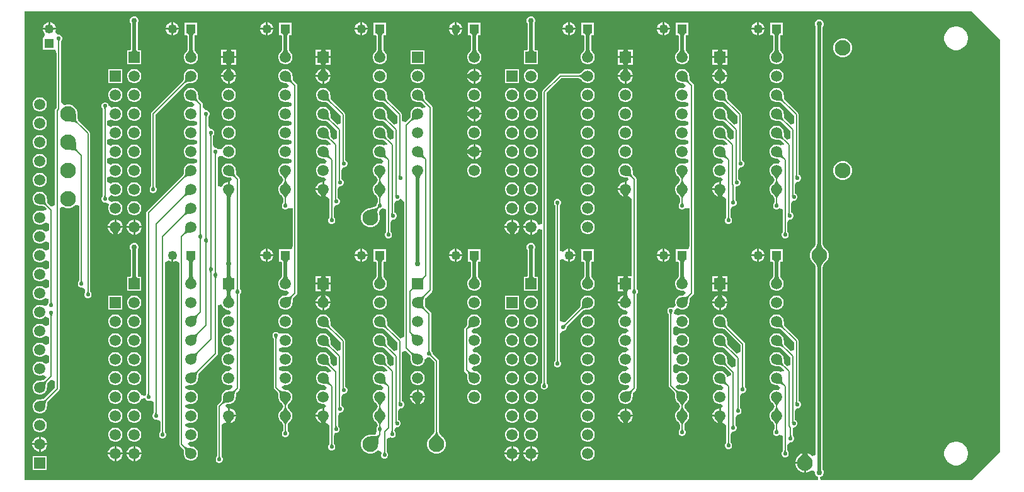
<source format=gtl>
G04*
G04 #@! TF.GenerationSoftware,Altium Limited,Altium Designer,21.0.9 (235)*
G04*
G04 Layer_Physical_Order=1*
G04 Layer_Color=255*
%FSLAX25Y25*%
%MOIN*%
G70*
G04*
G04 #@! TF.SameCoordinates,9810A963-8346-42D8-B9D0-F92D299A61E0*
G04*
G04*
G04 #@! TF.FilePolarity,Positive*
G04*
G01*
G75*
%ADD24C,0.00800*%
%ADD25C,0.02000*%
%ADD26C,0.08268*%
%ADD27R,0.04921X0.04921*%
%ADD28C,0.04921*%
%ADD29R,0.05906X0.05906*%
%ADD30C,0.05906*%
%ADD31C,0.05906*%
%ADD32R,0.05906X0.05906*%
%ADD33R,0.04921X0.04921*%
%ADD34C,0.02200*%
%ADD35C,0.03000*%
G36*
X523540Y351411D02*
X523532Y351375D01*
X523525Y351323D01*
X523513Y351168D01*
X523500Y350653D01*
X523500Y350482D01*
X521500D01*
X521450Y351429D01*
X523550D01*
X523540Y351411D01*
D02*
G37*
G36*
X523519Y236153D02*
X523576Y235811D01*
X523670Y235466D01*
X523803Y235117D01*
X523973Y234765D01*
X524182Y234409D01*
X524428Y234050D01*
X524712Y233688D01*
X525034Y233322D01*
X525394Y232952D01*
X519606D01*
X519966Y233322D01*
X520572Y234050D01*
X520818Y234409D01*
X521027Y234765D01*
X521197Y235117D01*
X521330Y235466D01*
X521424Y235811D01*
X521481Y236153D01*
X521500Y236491D01*
X523500D01*
X523519Y236153D01*
D02*
G37*
G36*
X525034Y226678D02*
X524428Y225950D01*
X524182Y225591D01*
X523973Y225235D01*
X523803Y224883D01*
X523670Y224534D01*
X523576Y224189D01*
X523519Y223847D01*
X523500Y223509D01*
X521500D01*
X521481Y223847D01*
X521424Y224189D01*
X521330Y224534D01*
X521197Y224883D01*
X521027Y225235D01*
X520818Y225591D01*
X520572Y225950D01*
X520288Y226312D01*
X519966Y226678D01*
X519606Y227048D01*
X525394D01*
X525034Y226678D01*
D02*
G37*
G36*
X523550Y116071D02*
X521450D01*
X521459Y116089D01*
X521468Y116125D01*
X521476Y116177D01*
X521488Y116332D01*
X521499Y116847D01*
X521500Y117018D01*
X523500D01*
X523550Y116071D01*
D02*
G37*
G36*
X618165Y344240D02*
X618165Y125760D01*
X603220Y110816D01*
X523237D01*
X522958Y112700D01*
X523803Y113050D01*
X523803Y113050D01*
X523803Y113050D01*
X523848Y113096D01*
X524450Y113697D01*
X524800Y114542D01*
Y115457D01*
X524450Y116303D01*
X524349Y116403D01*
X524335Y116669D01*
Y223784D01*
X524373Y224014D01*
X524447Y224281D01*
X524553Y224559D01*
X524694Y224851D01*
X524871Y225153D01*
X525079Y225457D01*
X525641Y226132D01*
X525978Y226479D01*
X526018Y226541D01*
X526448Y226971D01*
X527098Y228096D01*
X527434Y229350D01*
Y230650D01*
X527098Y231904D01*
X526448Y233030D01*
X526018Y233459D01*
X525978Y233521D01*
X525633Y233876D01*
X525340Y234209D01*
X525086Y234533D01*
X524871Y234847D01*
X524693Y235150D01*
X524553Y235441D01*
X524447Y235719D01*
X524373Y235986D01*
X524335Y236216D01*
Y351083D01*
X524450Y351197D01*
X524800Y352043D01*
Y352958D01*
X524450Y353803D01*
X523803Y354450D01*
X522958Y354800D01*
X522043D01*
X521197Y354450D01*
X520550Y353803D01*
X520200Y352958D01*
Y352043D01*
X520550Y351197D01*
X520651Y351097D01*
X520665Y350831D01*
Y236216D01*
X520626Y235986D01*
X520553Y235719D01*
X520447Y235440D01*
X520306Y235150D01*
X520129Y234847D01*
X519921Y234543D01*
X519359Y233868D01*
X519022Y233521D01*
X518982Y233459D01*
X518552Y233030D01*
X517902Y231904D01*
X517566Y230650D01*
Y229350D01*
X517902Y228096D01*
X518552Y226971D01*
X518982Y226541D01*
X519022Y226479D01*
X519367Y226124D01*
X519660Y225791D01*
X519914Y225467D01*
X520129Y225153D01*
X520306Y224851D01*
X520447Y224559D01*
X520553Y224281D01*
X520626Y224014D01*
X520665Y223784D01*
Y124287D01*
X520510Y124174D01*
X518665Y123596D01*
X518152Y124108D01*
X516982Y124784D01*
X516387Y124943D01*
X516473Y124765D01*
X516682Y124409D01*
X516928Y124050D01*
X517212Y123688D01*
X517534Y123322D01*
X517894Y122952D01*
X515500D01*
Y120000D01*
Y114866D01*
X515676D01*
X516982Y115216D01*
X518152Y115892D01*
X518352Y116092D01*
X519242Y115786D01*
X520200Y115111D01*
Y114542D01*
X520550Y113697D01*
X521152Y113096D01*
X521197Y113050D01*
X521197Y113050D01*
X521198Y113050D01*
X522043Y112700D01*
X521763Y110816D01*
X101835D01*
X101835Y359184D01*
X603220D01*
X618165Y344240D01*
D02*
G37*
%LPC*%
G36*
X330658Y353449D02*
Y350500D01*
X333606D01*
X333382Y351336D01*
X332927Y352125D01*
X332282Y352769D01*
X331493Y353225D01*
X330658Y353449D01*
D02*
G37*
G36*
X280658D02*
Y350500D01*
X283606D01*
X283382Y351336D01*
X282927Y352125D01*
X282282Y352769D01*
X281493Y353225D01*
X280658Y353449D01*
D02*
G37*
G36*
X490658D02*
Y350500D01*
X493606D01*
X493382Y351336D01*
X492927Y352125D01*
X492282Y352769D01*
X491493Y353225D01*
X490658Y353449D01*
D02*
G37*
G36*
X440658D02*
Y350500D01*
X443606D01*
X443382Y351336D01*
X442927Y352125D01*
X442282Y352769D01*
X441493Y353225D01*
X440658Y353449D01*
D02*
G37*
G36*
X390657D02*
Y350500D01*
X393606D01*
X393382Y351336D01*
X392927Y352125D01*
X392282Y352769D01*
X391493Y353225D01*
X390657Y353449D01*
D02*
G37*
G36*
X230658D02*
Y350500D01*
X233606D01*
X233382Y351336D01*
X232927Y352125D01*
X232282Y352769D01*
X231493Y353225D01*
X230658Y353449D01*
D02*
G37*
G36*
X180657D02*
Y350500D01*
X183606D01*
X183382Y351336D01*
X182927Y352125D01*
X182282Y352769D01*
X181493Y353225D01*
X180657Y353449D01*
D02*
G37*
G36*
X115500D02*
Y350500D01*
X118449D01*
X118225Y351336D01*
X117769Y352125D01*
X117125Y352769D01*
X116336Y353225D01*
X115500Y353449D01*
D02*
G37*
G36*
X114500D02*
X113664Y353225D01*
X112875Y352769D01*
X112231Y352125D01*
X111775Y351336D01*
X111551Y350500D01*
X114500D01*
Y353449D01*
D02*
G37*
G36*
X329658D02*
X328822Y353225D01*
X328033Y352769D01*
X327388Y352125D01*
X326933Y351336D01*
X326709Y350500D01*
X329658D01*
Y353449D01*
D02*
G37*
G36*
X279658D02*
X278822Y353225D01*
X278033Y352769D01*
X277388Y352125D01*
X276933Y351336D01*
X276709Y350500D01*
X279658D01*
Y353449D01*
D02*
G37*
G36*
X489657D02*
X488822Y353225D01*
X488033Y352769D01*
X487388Y352125D01*
X486933Y351336D01*
X486709Y350500D01*
X489657D01*
Y353449D01*
D02*
G37*
G36*
X439657D02*
X438822Y353225D01*
X438033Y352769D01*
X437388Y352125D01*
X436933Y351336D01*
X436709Y350500D01*
X439657D01*
Y353449D01*
D02*
G37*
G36*
X389657D02*
X388822Y353225D01*
X388033Y352769D01*
X387388Y352125D01*
X386933Y351336D01*
X386709Y350500D01*
X389657D01*
Y353449D01*
D02*
G37*
G36*
X229658D02*
X228822Y353225D01*
X228033Y352769D01*
X227388Y352125D01*
X226933Y351336D01*
X226709Y350500D01*
X229658D01*
Y353449D01*
D02*
G37*
G36*
X179657D02*
X178822Y353225D01*
X178033Y352769D01*
X177388Y352125D01*
X176933Y351336D01*
X176709Y350500D01*
X179657D01*
Y353449D01*
D02*
G37*
G36*
X390158Y350000D02*
D01*
D01*
D01*
D02*
G37*
G36*
X333606Y349500D02*
X330658D01*
Y348243D01*
X331880D01*
X331743Y348096D01*
X331620Y347937D01*
X331511Y347768D01*
X331418Y347588D01*
X331338Y347397D01*
X331273Y347195D01*
X331223Y346981D01*
X331186Y346757D01*
X331180Y346691D01*
X331493Y346775D01*
X332282Y347231D01*
X332927Y347875D01*
X333382Y348664D01*
X333606Y349500D01*
D02*
G37*
G36*
X329658D02*
X326709D01*
X326933Y348664D01*
X327388Y347875D01*
X328033Y347231D01*
X328822Y346775D01*
X329135Y346691D01*
X329129Y346757D01*
X329093Y346981D01*
X329042Y347195D01*
X328977Y347397D01*
X328897Y347588D01*
X328803Y347768D01*
X328695Y347937D01*
X328572Y348096D01*
X328435Y348243D01*
X329658D01*
Y349500D01*
D02*
G37*
G36*
X493606D02*
X490658D01*
Y346551D01*
X491493Y346775D01*
X492282Y347231D01*
X492927Y347875D01*
X493382Y348664D01*
X493606Y349500D01*
D02*
G37*
G36*
X443606D02*
X440658D01*
Y346551D01*
X441493Y346775D01*
X442282Y347231D01*
X442927Y347875D01*
X443382Y348664D01*
X443606Y349500D01*
D02*
G37*
G36*
X393606D02*
X390657D01*
Y346551D01*
X391493Y346775D01*
X392282Y347231D01*
X392927Y347875D01*
X393382Y348664D01*
X393606Y349500D01*
D02*
G37*
G36*
X283606D02*
X280658D01*
Y346551D01*
X281493Y346775D01*
X282282Y347231D01*
X282927Y347875D01*
X283382Y348664D01*
X283606Y349500D01*
D02*
G37*
G36*
X233606D02*
X230658D01*
Y346551D01*
X231493Y346775D01*
X232282Y347231D01*
X232927Y347875D01*
X233382Y348664D01*
X233606Y349500D01*
D02*
G37*
G36*
X183606D02*
X180657D01*
Y346551D01*
X181493Y346775D01*
X182282Y347231D01*
X182927Y347875D01*
X183382Y348664D01*
X183606Y349500D01*
D02*
G37*
G36*
X489657D02*
X486709D01*
X486933Y348664D01*
X487388Y347875D01*
X488033Y347231D01*
X488822Y346775D01*
X489657Y346551D01*
Y349500D01*
D02*
G37*
G36*
X439657D02*
X436709D01*
X436933Y348664D01*
X437388Y347875D01*
X438033Y347231D01*
X438822Y346775D01*
X439657Y346551D01*
Y349500D01*
D02*
G37*
G36*
X389657D02*
X386709D01*
X386933Y348664D01*
X387388Y347875D01*
X388033Y347231D01*
X388822Y346775D01*
X389657Y346551D01*
Y349500D01*
D02*
G37*
G36*
X279658D02*
X276709D01*
X276933Y348664D01*
X277388Y347875D01*
X278033Y347231D01*
X278822Y346775D01*
X279658Y346551D01*
Y349500D01*
D02*
G37*
G36*
X229658D02*
X226709D01*
X226933Y348664D01*
X227388Y347875D01*
X228033Y347231D01*
X228822Y346775D01*
X229658Y346551D01*
Y349500D01*
D02*
G37*
G36*
X179657D02*
X176709D01*
X176933Y348664D01*
X177388Y347875D01*
X178033Y347231D01*
X178822Y346775D01*
X179657Y346551D01*
Y349500D01*
D02*
G37*
G36*
X595616Y351250D02*
X594384D01*
X593177Y351010D01*
X592039Y350539D01*
X591016Y349855D01*
X590145Y348984D01*
X589461Y347960D01*
X588990Y346823D01*
X588750Y345616D01*
Y344384D01*
X588990Y343177D01*
X589461Y342039D01*
X590145Y341016D01*
X591016Y340145D01*
X592039Y339461D01*
X593177Y338990D01*
X594384Y338750D01*
X595616D01*
X596823Y338990D01*
X597961Y339461D01*
X598984Y340145D01*
X599855Y341016D01*
X600539Y342039D01*
X601010Y343177D01*
X601250Y344384D01*
Y345616D01*
X601010Y346823D01*
X600539Y347960D01*
X599855Y348984D01*
X598984Y349855D01*
X597961Y350539D01*
X596823Y351010D01*
X595616Y351250D01*
D02*
G37*
G36*
X473953Y338953D02*
X471099D01*
X471106Y338915D01*
X471176Y338653D01*
X471266Y338432D01*
X471376Y338251D01*
X471506Y338110D01*
X471656Y338009D01*
X471826Y337949D01*
X472016Y337929D01*
X470500D01*
Y335500D01*
X473953D01*
Y338953D01*
D02*
G37*
G36*
X468932D02*
X466047D01*
Y335500D01*
X469500D01*
Y337929D01*
X468016D01*
X468206Y337949D01*
X468376Y338009D01*
X468526Y338110D01*
X468656Y338251D01*
X468766Y338432D01*
X468856Y338653D01*
X468926Y338915D01*
X468932Y338953D01*
D02*
G37*
G36*
X423953D02*
X421099D01*
X421106Y338915D01*
X421176Y338653D01*
X421266Y338432D01*
X421376Y338251D01*
X421506Y338110D01*
X421656Y338009D01*
X421826Y337949D01*
X422016Y337929D01*
X420500D01*
Y335500D01*
X423953D01*
Y338953D01*
D02*
G37*
G36*
X418932D02*
X416047D01*
Y335500D01*
X419500D01*
Y337929D01*
X418016D01*
X418206Y337949D01*
X418376Y338009D01*
X418526Y338110D01*
X418656Y338251D01*
X418766Y338432D01*
X418856Y338653D01*
X418926Y338915D01*
X418932Y338953D01*
D02*
G37*
G36*
X263953D02*
X261099D01*
X261106Y338915D01*
X261176Y338653D01*
X261266Y338432D01*
X261376Y338251D01*
X261506Y338110D01*
X261656Y338009D01*
X261826Y337949D01*
X262016Y337929D01*
X260500D01*
Y335500D01*
X263953D01*
Y338953D01*
D02*
G37*
G36*
X258932D02*
X256047D01*
Y335500D01*
X259500D01*
Y337929D01*
X258016D01*
X258206Y337949D01*
X258376Y338009D01*
X258526Y338110D01*
X258656Y338251D01*
X258766Y338432D01*
X258856Y338653D01*
X258926Y338915D01*
X258932Y338953D01*
D02*
G37*
G36*
X213953D02*
X211099D01*
X211106Y338915D01*
X211176Y338653D01*
X211266Y338432D01*
X211376Y338251D01*
X211506Y338110D01*
X211656Y338009D01*
X211826Y337949D01*
X212016Y337929D01*
X210500D01*
Y335500D01*
X213953D01*
Y338953D01*
D02*
G37*
G36*
X208932D02*
X206047D01*
Y335500D01*
X209500D01*
Y337929D01*
X208016D01*
X208206Y337949D01*
X208376Y338009D01*
X208526Y338110D01*
X208656Y338251D01*
X208766Y338432D01*
X208856Y338653D01*
X208926Y338915D01*
X208932Y338953D01*
D02*
G37*
G36*
X535649Y344934D02*
X534350D01*
X533096Y344598D01*
X531971Y343948D01*
X531052Y343029D01*
X530402Y341904D01*
X530066Y340650D01*
Y339351D01*
X530402Y338096D01*
X531052Y336970D01*
X531971Y336052D01*
X533096Y335402D01*
X534350Y335066D01*
X535649D01*
X536904Y335402D01*
X538029Y336052D01*
X538948Y336970D01*
X539598Y338096D01*
X539934Y339351D01*
Y340650D01*
X539598Y341904D01*
X538948Y343029D01*
X538029Y343948D01*
X536904Y344598D01*
X535649Y344934D01*
D02*
G37*
G36*
X503261Y353261D02*
X496739D01*
Y346739D01*
X497922D01*
X497989Y346732D01*
X498020Y346682D01*
X498066Y346570D01*
X498112Y346398D01*
X498150Y346168D01*
X498165Y346004D01*
Y339248D01*
X498151Y339136D01*
X498112Y338941D01*
X498056Y338752D01*
X497985Y338569D01*
X497897Y338389D01*
X497792Y338212D01*
X497669Y338037D01*
X497525Y337863D01*
X497343Y337671D01*
X497305Y337612D01*
X496997Y337304D01*
X496503Y336449D01*
X496247Y335494D01*
Y334506D01*
X496503Y333552D01*
X496997Y332696D01*
X497696Y331997D01*
X498552Y331503D01*
X499506Y331247D01*
X500494D01*
X501448Y331503D01*
X502304Y331997D01*
X503003Y332696D01*
X503497Y333552D01*
X503753Y334506D01*
Y335494D01*
X503497Y336449D01*
X503003Y337304D01*
X502695Y337612D01*
X502657Y337671D01*
X502475Y337863D01*
X502331Y338037D01*
X502208Y338212D01*
X502103Y338389D01*
X502015Y338569D01*
X501944Y338752D01*
X501888Y338941D01*
X501849Y339136D01*
X501835Y339248D01*
Y346004D01*
X501850Y346168D01*
X501888Y346398D01*
X501934Y346570D01*
X501980Y346682D01*
X502011Y346732D01*
X502078Y346739D01*
X503261D01*
Y353261D01*
D02*
G37*
G36*
X453261D02*
X446739D01*
Y346739D01*
X447922D01*
X447989Y346732D01*
X448020Y346682D01*
X448066Y346570D01*
X448112Y346398D01*
X448150Y346168D01*
X448165Y346004D01*
Y339248D01*
X448151Y339136D01*
X448112Y338941D01*
X448056Y338752D01*
X447985Y338569D01*
X447897Y338389D01*
X447792Y338212D01*
X447669Y338037D01*
X447525Y337863D01*
X447343Y337671D01*
X447305Y337612D01*
X446997Y337304D01*
X446503Y336449D01*
X446247Y335494D01*
Y334506D01*
X446503Y333552D01*
X446997Y332696D01*
X447696Y331997D01*
X448552Y331503D01*
X449506Y331247D01*
X450494D01*
X451448Y331503D01*
X452304Y331997D01*
X453003Y332696D01*
X453497Y333552D01*
X453753Y334506D01*
Y335494D01*
X453497Y336449D01*
X453003Y337304D01*
X452695Y337612D01*
X452657Y337671D01*
X452475Y337863D01*
X452331Y338037D01*
X452208Y338212D01*
X452103Y338389D01*
X452015Y338569D01*
X451944Y338752D01*
X451888Y338941D01*
X451849Y339136D01*
X451835Y339248D01*
Y346004D01*
X451850Y346168D01*
X451888Y346398D01*
X451934Y346570D01*
X451980Y346682D01*
X452011Y346732D01*
X452078Y346739D01*
X453261D01*
Y353261D01*
D02*
G37*
G36*
X403261D02*
X396739D01*
Y346739D01*
X397922D01*
X397989Y346732D01*
X398020Y346682D01*
X398066Y346570D01*
X398112Y346398D01*
X398150Y346168D01*
X398165Y346004D01*
Y339248D01*
X398151Y339136D01*
X398112Y338941D01*
X398056Y338752D01*
X397985Y338569D01*
X397898Y338389D01*
X397792Y338212D01*
X397669Y338037D01*
X397525Y337863D01*
X397343Y337671D01*
X397305Y337612D01*
X396997Y337304D01*
X396503Y336449D01*
X396247Y335494D01*
Y334506D01*
X396503Y333552D01*
X396997Y332696D01*
X397696Y331997D01*
X398552Y331503D01*
X399506Y331247D01*
X400494D01*
X401448Y331503D01*
X402304Y331997D01*
X403003Y332696D01*
X403497Y333552D01*
X403753Y334506D01*
Y335494D01*
X403497Y336449D01*
X403003Y337304D01*
X402695Y337612D01*
X402657Y337671D01*
X402475Y337863D01*
X402331Y338037D01*
X402208Y338212D01*
X402103Y338389D01*
X402015Y338569D01*
X401944Y338752D01*
X401888Y338941D01*
X401849Y339136D01*
X401835Y339248D01*
Y346004D01*
X401850Y346168D01*
X401888Y346398D01*
X401934Y346570D01*
X401980Y346682D01*
X402011Y346732D01*
X402078Y346739D01*
X403261D01*
Y353261D01*
D02*
G37*
G36*
X370442Y356561D02*
X369527D01*
X368681Y356210D01*
X368034Y355563D01*
X367684Y354718D01*
Y353803D01*
X368034Y352958D01*
X368158Y352835D01*
X368165Y352709D01*
Y339485D01*
X368150Y339319D01*
X368112Y339087D01*
X368065Y338913D01*
X368019Y338799D01*
X367991Y338753D01*
X366247D01*
Y331247D01*
X373753D01*
Y338753D01*
X372009D01*
X371981Y338799D01*
X371935Y338913D01*
X371888Y339087D01*
X371850Y339319D01*
X371835Y339485D01*
Y352859D01*
X371934Y352958D01*
X372284Y353803D01*
Y354718D01*
X371934Y355563D01*
X371287Y356210D01*
X370442Y356561D01*
D02*
G37*
G36*
X343261Y353261D02*
X336739D01*
Y346739D01*
X337922D01*
X337989Y346732D01*
X338020Y346682D01*
X338066Y346570D01*
X338112Y346398D01*
X338150Y346168D01*
X338165Y346004D01*
Y339248D01*
X338151Y339136D01*
X338112Y338941D01*
X338056Y338752D01*
X337985Y338569D01*
X337897Y338389D01*
X337792Y338212D01*
X337669Y338037D01*
X337525Y337863D01*
X337343Y337671D01*
X337305Y337612D01*
X336997Y337304D01*
X336503Y336449D01*
X336247Y335494D01*
Y334506D01*
X336503Y333552D01*
X336997Y332696D01*
X337696Y331997D01*
X338551Y331503D01*
X339506Y331247D01*
X340494D01*
X341448Y331503D01*
X342304Y331997D01*
X343003Y332696D01*
X343497Y333552D01*
X343753Y334506D01*
Y335494D01*
X343497Y336449D01*
X343003Y337304D01*
X342695Y337612D01*
X342657Y337671D01*
X342475Y337863D01*
X342331Y338037D01*
X342208Y338212D01*
X342103Y338389D01*
X342015Y338569D01*
X341944Y338752D01*
X341888Y338941D01*
X341849Y339136D01*
X341835Y339248D01*
Y346004D01*
X341850Y346168D01*
X341888Y346398D01*
X341934Y346570D01*
X341980Y346682D01*
X342011Y346732D01*
X342078Y346739D01*
X343261D01*
Y353261D01*
D02*
G37*
G36*
X313753Y338753D02*
X306247D01*
Y331247D01*
X313753D01*
Y338753D01*
D02*
G37*
G36*
X293261Y353261D02*
X286739D01*
Y346739D01*
X287922D01*
X287989Y346732D01*
X288020Y346682D01*
X288066Y346570D01*
X288112Y346398D01*
X288150Y346168D01*
X288165Y346004D01*
Y339248D01*
X288151Y339136D01*
X288112Y338941D01*
X288056Y338752D01*
X287985Y338569D01*
X287897Y338389D01*
X287792Y338212D01*
X287669Y338037D01*
X287525Y337863D01*
X287343Y337671D01*
X287305Y337612D01*
X286997Y337304D01*
X286503Y336449D01*
X286247Y335494D01*
Y334506D01*
X286503Y333552D01*
X286997Y332696D01*
X287696Y331997D01*
X288551Y331503D01*
X289506Y331247D01*
X290494D01*
X291448Y331503D01*
X292304Y331997D01*
X293003Y332696D01*
X293497Y333552D01*
X293753Y334506D01*
Y335494D01*
X293497Y336449D01*
X293003Y337304D01*
X292695Y337612D01*
X292657Y337671D01*
X292475Y337863D01*
X292331Y338037D01*
X292208Y338212D01*
X292103Y338389D01*
X292015Y338569D01*
X291944Y338752D01*
X291888Y338941D01*
X291849Y339136D01*
X291835Y339248D01*
Y346004D01*
X291850Y346168D01*
X291888Y346398D01*
X291934Y346570D01*
X291980Y346682D01*
X292011Y346732D01*
X292078Y346739D01*
X293261D01*
Y353261D01*
D02*
G37*
G36*
X243261D02*
X236739D01*
Y346739D01*
X237922D01*
X237989Y346732D01*
X238020Y346682D01*
X238066Y346570D01*
X238112Y346398D01*
X238150Y346168D01*
X238165Y346004D01*
Y339248D01*
X238151Y339136D01*
X238112Y338941D01*
X238056Y338752D01*
X237985Y338569D01*
X237897Y338389D01*
X237792Y338212D01*
X237669Y338037D01*
X237525Y337863D01*
X237343Y337671D01*
X237305Y337612D01*
X236997Y337304D01*
X236503Y336449D01*
X236247Y335494D01*
Y334506D01*
X236503Y333552D01*
X236997Y332696D01*
X237696Y331997D01*
X238551Y331503D01*
X239506Y331247D01*
X240494D01*
X241448Y331503D01*
X242304Y331997D01*
X243003Y332696D01*
X243497Y333552D01*
X243753Y334506D01*
Y335494D01*
X243497Y336449D01*
X243003Y337304D01*
X242695Y337612D01*
X242657Y337671D01*
X242475Y337863D01*
X242331Y338037D01*
X242208Y338212D01*
X242103Y338389D01*
X242015Y338569D01*
X241944Y338752D01*
X241888Y338941D01*
X241849Y339136D01*
X241835Y339248D01*
Y346004D01*
X241850Y346168D01*
X241888Y346398D01*
X241934Y346570D01*
X241980Y346682D01*
X242011Y346732D01*
X242078Y346739D01*
X243261D01*
Y353261D01*
D02*
G37*
G36*
X193261D02*
X186739D01*
Y346739D01*
X187922D01*
X187989Y346732D01*
X188020Y346682D01*
X188066Y346570D01*
X188112Y346398D01*
X188150Y346168D01*
X188165Y346004D01*
Y339248D01*
X188151Y339136D01*
X188112Y338941D01*
X188056Y338752D01*
X187985Y338569D01*
X187898Y338389D01*
X187792Y338212D01*
X187669Y338037D01*
X187525Y337863D01*
X187343Y337671D01*
X187305Y337612D01*
X186997Y337304D01*
X186503Y336449D01*
X186247Y335494D01*
Y334506D01*
X186503Y333552D01*
X186997Y332696D01*
X187696Y331997D01*
X188551Y331503D01*
X189506Y331247D01*
X190494D01*
X191448Y331503D01*
X192304Y331997D01*
X193003Y332696D01*
X193497Y333552D01*
X193753Y334506D01*
Y335494D01*
X193497Y336449D01*
X193003Y337304D01*
X192695Y337612D01*
X192657Y337671D01*
X192475Y337863D01*
X192331Y338037D01*
X192208Y338212D01*
X192103Y338389D01*
X192015Y338569D01*
X191944Y338752D01*
X191888Y338941D01*
X191849Y339136D01*
X191835Y339248D01*
Y346004D01*
X191850Y346168D01*
X191888Y346398D01*
X191934Y346570D01*
X191980Y346682D01*
X192011Y346732D01*
X192078Y346739D01*
X193261D01*
Y353261D01*
D02*
G37*
G36*
X160458Y356600D02*
X159543D01*
X158697Y356250D01*
X158050Y355603D01*
X157700Y354757D01*
Y353842D01*
X158050Y352997D01*
X158151Y352897D01*
X158165Y352631D01*
Y339485D01*
X158150Y339319D01*
X158112Y339087D01*
X158065Y338913D01*
X158019Y338799D01*
X157991Y338753D01*
X156247D01*
Y331247D01*
X163753D01*
Y338753D01*
X162009D01*
X161981Y338799D01*
X161935Y338913D01*
X161888Y339087D01*
X161850Y339319D01*
X161835Y339485D01*
Y352883D01*
X161950Y352997D01*
X162300Y353842D01*
Y354757D01*
X161950Y355603D01*
X161303Y356250D01*
X160458Y356600D01*
D02*
G37*
G36*
X473953Y334500D02*
X470500D01*
Y332059D01*
X472000D01*
X471810Y332039D01*
X471640Y331979D01*
X471490Y331879D01*
X471360Y331739D01*
X471250Y331559D01*
X471160Y331339D01*
X471090Y331079D01*
X471085Y331047D01*
X473953D01*
Y334500D01*
D02*
G37*
G36*
X469500D02*
X466047D01*
Y331047D01*
X468915D01*
X468910Y331079D01*
X468840Y331339D01*
X468750Y331559D01*
X468640Y331739D01*
X468510Y331879D01*
X468360Y331979D01*
X468190Y332039D01*
X468000Y332059D01*
X469500D01*
Y334500D01*
D02*
G37*
G36*
X423953D02*
X420500D01*
Y332059D01*
X422000D01*
X421810Y332039D01*
X421640Y331979D01*
X421490Y331879D01*
X421360Y331739D01*
X421250Y331559D01*
X421160Y331339D01*
X421090Y331079D01*
X421085Y331047D01*
X423953D01*
Y334500D01*
D02*
G37*
G36*
X419500D02*
X416047D01*
Y331047D01*
X418915D01*
X418910Y331079D01*
X418840Y331339D01*
X418750Y331559D01*
X418640Y331739D01*
X418510Y331879D01*
X418360Y331979D01*
X418190Y332039D01*
X418000Y332059D01*
X419500D01*
Y334500D01*
D02*
G37*
G36*
X263953D02*
X260500D01*
Y332059D01*
X262000D01*
X261810Y332039D01*
X261640Y331979D01*
X261490Y331879D01*
X261360Y331739D01*
X261250Y331559D01*
X261160Y331339D01*
X261090Y331079D01*
X261085Y331047D01*
X263953D01*
Y334500D01*
D02*
G37*
G36*
X259500D02*
X256047D01*
Y331047D01*
X258915D01*
X258910Y331079D01*
X258840Y331339D01*
X258750Y331559D01*
X258640Y331739D01*
X258510Y331879D01*
X258360Y331979D01*
X258190Y332039D01*
X258000Y332059D01*
X259500D01*
Y334500D01*
D02*
G37*
G36*
X213953D02*
X210500D01*
Y332059D01*
X212000D01*
X211810Y332039D01*
X211640Y331979D01*
X211490Y331879D01*
X211360Y331739D01*
X211250Y331559D01*
X211160Y331339D01*
X211090Y331079D01*
X211085Y331047D01*
X213953D01*
Y334500D01*
D02*
G37*
G36*
X209500D02*
X206047D01*
Y331047D01*
X208915D01*
X208910Y331079D01*
X208840Y331339D01*
X208750Y331559D01*
X208640Y331739D01*
X208510Y331879D01*
X208360Y331979D01*
X208190Y332039D01*
X208000Y332059D01*
X209500D01*
Y334500D01*
D02*
G37*
G36*
X471084Y328802D02*
X471096Y328744D01*
X471171Y328489D01*
X471267Y328242D01*
X471384Y328001D01*
X471523Y327768D01*
X471683Y327541D01*
X471864Y327321D01*
X472067Y327109D01*
X470500D01*
Y325500D01*
X473953D01*
Y325520D01*
X473683Y326526D01*
X473163Y327427D01*
X472427Y328163D01*
X471526Y328683D01*
X471084Y328802D01*
D02*
G37*
G36*
X468916D02*
X468474Y328683D01*
X467573Y328163D01*
X466837Y327427D01*
X466317Y326526D01*
X466047Y325520D01*
Y325500D01*
X469500D01*
Y327109D01*
X467933D01*
X468136Y327321D01*
X468317Y327541D01*
X468477Y327768D01*
X468616Y328001D01*
X468733Y328242D01*
X468829Y328489D01*
X468904Y328744D01*
X468916Y328802D01*
D02*
G37*
G36*
X421084D02*
X421096Y328744D01*
X421171Y328489D01*
X421267Y328242D01*
X421384Y328001D01*
X421523Y327768D01*
X421683Y327541D01*
X421864Y327321D01*
X422067Y327109D01*
X420500D01*
Y325500D01*
X423953D01*
Y325520D01*
X423683Y326526D01*
X423163Y327427D01*
X422427Y328163D01*
X421526Y328683D01*
X421084Y328802D01*
D02*
G37*
G36*
X418916D02*
X418474Y328683D01*
X417573Y328163D01*
X416837Y327427D01*
X416317Y326526D01*
X416047Y325520D01*
Y325500D01*
X419500D01*
Y327109D01*
X417933D01*
X418136Y327321D01*
X418317Y327541D01*
X418477Y327768D01*
X418616Y328001D01*
X418733Y328242D01*
X418829Y328489D01*
X418904Y328744D01*
X418916Y328802D01*
D02*
G37*
G36*
X340520Y328953D02*
X340500D01*
Y325500D01*
X343953D01*
Y325520D01*
X343683Y326526D01*
X343163Y327427D01*
X342427Y328163D01*
X341526Y328683D01*
X340520Y328953D01*
D02*
G37*
G36*
X339500D02*
X339480D01*
X338474Y328683D01*
X337573Y328163D01*
X336837Y327427D01*
X336317Y326526D01*
X336198Y326084D01*
X336256Y326096D01*
X336510Y326171D01*
X336758Y326267D01*
X336999Y326384D01*
X337232Y326523D01*
X337459Y326683D01*
X337679Y326864D01*
X337891Y327067D01*
Y325500D01*
X339500D01*
Y328953D01*
D02*
G37*
G36*
X261084Y328802D02*
X261096Y328744D01*
X261171Y328489D01*
X261267Y328242D01*
X261384Y328001D01*
X261523Y327768D01*
X261683Y327541D01*
X261864Y327321D01*
X262067Y327109D01*
X260500D01*
Y325500D01*
X263953D01*
Y325520D01*
X263683Y326526D01*
X263163Y327427D01*
X262427Y328163D01*
X261526Y328683D01*
X261084Y328802D01*
D02*
G37*
G36*
X258916D02*
X258474Y328683D01*
X257573Y328163D01*
X256837Y327427D01*
X256317Y326526D01*
X256047Y325520D01*
Y325500D01*
X259500D01*
Y327109D01*
X257933D01*
X258136Y327321D01*
X258317Y327541D01*
X258477Y327768D01*
X258616Y328001D01*
X258733Y328242D01*
X258829Y328489D01*
X258904Y328744D01*
X258916Y328802D01*
D02*
G37*
G36*
X211084D02*
X211096Y328744D01*
X211171Y328489D01*
X211267Y328242D01*
X211384Y328001D01*
X211523Y327768D01*
X211683Y327541D01*
X211864Y327321D01*
X212067Y327109D01*
X210500D01*
Y325500D01*
X213953D01*
Y325520D01*
X213683Y326526D01*
X213163Y327427D01*
X212427Y328163D01*
X211526Y328683D01*
X211084Y328802D01*
D02*
G37*
G36*
X208916D02*
X208474Y328683D01*
X207573Y328163D01*
X206837Y327427D01*
X206317Y326526D01*
X206047Y325520D01*
Y325500D01*
X209500D01*
Y327109D01*
X207933D01*
X208136Y327321D01*
X208317Y327541D01*
X208477Y327768D01*
X208616Y328001D01*
X208733Y328242D01*
X208829Y328489D01*
X208904Y328744D01*
X208916Y328802D01*
D02*
G37*
G36*
X339500Y324500D02*
X337891D01*
Y322933D01*
X337679Y323136D01*
X337459Y323317D01*
X337232Y323477D01*
X336999Y323616D01*
X336758Y323733D01*
X336510Y323829D01*
X336256Y323904D01*
X336198Y323916D01*
X336317Y323474D01*
X336837Y322573D01*
X337573Y321837D01*
X338474Y321317D01*
X339480Y321047D01*
X339500D01*
Y324500D01*
D02*
G37*
G36*
X500494Y328753D02*
X499506D01*
X498552Y328497D01*
X497696Y328003D01*
X496997Y327304D01*
X496503Y326448D01*
X496247Y325494D01*
Y324506D01*
X496503Y323552D01*
X496997Y322696D01*
X497696Y321997D01*
X498552Y321503D01*
X499506Y321247D01*
X500494D01*
X501448Y321503D01*
X502304Y321997D01*
X503003Y322696D01*
X503497Y323552D01*
X503753Y324506D01*
Y325494D01*
X503497Y326448D01*
X503003Y327304D01*
X502304Y328003D01*
X501448Y328497D01*
X500494Y328753D01*
D02*
G37*
G36*
X400494D02*
X399506D01*
X398552Y328497D01*
X397696Y328003D01*
X397382Y327689D01*
X397318Y327647D01*
X397013Y327345D01*
X396450Y326844D01*
X396211Y326658D01*
X395987Y326504D01*
X395787Y326385D01*
X395615Y326301D01*
X395475Y326249D01*
X395372Y326224D01*
X395361Y326223D01*
X385500D01*
X385032Y326130D01*
X384635Y325865D01*
X376135Y317365D01*
X375870Y316968D01*
X375777Y316500D01*
Y246442D01*
X373777Y246178D01*
X373683Y246526D01*
X373163Y247427D01*
X372427Y248163D01*
X371526Y248683D01*
X370520Y248953D01*
X370500D01*
Y245000D01*
Y241047D01*
X370520D01*
X371526Y241317D01*
X372427Y241837D01*
X373163Y242573D01*
X373683Y243474D01*
X373777Y243822D01*
X375777Y243559D01*
X375777Y162343D01*
X375771Y162314D01*
X375763Y162283D01*
X375753Y162255D01*
X375741Y162229D01*
X375726Y162204D01*
X375708Y162178D01*
X375686Y162150D01*
X375638Y162099D01*
X375601Y162041D01*
X375389Y161829D01*
X375100Y161131D01*
Y160375D01*
X375389Y159677D01*
X375924Y159142D01*
X376622Y158853D01*
X377378D01*
X378076Y159142D01*
X378611Y159677D01*
X378900Y160375D01*
Y161131D01*
X378611Y161829D01*
X378399Y162041D01*
X378362Y162099D01*
X378314Y162150D01*
X378292Y162178D01*
X378274Y162204D01*
X378259Y162229D01*
X378247Y162255D01*
X378237Y162283D01*
X378229Y162314D01*
X378223Y162343D01*
X378223Y315993D01*
X386007Y323777D01*
X395361D01*
X395372Y323776D01*
X395475Y323751D01*
X395615Y323699D01*
X395787Y323615D01*
X395987Y323496D01*
X396211Y323342D01*
X396450Y323156D01*
X397013Y322655D01*
X397318Y322353D01*
X397382Y322311D01*
X397696Y321997D01*
X398552Y321503D01*
X399506Y321247D01*
X400494D01*
X401448Y321503D01*
X402304Y321997D01*
X403003Y322696D01*
X403497Y323552D01*
X403753Y324506D01*
Y325494D01*
X403497Y326448D01*
X403003Y327304D01*
X402304Y328003D01*
X401448Y328497D01*
X400494Y328753D01*
D02*
G37*
G36*
X370494D02*
X369506D01*
X368551Y328497D01*
X367696Y328003D01*
X366997Y327304D01*
X366503Y326448D01*
X366247Y325494D01*
Y324506D01*
X366503Y323552D01*
X366997Y322696D01*
X367696Y321997D01*
X368551Y321503D01*
X369506Y321247D01*
X370494D01*
X371448Y321503D01*
X372304Y321997D01*
X373003Y322696D01*
X373497Y323552D01*
X373753Y324506D01*
Y325494D01*
X373497Y326448D01*
X373003Y327304D01*
X372304Y328003D01*
X371448Y328497D01*
X370494Y328753D01*
D02*
G37*
G36*
X363753D02*
X356247D01*
Y321247D01*
X363753D01*
Y328753D01*
D02*
G37*
G36*
X310494D02*
X309506D01*
X308552Y328497D01*
X307696Y328003D01*
X306997Y327304D01*
X306503Y326448D01*
X306247Y325494D01*
Y324506D01*
X306503Y323552D01*
X306997Y322696D01*
X307696Y321997D01*
X308552Y321503D01*
X309506Y321247D01*
X310494D01*
X311449Y321503D01*
X312304Y321997D01*
X313003Y322696D01*
X313497Y323552D01*
X313753Y324506D01*
Y325494D01*
X313497Y326448D01*
X313003Y327304D01*
X312304Y328003D01*
X311449Y328497D01*
X310494Y328753D01*
D02*
G37*
G36*
X290494D02*
X289506D01*
X288551Y328497D01*
X287696Y328003D01*
X286997Y327304D01*
X286503Y326448D01*
X286247Y325494D01*
Y324506D01*
X286503Y323552D01*
X286997Y322696D01*
X287696Y321997D01*
X288551Y321503D01*
X289506Y321247D01*
X290494D01*
X291448Y321503D01*
X292304Y321997D01*
X293003Y322696D01*
X293497Y323552D01*
X293753Y324506D01*
Y325494D01*
X293497Y326448D01*
X293003Y327304D01*
X292304Y328003D01*
X291448Y328497D01*
X290494Y328753D01*
D02*
G37*
G36*
X160494D02*
X159506D01*
X158552Y328497D01*
X157696Y328003D01*
X156997Y327304D01*
X156503Y326448D01*
X156247Y325494D01*
Y324506D01*
X156503Y323552D01*
X156997Y322696D01*
X157696Y321997D01*
X158552Y321503D01*
X159506Y321247D01*
X160494D01*
X161449Y321503D01*
X162304Y321997D01*
X163003Y322696D01*
X163497Y323552D01*
X163753Y324506D01*
Y325494D01*
X163497Y326448D01*
X163003Y327304D01*
X162304Y328003D01*
X161449Y328497D01*
X160494Y328753D01*
D02*
G37*
G36*
X153753D02*
X146247D01*
Y321247D01*
X153753D01*
Y328753D01*
D02*
G37*
G36*
X473953Y324500D02*
X470500D01*
Y321047D01*
X470520D01*
X471526Y321317D01*
X472427Y321837D01*
X473163Y322573D01*
X473683Y323474D01*
X473953Y324480D01*
Y324500D01*
D02*
G37*
G36*
X469500D02*
X466047D01*
Y324480D01*
X466317Y323474D01*
X466837Y322573D01*
X467573Y321837D01*
X468474Y321317D01*
X469480Y321047D01*
X469500D01*
Y324500D01*
D02*
G37*
G36*
X423953D02*
X420500D01*
Y321047D01*
X420520D01*
X421526Y321317D01*
X422427Y321837D01*
X423163Y322573D01*
X423683Y323474D01*
X423953Y324480D01*
Y324500D01*
D02*
G37*
G36*
X419500D02*
X416047D01*
Y324480D01*
X416317Y323474D01*
X416837Y322573D01*
X417573Y321837D01*
X418474Y321317D01*
X419480Y321047D01*
X419500D01*
Y324500D01*
D02*
G37*
G36*
X343953D02*
X340500D01*
Y321047D01*
X340520D01*
X341526Y321317D01*
X342427Y321837D01*
X343163Y322573D01*
X343683Y323474D01*
X343953Y324480D01*
Y324500D01*
D02*
G37*
G36*
X263953D02*
X260500D01*
Y321047D01*
X260520D01*
X261526Y321317D01*
X262427Y321837D01*
X263163Y322573D01*
X263683Y323474D01*
X263953Y324480D01*
Y324500D01*
D02*
G37*
G36*
X259500D02*
X256047D01*
Y324480D01*
X256317Y323474D01*
X256837Y322573D01*
X257573Y321837D01*
X258474Y321317D01*
X259480Y321047D01*
X259500D01*
Y324500D01*
D02*
G37*
G36*
X213953D02*
X210500D01*
Y321047D01*
X210520D01*
X211526Y321317D01*
X212427Y321837D01*
X213163Y322573D01*
X213683Y323474D01*
X213953Y324480D01*
Y324500D01*
D02*
G37*
G36*
X209500D02*
X206047D01*
Y324480D01*
X206317Y323474D01*
X206837Y322573D01*
X207573Y321837D01*
X208474Y321317D01*
X209480Y321047D01*
X209500D01*
Y324500D01*
D02*
G37*
G36*
X420494Y318753D02*
X419506D01*
X418551Y318497D01*
X417696Y318003D01*
X416997Y317304D01*
X416503Y316448D01*
X416247Y315494D01*
Y314506D01*
X416503Y313551D01*
X416997Y312696D01*
X417696Y311997D01*
X418551Y311503D01*
X419506Y311247D01*
X420494D01*
X421449Y311503D01*
X422304Y311997D01*
X423003Y312696D01*
X423497Y313551D01*
X423753Y314506D01*
Y315494D01*
X423497Y316448D01*
X423003Y317304D01*
X422304Y318003D01*
X421449Y318497D01*
X420494Y318753D01*
D02*
G37*
G36*
X400494D02*
X399506D01*
X398552Y318497D01*
X397696Y318003D01*
X396997Y317304D01*
X396503Y316448D01*
X396247Y315494D01*
Y314506D01*
X396503Y313551D01*
X396997Y312696D01*
X397696Y311997D01*
X398552Y311503D01*
X399506Y311247D01*
X400494D01*
X401448Y311503D01*
X402304Y311997D01*
X403003Y312696D01*
X403497Y313551D01*
X403753Y314506D01*
Y315494D01*
X403497Y316448D01*
X403003Y317304D01*
X402304Y318003D01*
X401448Y318497D01*
X400494Y318753D01*
D02*
G37*
G36*
X370494D02*
X369506D01*
X368551Y318497D01*
X367696Y318003D01*
X366997Y317304D01*
X366503Y316448D01*
X366247Y315494D01*
Y314506D01*
X366503Y313551D01*
X366997Y312696D01*
X367696Y311997D01*
X368551Y311503D01*
X369506Y311247D01*
X370494D01*
X371448Y311503D01*
X372304Y311997D01*
X373003Y312696D01*
X373497Y313551D01*
X373753Y314506D01*
Y315494D01*
X373497Y316448D01*
X373003Y317304D01*
X372304Y318003D01*
X371448Y318497D01*
X370494Y318753D01*
D02*
G37*
G36*
X360494D02*
X359506D01*
X358552Y318497D01*
X357696Y318003D01*
X356997Y317304D01*
X356503Y316448D01*
X356247Y315494D01*
Y314506D01*
X356503Y313551D01*
X356997Y312696D01*
X357696Y311997D01*
X358552Y311503D01*
X359506Y311247D01*
X360494D01*
X361449Y311503D01*
X362304Y311997D01*
X363003Y312696D01*
X363497Y313551D01*
X363753Y314506D01*
Y315494D01*
X363497Y316448D01*
X363003Y317304D01*
X362304Y318003D01*
X361449Y318497D01*
X360494Y318753D01*
D02*
G37*
G36*
X340494D02*
X339506D01*
X338551Y318497D01*
X337696Y318003D01*
X336997Y317304D01*
X336503Y316448D01*
X336247Y315494D01*
Y314506D01*
X336503Y313551D01*
X336997Y312696D01*
X337696Y311997D01*
X338551Y311503D01*
X339506Y311247D01*
X340494D01*
X341448Y311503D01*
X342304Y311997D01*
X343003Y312696D01*
X343497Y313551D01*
X343753Y314506D01*
Y315494D01*
X343497Y316448D01*
X343003Y317304D01*
X342304Y318003D01*
X341448Y318497D01*
X340494Y318753D01*
D02*
G37*
G36*
X210494D02*
X209506D01*
X208552Y318497D01*
X207696Y318003D01*
X206997Y317304D01*
X206503Y316448D01*
X206247Y315494D01*
Y314506D01*
X206503Y313551D01*
X206997Y312696D01*
X207696Y311997D01*
X208552Y311503D01*
X209506Y311247D01*
X210494D01*
X211449Y311503D01*
X212304Y311997D01*
X213003Y312696D01*
X213497Y313551D01*
X213753Y314506D01*
Y315494D01*
X213497Y316448D01*
X213003Y317304D01*
X212304Y318003D01*
X211449Y318497D01*
X210494Y318753D01*
D02*
G37*
G36*
X160494D02*
X159506D01*
X158552Y318497D01*
X157696Y318003D01*
X156997Y317304D01*
X156503Y316448D01*
X156247Y315494D01*
Y314506D01*
X156503Y313551D01*
X156997Y312696D01*
X157696Y311997D01*
X158552Y311503D01*
X159506Y311247D01*
X160494D01*
X161449Y311503D01*
X162304Y311997D01*
X163003Y312696D01*
X163497Y313551D01*
X163753Y314506D01*
Y315494D01*
X163497Y316448D01*
X163003Y317304D01*
X162304Y318003D01*
X161449Y318497D01*
X160494Y318753D01*
D02*
G37*
G36*
X150494D02*
X149506D01*
X148551Y318497D01*
X147696Y318003D01*
X146997Y317304D01*
X146503Y316448D01*
X146247Y315494D01*
Y314506D01*
X146503Y313551D01*
X146997Y312696D01*
X147696Y311997D01*
X148551Y311503D01*
X149506Y311247D01*
X150494D01*
X151449Y311503D01*
X152304Y311997D01*
X153003Y312696D01*
X153497Y313551D01*
X153753Y314506D01*
Y315494D01*
X153497Y316448D01*
X153003Y317304D01*
X152304Y318003D01*
X151449Y318497D01*
X150494Y318753D01*
D02*
G37*
G36*
X240494Y328753D02*
X239506D01*
X238551Y328497D01*
X237696Y328003D01*
X236997Y327304D01*
X236503Y326448D01*
X236247Y325494D01*
Y324506D01*
X236503Y323552D01*
X236997Y322696D01*
X237696Y321997D01*
X238551Y321503D01*
X239506Y321247D01*
X239949D01*
X240025Y321232D01*
X240454Y321230D01*
X240615Y321220D01*
X241959Y319906D01*
X241997Y319841D01*
X240494Y318753D01*
X239506D01*
X238551Y318497D01*
X237696Y318003D01*
X236997Y317304D01*
X236503Y316448D01*
X236247Y315494D01*
Y314506D01*
X236503Y313551D01*
X236997Y312696D01*
X237696Y311997D01*
X238551Y311503D01*
X239506Y311247D01*
X240494D01*
X241387Y311487D01*
X241658Y311407D01*
X243305Y310649D01*
X243312Y310618D01*
Y309382D01*
X243305Y309351D01*
X241658Y308593D01*
X241387Y308513D01*
X240494Y308753D01*
X239506D01*
X238551Y308497D01*
X237696Y308003D01*
X236997Y307304D01*
X236503Y306449D01*
X236247Y305494D01*
Y304506D01*
X236503Y303552D01*
X236997Y302696D01*
X237696Y301997D01*
X238551Y301503D01*
X239506Y301247D01*
X240494D01*
X241387Y301486D01*
X241658Y301407D01*
X243305Y300649D01*
X243312Y300618D01*
Y299382D01*
X243305Y299351D01*
X241658Y298593D01*
X241387Y298514D01*
X240494Y298753D01*
X239506D01*
X238551Y298497D01*
X237696Y298003D01*
X236997Y297304D01*
X236503Y296448D01*
X236247Y295494D01*
Y294506D01*
X236503Y293551D01*
X236997Y292696D01*
X237696Y291997D01*
X238551Y291503D01*
X239506Y291247D01*
X240494D01*
X241387Y291487D01*
X241658Y291407D01*
X243305Y290649D01*
X243312Y290618D01*
Y289382D01*
X243305Y289351D01*
X241658Y288593D01*
X241387Y288513D01*
X240494Y288753D01*
X239506D01*
X238551Y288497D01*
X237696Y288003D01*
X236997Y287304D01*
X236503Y286449D01*
X236247Y285494D01*
Y284506D01*
X236503Y283552D01*
X236997Y282696D01*
X237696Y281997D01*
X238551Y281503D01*
X239506Y281247D01*
X240494D01*
X241387Y281487D01*
X241658Y281407D01*
X243305Y280649D01*
X243312Y280618D01*
Y279382D01*
X243305Y279351D01*
X241658Y278593D01*
X241387Y278514D01*
X240494Y278753D01*
X239506D01*
X238551Y278497D01*
X237696Y278003D01*
X236997Y277304D01*
X236503Y276448D01*
X236247Y275494D01*
Y274506D01*
X236503Y273552D01*
X236997Y272696D01*
X237311Y272382D01*
X237353Y272318D01*
X237655Y272013D01*
X238156Y271450D01*
X238342Y271211D01*
X238496Y270987D01*
X238615Y270787D01*
X238699Y270615D01*
X238751Y270475D01*
X238776Y270372D01*
X238776Y270361D01*
Y269639D01*
X238776Y269628D01*
X238751Y269525D01*
X238699Y269385D01*
X238615Y269213D01*
X238496Y269014D01*
X238342Y268789D01*
X238156Y268550D01*
X237655Y267987D01*
X237353Y267683D01*
X237311Y267618D01*
X236997Y267304D01*
X236503Y266448D01*
X236247Y265494D01*
Y264506D01*
X236503Y263551D01*
X236997Y262696D01*
X237311Y262382D01*
X237353Y262317D01*
X237655Y262013D01*
X238156Y261450D01*
X238342Y261211D01*
X238496Y260986D01*
X238615Y260787D01*
X238699Y260615D01*
X238751Y260475D01*
X238776Y260372D01*
X238776Y260361D01*
Y257890D01*
X238771Y257861D01*
X238763Y257830D01*
X238753Y257802D01*
X238741Y257776D01*
X238726Y257751D01*
X238708Y257725D01*
X238686Y257697D01*
X238638Y257646D01*
X238601Y257588D01*
X238389Y257376D01*
X238100Y256678D01*
Y255922D01*
X238389Y255224D01*
X238924Y254689D01*
X239622Y254400D01*
X240378D01*
X241076Y254689D01*
X241394Y255007D01*
X242662Y255101D01*
X243758Y254972D01*
X243776Y254951D01*
Y235047D01*
X243261Y233261D01*
X241776Y233261D01*
X236739D01*
Y226739D01*
X237922D01*
X237989Y226732D01*
X238020Y226682D01*
X238066Y226570D01*
X238112Y226398D01*
X238150Y226168D01*
X238165Y226004D01*
Y219248D01*
X238151Y219136D01*
X238112Y218941D01*
X238056Y218752D01*
X237985Y218569D01*
X237897Y218389D01*
X237792Y218212D01*
X237669Y218037D01*
X237525Y217863D01*
X237343Y217671D01*
X237305Y217612D01*
X236997Y217304D01*
X236503Y216448D01*
X236247Y215494D01*
Y214506D01*
X236503Y213551D01*
X236997Y212696D01*
X237696Y211997D01*
X238551Y211503D01*
X239506Y211247D01*
X240494D01*
X241997Y210159D01*
X241959Y210094D01*
X240615Y208780D01*
X240454Y208770D01*
X240025Y208768D01*
X239949Y208753D01*
X239506D01*
X238551Y208497D01*
X237696Y208003D01*
X236997Y207304D01*
X236503Y206449D01*
X236247Y205494D01*
Y204506D01*
X236503Y203552D01*
X236997Y202696D01*
X237696Y201997D01*
X238551Y201503D01*
X239506Y201247D01*
X240494D01*
X241448Y201503D01*
X242304Y201997D01*
X243003Y202696D01*
X243497Y203552D01*
X243753Y204506D01*
Y204949D01*
X243768Y205025D01*
X243771Y205454D01*
X243814Y206206D01*
X243852Y206507D01*
X243901Y206775D01*
X243958Y207000D01*
X244020Y207181D01*
X244083Y207316D01*
X244139Y207407D01*
X244145Y207415D01*
X245865Y209135D01*
X246130Y209532D01*
X246223Y210000D01*
Y320000D01*
X246130Y320468D01*
X245865Y320865D01*
X244145Y322585D01*
X244139Y322593D01*
X244083Y322684D01*
X244020Y322819D01*
X243958Y323000D01*
X243901Y323225D01*
X243852Y323493D01*
X243814Y323794D01*
X243771Y324546D01*
X243768Y324975D01*
X243753Y325051D01*
Y325494D01*
X243497Y326448D01*
X243003Y327304D01*
X242304Y328003D01*
X241448Y328497D01*
X240494Y328753D01*
D02*
G37*
G36*
X450494D02*
X449506D01*
X448552Y328497D01*
X447696Y328003D01*
X446997Y327304D01*
X446503Y326448D01*
X446247Y325494D01*
Y324506D01*
X446503Y323552D01*
X446997Y322696D01*
X447696Y321997D01*
X448552Y321503D01*
X449506Y321247D01*
X449949D01*
X450025Y321232D01*
X450454Y321230D01*
X450615Y321220D01*
X451959Y319906D01*
X451997Y319841D01*
X450494Y318753D01*
X449506D01*
X448552Y318497D01*
X447696Y318003D01*
X446997Y317304D01*
X446503Y316448D01*
X446247Y315494D01*
Y314506D01*
X446503Y313551D01*
X446997Y312696D01*
X447696Y311997D01*
X448552Y311503D01*
X449506Y311247D01*
X450494D01*
X451387Y311487D01*
X451658Y311407D01*
X453305Y310649D01*
X453311Y310618D01*
Y309382D01*
X453305Y309351D01*
X451658Y308593D01*
X451387Y308513D01*
X450494Y308753D01*
X449506D01*
X448552Y308497D01*
X447696Y308003D01*
X446997Y307304D01*
X446503Y306449D01*
X446247Y305494D01*
Y304506D01*
X446503Y303552D01*
X446997Y302696D01*
X447696Y301997D01*
X448552Y301503D01*
X449506Y301247D01*
X450494D01*
X451387Y301486D01*
X451658Y301407D01*
X453305Y300649D01*
X453311Y300618D01*
Y299382D01*
X453305Y299351D01*
X451658Y298593D01*
X451387Y298514D01*
X450494Y298753D01*
X449506D01*
X448552Y298497D01*
X447696Y298003D01*
X446997Y297304D01*
X446503Y296448D01*
X446247Y295494D01*
Y294506D01*
X446503Y293551D01*
X446997Y292696D01*
X447696Y291997D01*
X448552Y291503D01*
X449506Y291247D01*
X450494D01*
X451387Y291487D01*
X451658Y291407D01*
X453305Y290649D01*
X453311Y290618D01*
Y289382D01*
X453305Y289351D01*
X451658Y288593D01*
X451387Y288513D01*
X450494Y288753D01*
X449506D01*
X448552Y288497D01*
X447696Y288003D01*
X446997Y287304D01*
X446503Y286449D01*
X446247Y285494D01*
Y284506D01*
X446503Y283552D01*
X446997Y282696D01*
X447696Y281997D01*
X448552Y281503D01*
X449506Y281247D01*
X450494D01*
X451387Y281487D01*
X451658Y281407D01*
X453305Y280649D01*
X453311Y280618D01*
Y279382D01*
X453305Y279351D01*
X451658Y278593D01*
X451387Y278514D01*
X450494Y278753D01*
X449506D01*
X448552Y278497D01*
X447696Y278003D01*
X446997Y277304D01*
X446503Y276448D01*
X446247Y275494D01*
Y274506D01*
X446503Y273552D01*
X446997Y272696D01*
X447311Y272382D01*
X447353Y272318D01*
X447655Y272013D01*
X448156Y271450D01*
X448342Y271211D01*
X448496Y270987D01*
X448615Y270787D01*
X448699Y270615D01*
X448751Y270475D01*
X448776Y270372D01*
X448776Y270361D01*
Y269639D01*
X448776Y269628D01*
X448751Y269525D01*
X448699Y269385D01*
X448615Y269213D01*
X448496Y269014D01*
X448342Y268789D01*
X448156Y268550D01*
X447655Y267987D01*
X447353Y267683D01*
X447311Y267618D01*
X446997Y267304D01*
X446503Y266448D01*
X446247Y265494D01*
Y264506D01*
X446503Y263551D01*
X446997Y262696D01*
X447311Y262382D01*
X447353Y262317D01*
X447655Y262013D01*
X448156Y261450D01*
X448342Y261211D01*
X448496Y260986D01*
X448615Y260787D01*
X448699Y260615D01*
X448751Y260475D01*
X448776Y260372D01*
X448776Y260361D01*
Y257890D01*
X448771Y257861D01*
X448763Y257830D01*
X448752Y257802D01*
X448741Y257776D01*
X448726Y257751D01*
X448708Y257725D01*
X448686Y257697D01*
X448638Y257646D01*
X448601Y257588D01*
X448389Y257376D01*
X448100Y256678D01*
Y255922D01*
X448389Y255224D01*
X448924Y254689D01*
X449622Y254400D01*
X450378D01*
X451076Y254689D01*
X451394Y255007D01*
X452662Y255101D01*
X453758Y254972D01*
X453777Y254951D01*
Y235047D01*
X453261Y233261D01*
X451777Y233261D01*
X446739D01*
Y226739D01*
X447922D01*
X447989Y226732D01*
X448020Y226682D01*
X448066Y226570D01*
X448112Y226398D01*
X448150Y226168D01*
X448165Y226004D01*
Y219248D01*
X448151Y219136D01*
X448112Y218941D01*
X448056Y218752D01*
X447985Y218569D01*
X447897Y218389D01*
X447792Y218212D01*
X447669Y218037D01*
X447525Y217863D01*
X447343Y217671D01*
X447305Y217612D01*
X446997Y217304D01*
X446503Y216448D01*
X446247Y215494D01*
Y214506D01*
X446503Y213551D01*
X446997Y212696D01*
X447696Y211997D01*
X448552Y211503D01*
X449506Y211247D01*
X450494D01*
X451997Y210159D01*
X451959Y210094D01*
X450615Y208780D01*
X450454Y208770D01*
X450025Y208768D01*
X449949Y208753D01*
X449506D01*
X448552Y208497D01*
X447696Y208003D01*
X446997Y207304D01*
X446503Y206449D01*
X446247Y205494D01*
Y204506D01*
X446430Y203823D01*
X446503Y203552D01*
X446512Y203486D01*
X445157Y202204D01*
X445009Y202138D01*
X444378Y202400D01*
X443622D01*
X442924Y202111D01*
X442389Y201576D01*
X442100Y200878D01*
Y200122D01*
X442389Y199424D01*
X442601Y199212D01*
X442638Y199154D01*
X442686Y199102D01*
X442708Y199075D01*
X442726Y199049D01*
X442741Y199023D01*
X442753Y198998D01*
X442763Y198970D01*
X442771Y198939D01*
X442776Y198910D01*
Y161000D01*
X442870Y160532D01*
X443135Y160135D01*
X445855Y157415D01*
X445861Y157407D01*
X445917Y157316D01*
X445980Y157181D01*
X446042Y157000D01*
X446099Y156775D01*
X446148Y156507D01*
X446186Y156206D01*
X446230Y155454D01*
X446232Y155025D01*
X446247Y154949D01*
Y154506D01*
X446503Y153551D01*
X446997Y152696D01*
X447311Y152382D01*
X447353Y152318D01*
X447655Y152013D01*
X448156Y151450D01*
X448342Y151211D01*
X448496Y150987D01*
X448615Y150787D01*
X448699Y150615D01*
X448751Y150475D01*
X448776Y150372D01*
X448776Y150361D01*
Y149639D01*
X448776Y149628D01*
X448751Y149525D01*
X448699Y149385D01*
X448615Y149213D01*
X448496Y149014D01*
X448342Y148789D01*
X448156Y148550D01*
X447655Y147987D01*
X447353Y147682D01*
X447311Y147618D01*
X446997Y147304D01*
X446503Y146449D01*
X446247Y145494D01*
Y144506D01*
X446503Y143552D01*
X446997Y142696D01*
X447311Y142382D01*
X447353Y142317D01*
X447655Y142013D01*
X448156Y141450D01*
X448342Y141211D01*
X448496Y140987D01*
X448615Y140787D01*
X448699Y140615D01*
X448751Y140475D01*
X448776Y140372D01*
X448776Y140361D01*
Y137890D01*
X448771Y137861D01*
X448763Y137830D01*
X448752Y137802D01*
X448741Y137777D01*
X448726Y137751D01*
X448708Y137725D01*
X448686Y137698D01*
X448638Y137646D01*
X448601Y137588D01*
X448389Y137376D01*
X448100Y136678D01*
Y135922D01*
X448389Y135224D01*
X448924Y134689D01*
X449622Y134400D01*
X450378D01*
X451076Y134689D01*
X451611Y135224D01*
X451900Y135922D01*
Y136678D01*
X451611Y137376D01*
X451399Y137588D01*
X451362Y137646D01*
X451314Y137698D01*
X451292Y137725D01*
X451274Y137751D01*
X451259Y137777D01*
X451247Y137802D01*
X451237Y137830D01*
X451229Y137861D01*
X451224Y137890D01*
Y140361D01*
X451224Y140372D01*
X451249Y140475D01*
X451301Y140615D01*
X451385Y140787D01*
X451504Y140986D01*
X451658Y141211D01*
X451844Y141450D01*
X452345Y142013D01*
X452647Y142317D01*
X452689Y142382D01*
X453003Y142696D01*
X453497Y143552D01*
X453753Y144506D01*
Y145494D01*
X453497Y146449D01*
X453003Y147304D01*
X452689Y147618D01*
X452647Y147682D01*
X452345Y147987D01*
X451844Y148550D01*
X451658Y148789D01*
X451504Y149013D01*
X451385Y149213D01*
X451301Y149385D01*
X451249Y149525D01*
X451224Y149628D01*
X451224Y149639D01*
Y150361D01*
X451224Y150372D01*
X451249Y150475D01*
X451301Y150615D01*
X451385Y150787D01*
X451504Y150986D01*
X451658Y151211D01*
X451844Y151450D01*
X452345Y152013D01*
X452647Y152318D01*
X452689Y152382D01*
X453003Y152696D01*
X453497Y153551D01*
X453753Y154506D01*
Y155494D01*
X453497Y156448D01*
X453003Y157304D01*
X452304Y158003D01*
X451448Y158497D01*
X450494Y158753D01*
X450051D01*
X449975Y158768D01*
X449546Y158771D01*
X448794Y158814D01*
X448493Y158852D01*
X448225Y158901D01*
X448000Y158958D01*
X447819Y159020D01*
X447684Y159083D01*
X447593Y159139D01*
X447585Y159145D01*
X446534Y160196D01*
X446498Y160493D01*
X446600Y160622D01*
X446976Y160949D01*
X448552Y161503D01*
X449506Y161247D01*
X450494D01*
X451448Y161503D01*
X452304Y161997D01*
X453003Y162696D01*
X453497Y163551D01*
X453753Y164506D01*
Y165494D01*
X453497Y166448D01*
X453003Y167304D01*
X452304Y168003D01*
X451448Y168497D01*
X450494Y168753D01*
X449506D01*
X448552Y168497D01*
X447696Y168003D01*
X447224Y167531D01*
X446274Y167683D01*
X445224Y168232D01*
Y171768D01*
X446274Y172317D01*
X447224Y172469D01*
X447696Y171997D01*
X448552Y171503D01*
X449506Y171247D01*
X450494D01*
X451448Y171503D01*
X452304Y171997D01*
X453003Y172696D01*
X453497Y173551D01*
X453753Y174506D01*
Y175494D01*
X453497Y176449D01*
X453003Y177304D01*
X452304Y178003D01*
X451448Y178497D01*
X450494Y178753D01*
X449506D01*
X448552Y178497D01*
X447696Y178003D01*
X447224Y177531D01*
X446274Y177683D01*
X445224Y178232D01*
Y181768D01*
X446274Y182317D01*
X447224Y182469D01*
X447696Y181997D01*
X448552Y181503D01*
X449506Y181247D01*
X450494D01*
X451448Y181503D01*
X452304Y181997D01*
X453003Y182696D01*
X453497Y183552D01*
X453753Y184506D01*
Y185494D01*
X453497Y186449D01*
X453003Y187304D01*
X452304Y188003D01*
X451448Y188497D01*
X450494Y188753D01*
X449506D01*
X448552Y188497D01*
X447696Y188003D01*
X447224Y187531D01*
X446274Y187683D01*
X445224Y188232D01*
Y191768D01*
X446274Y192317D01*
X447224Y192469D01*
X447696Y191997D01*
X448552Y191503D01*
X449506Y191247D01*
X450494D01*
X451448Y191503D01*
X452304Y191997D01*
X453003Y192696D01*
X453497Y193552D01*
X453753Y194506D01*
Y195494D01*
X453497Y196449D01*
X453003Y197304D01*
X452304Y198003D01*
X451448Y198497D01*
X450494Y198753D01*
X449506D01*
X448552Y198497D01*
X448159Y198270D01*
X446485Y198629D01*
X445831Y198966D01*
X445670Y199301D01*
X445611Y199424D01*
X445900Y200122D01*
X445900Y200878D01*
X445900Y200878D01*
X445901Y201067D01*
X447470Y202115D01*
X447695Y201997D01*
X447696Y201997D01*
X447791Y201942D01*
X448552Y201503D01*
X449506Y201247D01*
X450494D01*
X451448Y201503D01*
X452304Y201997D01*
X453003Y202696D01*
X453497Y203552D01*
X453753Y204506D01*
Y204949D01*
X453768Y205025D01*
X453770Y205454D01*
X453814Y206206D01*
X453852Y206507D01*
X453901Y206775D01*
X453958Y207000D01*
X454020Y207181D01*
X454083Y207316D01*
X454139Y207407D01*
X454145Y207415D01*
X455865Y209135D01*
X456130Y209532D01*
X456223Y210000D01*
Y320000D01*
X456130Y320468D01*
X455865Y320865D01*
X454145Y322585D01*
X454139Y322593D01*
X454083Y322684D01*
X454020Y322819D01*
X453958Y323000D01*
X453901Y323225D01*
X453852Y323493D01*
X453814Y323794D01*
X453770Y324546D01*
X453768Y324975D01*
X453753Y325051D01*
Y325494D01*
X453497Y326448D01*
X453003Y327304D01*
X452304Y328003D01*
X451448Y328497D01*
X450494Y328753D01*
D02*
G37*
G36*
X310494Y318753D02*
X309506D01*
X308552Y318497D01*
X307696Y318003D01*
X306997Y317304D01*
X306503Y316448D01*
X306247Y315494D01*
Y314506D01*
X306503Y313551D01*
X306997Y312696D01*
X307696Y311997D01*
X308552Y311503D01*
X309506Y311247D01*
X309949D01*
X310025Y311232D01*
X310454Y311229D01*
X311206Y311186D01*
X311507Y311148D01*
X311775Y311099D01*
X312000Y311042D01*
X312181Y310980D01*
X312316Y310917D01*
X312407Y310861D01*
X312415Y310855D01*
X314396Y308874D01*
X314383Y308753D01*
X312304Y308003D01*
X311449Y308497D01*
X310494Y308753D01*
X309506D01*
X308552Y308497D01*
X307696Y308003D01*
X306997Y307304D01*
X306503Y306449D01*
X306247Y305494D01*
Y305051D01*
X306232Y304975D01*
X306229Y304546D01*
X306186Y303794D01*
X306148Y303493D01*
X306099Y303225D01*
X306042Y303000D01*
X305980Y302819D01*
X305917Y302684D01*
X305861Y302593D01*
X305855Y302585D01*
X303724Y300454D01*
X301724Y301282D01*
Y304500D01*
X301630Y304968D01*
X301365Y305365D01*
X294145Y312585D01*
X294139Y312593D01*
X294083Y312684D01*
X294020Y312819D01*
X293958Y313000D01*
X293901Y313225D01*
X293852Y313493D01*
X293814Y313794D01*
X293771Y314546D01*
X293768Y314975D01*
X293753Y315051D01*
Y315494D01*
X293497Y316448D01*
X293003Y317304D01*
X292304Y318003D01*
X291448Y318497D01*
X290494Y318753D01*
X289506D01*
X288551Y318497D01*
X287696Y318003D01*
X286997Y317304D01*
X286503Y316448D01*
X286247Y315494D01*
Y314506D01*
X286503Y313551D01*
X286997Y312696D01*
X287696Y311997D01*
X288551Y311503D01*
X289506Y311247D01*
X289949D01*
X290025Y311232D01*
X290454Y311229D01*
X291206Y311186D01*
X291507Y311148D01*
X291775Y311099D01*
X292000Y311042D01*
X292181Y310980D01*
X292316Y310917D01*
X292407Y310861D01*
X292415Y310855D01*
X299276Y303993D01*
Y300067D01*
X297429Y299302D01*
X294145Y302585D01*
X294139Y302593D01*
X294083Y302684D01*
X294020Y302819D01*
X293958Y303000D01*
X293901Y303225D01*
X293852Y303493D01*
X293814Y303794D01*
X293771Y304546D01*
X293768Y304975D01*
X293753Y305051D01*
Y305494D01*
X293497Y306449D01*
X293003Y307304D01*
X292304Y308003D01*
X291448Y308497D01*
X290494Y308753D01*
X289506D01*
X288551Y308497D01*
X287696Y308003D01*
X286997Y307304D01*
X286503Y306449D01*
X286247Y305494D01*
Y304506D01*
X286503Y303552D01*
X286997Y302696D01*
X287696Y301997D01*
X288551Y301503D01*
X289506Y301247D01*
X289949D01*
X290025Y301232D01*
X290454Y301230D01*
X291206Y301186D01*
X291507Y301148D01*
X291775Y301099D01*
X292000Y301042D01*
X292181Y300980D01*
X292316Y300917D01*
X292407Y300862D01*
X292415Y300855D01*
X297276Y295993D01*
Y292067D01*
X295429Y291302D01*
X294145Y292585D01*
X294139Y292593D01*
X294083Y292684D01*
X294020Y292819D01*
X293958Y293000D01*
X293901Y293225D01*
X293852Y293493D01*
X293814Y293794D01*
X293771Y294546D01*
X293768Y294975D01*
X293753Y295051D01*
Y295494D01*
X293497Y296448D01*
X293003Y297304D01*
X292304Y298003D01*
X291448Y298497D01*
X290494Y298753D01*
X289506D01*
X288551Y298497D01*
X287696Y298003D01*
X286997Y297304D01*
X286503Y296448D01*
X286247Y295494D01*
Y294506D01*
X286503Y293551D01*
X286997Y292696D01*
X287696Y291997D01*
X288551Y291503D01*
X289506Y291247D01*
X289949D01*
X290025Y291232D01*
X290454Y291230D01*
X291206Y291186D01*
X291507Y291148D01*
X291775Y291099D01*
X292000Y291042D01*
X292181Y290980D01*
X292316Y290917D01*
X292407Y290862D01*
X292415Y290855D01*
X294292Y288978D01*
X294258Y288878D01*
X293346Y288469D01*
X291922Y288224D01*
X291448Y288497D01*
X290494Y288753D01*
X289506D01*
X288551Y288497D01*
X287696Y288003D01*
X286997Y287304D01*
X286503Y286449D01*
X286247Y285494D01*
Y284506D01*
X286503Y283552D01*
X286997Y282696D01*
X287696Y281997D01*
X288551Y281503D01*
X289506Y281247D01*
X289949D01*
X290025Y281232D01*
X290454Y281229D01*
X290692Y281216D01*
X291763Y279806D01*
X291803Y279707D01*
X291725Y279534D01*
X291112Y278587D01*
X290494Y278753D01*
X289506D01*
X288551Y278497D01*
X287696Y278003D01*
X286997Y277304D01*
X286503Y276448D01*
X286247Y275494D01*
Y274506D01*
X286503Y273552D01*
X286997Y272696D01*
X287311Y272382D01*
X287353Y272318D01*
X287655Y272013D01*
X288156Y271450D01*
X288342Y271211D01*
X288496Y270987D01*
X288615Y270787D01*
X288699Y270615D01*
X288751Y270475D01*
X288776Y270372D01*
X288776Y270361D01*
Y269639D01*
X288776Y269628D01*
X288751Y269525D01*
X288699Y269385D01*
X288615Y269213D01*
X288496Y269014D01*
X288342Y268789D01*
X288156Y268550D01*
X287655Y267987D01*
X287353Y267683D01*
X287311Y267618D01*
X286997Y267304D01*
X286503Y266448D01*
X286247Y265494D01*
Y264506D01*
X286503Y263551D01*
X286997Y262696D01*
X287311Y262382D01*
X287353Y262317D01*
X287655Y262013D01*
X288156Y261450D01*
X288342Y261211D01*
X288496Y260986D01*
X288615Y260787D01*
X288699Y260615D01*
X288751Y260475D01*
X288776Y260372D01*
X288776Y260361D01*
Y257890D01*
X288771Y257861D01*
X288763Y257830D01*
X288753Y257802D01*
X288741Y257776D01*
X288726Y257751D01*
X288708Y257725D01*
X288686Y257697D01*
X288638Y257646D01*
X288601Y257588D01*
X288389Y257376D01*
X288100Y256678D01*
Y256379D01*
X288085Y256311D01*
X288083Y256241D01*
X288079Y256206D01*
X288073Y256175D01*
X288065Y256147D01*
X288055Y256120D01*
X288043Y256093D01*
X288027Y256065D01*
X288011Y256041D01*
X287994Y256025D01*
X287986Y256018D01*
X287858Y255945D01*
X287667Y255858D01*
X284666Y254997D01*
X284384Y254934D01*
X284350D01*
X284183Y254889D01*
X283943Y254835D01*
X283942Y254835D01*
X283940Y254835D01*
X283880Y254808D01*
X283096Y254598D01*
X281971Y253948D01*
X281052Y253029D01*
X280402Y251904D01*
X280066Y250649D01*
Y249351D01*
X280402Y248096D01*
X281052Y246971D01*
X281971Y246052D01*
X283096Y245402D01*
X284350Y245066D01*
X285649D01*
X286904Y245402D01*
X288030Y246052D01*
X288948Y246971D01*
X289598Y248096D01*
X289934Y249351D01*
Y250649D01*
X289819Y251078D01*
X289818Y251133D01*
X289693Y251708D01*
X289605Y252219D01*
X289567Y252548D01*
X289621Y252774D01*
X289743Y253081D01*
X290378Y254400D01*
X291076Y254689D01*
X291277Y254889D01*
X292854Y254517D01*
X293277Y254276D01*
Y242437D01*
X293271Y242408D01*
X293263Y242377D01*
X293253Y242350D01*
X293241Y242324D01*
X293226Y242298D01*
X293208Y242272D01*
X293186Y242245D01*
X293138Y242194D01*
X293101Y242135D01*
X292889Y241923D01*
X292600Y241225D01*
Y240469D01*
X292889Y239771D01*
X293424Y239236D01*
X294122Y238947D01*
X294878D01*
X295576Y239236D01*
X296111Y239771D01*
X296400Y240469D01*
Y241225D01*
X296111Y241923D01*
X295899Y242135D01*
X295862Y242194D01*
X295814Y242245D01*
X295792Y242272D01*
X295774Y242298D01*
X295759Y242324D01*
X295747Y242350D01*
X295737Y242377D01*
X295729Y242408D01*
X295724Y242437D01*
Y247180D01*
X296682Y248947D01*
X297438D01*
X298136Y249236D01*
X298671Y249771D01*
X298960Y250469D01*
Y251225D01*
X298671Y251923D01*
X298136Y252458D01*
X297724Y252629D01*
Y257193D01*
X298714Y258947D01*
X299470D01*
X300169Y259237D01*
X300703Y259771D01*
X300744Y259869D01*
X300777Y259948D01*
X301381Y259828D01*
X302777Y258405D01*
Y186782D01*
X300777Y185954D01*
X294145Y192585D01*
X294139Y192593D01*
X294083Y192684D01*
X294020Y192819D01*
X293958Y193000D01*
X293901Y193225D01*
X293852Y193493D01*
X293814Y193794D01*
X293771Y194546D01*
X293768Y194975D01*
X293753Y195051D01*
Y195494D01*
X293497Y196449D01*
X293003Y197304D01*
X292304Y198003D01*
X291448Y198497D01*
X290494Y198753D01*
X289506D01*
X288551Y198497D01*
X287696Y198003D01*
X286997Y197304D01*
X286503Y196449D01*
X286247Y195494D01*
Y194506D01*
X286503Y193552D01*
X286997Y192696D01*
X287696Y191997D01*
X288551Y191503D01*
X289506Y191247D01*
X289949D01*
X290025Y191232D01*
X290454Y191229D01*
X291206Y191186D01*
X291507Y191148D01*
X291775Y191099D01*
X292000Y191042D01*
X292181Y190980D01*
X292316Y190917D01*
X292407Y190861D01*
X292415Y190855D01*
X299276Y183993D01*
Y180067D01*
X297429Y179302D01*
X294145Y182585D01*
X294139Y182593D01*
X294083Y182684D01*
X294020Y182819D01*
X293958Y183000D01*
X293901Y183225D01*
X293852Y183493D01*
X293814Y183794D01*
X293771Y184546D01*
X293768Y184975D01*
X293753Y185051D01*
Y185494D01*
X293497Y186449D01*
X293003Y187304D01*
X292304Y188003D01*
X291448Y188497D01*
X290494Y188753D01*
X289506D01*
X288551Y188497D01*
X287696Y188003D01*
X286997Y187304D01*
X286503Y186449D01*
X286247Y185494D01*
Y184506D01*
X286503Y183552D01*
X286997Y182696D01*
X287696Y181997D01*
X288551Y181503D01*
X289506Y181247D01*
X289949D01*
X290025Y181232D01*
X290454Y181229D01*
X291206Y181186D01*
X291507Y181148D01*
X291775Y181099D01*
X292000Y181042D01*
X292181Y180980D01*
X292316Y180917D01*
X292407Y180861D01*
X292415Y180855D01*
X297276Y175993D01*
Y172067D01*
X295429Y171302D01*
X294145Y172585D01*
X294139Y172593D01*
X294083Y172684D01*
X294020Y172819D01*
X293958Y173000D01*
X293901Y173225D01*
X293852Y173493D01*
X293814Y173794D01*
X293771Y174546D01*
X293768Y174975D01*
X293753Y175051D01*
Y175494D01*
X293497Y176449D01*
X293003Y177304D01*
X292304Y178003D01*
X291448Y178497D01*
X290494Y178753D01*
X289506D01*
X288551Y178497D01*
X287696Y178003D01*
X286997Y177304D01*
X286503Y176449D01*
X286247Y175494D01*
Y174506D01*
X286503Y173551D01*
X286997Y172696D01*
X287696Y171997D01*
X288551Y171503D01*
X289506Y171247D01*
X289949D01*
X290025Y171232D01*
X290454Y171230D01*
X291206Y171186D01*
X291507Y171148D01*
X291775Y171099D01*
X292000Y171042D01*
X292181Y170980D01*
X292316Y170917D01*
X292407Y170861D01*
X292415Y170855D01*
X294292Y168978D01*
X294258Y168878D01*
X293346Y168469D01*
X291922Y168224D01*
X291448Y168497D01*
X290494Y168753D01*
X289506D01*
X288551Y168497D01*
X287696Y168003D01*
X286997Y167304D01*
X286503Y166448D01*
X286247Y165494D01*
Y164506D01*
X286503Y163551D01*
X286997Y162696D01*
X287696Y161997D01*
X288551Y161503D01*
X289506Y161247D01*
X289949D01*
X290025Y161232D01*
X290454Y161230D01*
X290692Y161216D01*
X291763Y159806D01*
X291803Y159707D01*
X291725Y159534D01*
X291112Y158587D01*
X290494Y158753D01*
X289506D01*
X288551Y158497D01*
X287696Y158003D01*
X286997Y157304D01*
X286503Y156448D01*
X286247Y155494D01*
Y154506D01*
X286503Y153551D01*
X286997Y152696D01*
X287311Y152382D01*
X287353Y152318D01*
X287655Y152013D01*
X288156Y151450D01*
X288342Y151211D01*
X288496Y150987D01*
X288615Y150787D01*
X288699Y150615D01*
X288751Y150475D01*
X288776Y150372D01*
X288776Y150361D01*
Y149639D01*
X288776Y149628D01*
X288751Y149525D01*
X288699Y149385D01*
X288615Y149213D01*
X288496Y149014D01*
X288342Y148789D01*
X288156Y148550D01*
X287655Y147987D01*
X287353Y147682D01*
X287311Y147618D01*
X286997Y147304D01*
X286503Y146449D01*
X286247Y145494D01*
Y144506D01*
X286503Y143552D01*
X286997Y142696D01*
X287311Y142382D01*
X287353Y142317D01*
X287655Y142013D01*
X288156Y141450D01*
X288342Y141211D01*
X288496Y140987D01*
X288615Y140787D01*
X288699Y140615D01*
X288751Y140475D01*
X288776Y140372D01*
X288776Y140361D01*
Y139590D01*
X288771Y139561D01*
X288763Y139530D01*
X288753Y139502D01*
X288741Y139477D01*
X288726Y139451D01*
X288708Y139425D01*
X288686Y139398D01*
X288638Y139346D01*
X288601Y139288D01*
X288389Y139076D01*
X288100Y138378D01*
Y137622D01*
X288296Y137148D01*
X288248Y136726D01*
X287877Y135597D01*
X287843Y135527D01*
X287749Y135393D01*
X287440Y135077D01*
X287321Y135058D01*
X285685Y134951D01*
X285039Y134949D01*
X284963Y134934D01*
X284350D01*
X283096Y134598D01*
X281971Y133948D01*
X281052Y133029D01*
X280402Y131904D01*
X280066Y130649D01*
Y129350D01*
X280402Y128096D01*
X281052Y126971D01*
X281971Y126052D01*
X283096Y125402D01*
X284350Y125066D01*
X285649D01*
X286904Y125402D01*
X288030Y126052D01*
X288445Y126468D01*
X289222Y126563D01*
X289986Y126395D01*
X290698Y126001D01*
X290815Y125393D01*
X290782Y125075D01*
X290557Y124533D01*
Y123777D01*
X290847Y123079D01*
X291381Y122544D01*
X292079Y122255D01*
X292835D01*
X293534Y122544D01*
X294068Y123079D01*
X294357Y123777D01*
Y124533D01*
X294068Y125231D01*
X293896Y125403D01*
X293870Y125449D01*
X293822Y125504D01*
X293798Y125535D01*
X293779Y125565D01*
X293763Y125595D01*
X293749Y125625D01*
X293738Y125657D01*
X293729Y125692D01*
X293724Y125724D01*
Y132595D01*
X294523Y133126D01*
X295724Y133599D01*
X296122Y133434D01*
X296878D01*
X297576Y133723D01*
X298111Y134258D01*
X298400Y134956D01*
Y135712D01*
X298111Y136410D01*
X297899Y136622D01*
X297862Y136680D01*
X297814Y136731D01*
X297792Y136759D01*
X297774Y136785D01*
X297759Y136810D01*
X297747Y136836D01*
X297737Y136864D01*
X297729Y136895D01*
X297724Y136924D01*
Y137193D01*
X298714Y138947D01*
X299470D01*
X300169Y139236D01*
X300703Y139771D01*
X300992Y140469D01*
Y141225D01*
X300703Y141923D01*
X300169Y142458D01*
X299724Y142642D01*
Y147183D01*
X300691Y148947D01*
X301446D01*
X302145Y149237D01*
X302679Y149771D01*
X302969Y150469D01*
Y151225D01*
X302679Y151924D01*
X302145Y152458D01*
X301724Y152632D01*
Y178718D01*
X303724Y179546D01*
X305855Y177415D01*
X305861Y177407D01*
X305917Y177316D01*
X305980Y177181D01*
X306042Y177000D01*
X306099Y176775D01*
X306148Y176507D01*
X306186Y176206D01*
X306229Y175454D01*
X306232Y175025D01*
X306247Y174949D01*
Y174506D01*
X306503Y173551D01*
X306997Y172696D01*
X307696Y171997D01*
X308552Y171503D01*
X309506Y171247D01*
X310494D01*
X311449Y171503D01*
X312304Y171997D01*
X313003Y172696D01*
X313497Y173551D01*
X313753Y174506D01*
Y174874D01*
X313876Y175034D01*
X315194Y175961D01*
X315622Y176100D01*
X315921D01*
X315989Y176085D01*
X316059Y176083D01*
X316094Y176079D01*
X316125Y176073D01*
X316154Y176065D01*
X316180Y176056D01*
X316207Y176043D01*
X316235Y176027D01*
X316259Y176011D01*
X318776Y173493D01*
Y136556D01*
X318770Y136490D01*
X318726Y136329D01*
X318637Y136112D01*
X318496Y135849D01*
X318302Y135545D01*
X318065Y135218D01*
X316984Y133986D01*
X316528Y133527D01*
X316485Y133462D01*
X316052Y133029D01*
X315402Y131904D01*
X315066Y130649D01*
Y129350D01*
X315402Y128096D01*
X316052Y126971D01*
X316970Y126052D01*
X318096Y125402D01*
X319351Y125066D01*
X320650D01*
X321904Y125402D01*
X323029Y126052D01*
X323948Y126971D01*
X324598Y128096D01*
X324934Y129350D01*
Y130649D01*
X324598Y131904D01*
X323948Y133029D01*
X323515Y133462D01*
X323472Y133527D01*
X323006Y133995D01*
X322605Y134423D01*
X321940Y135212D01*
X321698Y135545D01*
X321504Y135849D01*
X321363Y136112D01*
X321274Y136329D01*
X321230Y136490D01*
X321223Y136556D01*
Y174000D01*
X321130Y174468D01*
X320865Y174865D01*
X317989Y177741D01*
X317973Y177765D01*
X317957Y177793D01*
X317944Y177820D01*
X317935Y177847D01*
X317927Y177875D01*
X317921Y177906D01*
X317917Y177941D01*
X317915Y178011D01*
X317900Y178079D01*
Y178378D01*
X317611Y179076D01*
X317399Y179288D01*
X317362Y179346D01*
X317314Y179397D01*
X317292Y179425D01*
X317274Y179451D01*
X317259Y179476D01*
X317247Y179502D01*
X317237Y179530D01*
X317229Y179561D01*
X317224Y179590D01*
Y199000D01*
X317130Y199468D01*
X316865Y199865D01*
X314145Y202585D01*
X314139Y202593D01*
X314083Y202684D01*
X314020Y202819D01*
X313958Y203000D01*
X313901Y203225D01*
X313852Y203493D01*
X313814Y203794D01*
X313771Y204546D01*
X313768Y204975D01*
X313763Y205000D01*
X313768Y205025D01*
X313771Y205454D01*
X313814Y206206D01*
X313852Y206507D01*
X313901Y206775D01*
X313958Y207000D01*
X314020Y207181D01*
X314083Y207316D01*
X314139Y207407D01*
X314145Y207415D01*
X317428Y210697D01*
X317693Y211094D01*
X317786Y211562D01*
Y308437D01*
X317693Y308906D01*
X317428Y309303D01*
X314145Y312585D01*
X314139Y312593D01*
X314083Y312684D01*
X314020Y312819D01*
X313958Y313000D01*
X313901Y313225D01*
X313852Y313493D01*
X313814Y313794D01*
X313771Y314546D01*
X313768Y314975D01*
X313753Y315051D01*
Y315494D01*
X313497Y316448D01*
X313003Y317304D01*
X312304Y318003D01*
X311449Y318497D01*
X310494Y318753D01*
D02*
G37*
G36*
X110494Y313753D02*
X109506D01*
X108552Y313497D01*
X107696Y313003D01*
X106997Y312304D01*
X106503Y311449D01*
X106247Y310494D01*
Y309506D01*
X106503Y308552D01*
X106997Y307696D01*
X107696Y306997D01*
X108552Y306503D01*
X109506Y306247D01*
X110494D01*
X111449Y306503D01*
X112304Y306997D01*
X113003Y307696D01*
X113497Y308552D01*
X113753Y309506D01*
Y310494D01*
X113497Y311449D01*
X113003Y312304D01*
X112304Y313003D01*
X111449Y313497D01*
X110494Y313753D01*
D02*
G37*
G36*
X340520Y308953D02*
X340500D01*
Y305500D01*
X343953D01*
Y305520D01*
X343683Y306526D01*
X343163Y307427D01*
X342427Y308163D01*
X341526Y308683D01*
X340520Y308953D01*
D02*
G37*
G36*
X339500D02*
X339480D01*
X338474Y308683D01*
X337573Y308163D01*
X336837Y307427D01*
X336317Y306526D01*
X336198Y306084D01*
X336256Y306096D01*
X336510Y306171D01*
X336758Y306267D01*
X336999Y306384D01*
X337232Y306523D01*
X337459Y306683D01*
X337679Y306864D01*
X337891Y307067D01*
Y305500D01*
X339500D01*
Y308953D01*
D02*
G37*
G36*
Y304500D02*
X337891D01*
Y302933D01*
X337679Y303136D01*
X337459Y303317D01*
X337232Y303477D01*
X336999Y303616D01*
X336758Y303733D01*
X336510Y303829D01*
X336256Y303904D01*
X336198Y303916D01*
X336317Y303474D01*
X336837Y302573D01*
X337573Y301837D01*
X338474Y301317D01*
X339480Y301047D01*
X339500D01*
Y304500D01*
D02*
G37*
G36*
X420494Y308753D02*
X419506D01*
X418551Y308497D01*
X417696Y308003D01*
X416997Y307304D01*
X416503Y306449D01*
X416247Y305494D01*
Y304506D01*
X416503Y303552D01*
X416997Y302696D01*
X417696Y301997D01*
X418551Y301503D01*
X419506Y301247D01*
X420494D01*
X421449Y301503D01*
X422304Y301997D01*
X423003Y302696D01*
X423497Y303552D01*
X423753Y304506D01*
Y305494D01*
X423497Y306449D01*
X423003Y307304D01*
X422304Y308003D01*
X421449Y308497D01*
X420494Y308753D01*
D02*
G37*
G36*
X400494D02*
X399506D01*
X398552Y308497D01*
X397696Y308003D01*
X396997Y307304D01*
X396503Y306449D01*
X396247Y305494D01*
Y304506D01*
X396503Y303552D01*
X396997Y302696D01*
X397696Y301997D01*
X398552Y301503D01*
X399506Y301247D01*
X400494D01*
X401448Y301503D01*
X402304Y301997D01*
X403003Y302696D01*
X403497Y303552D01*
X403753Y304506D01*
Y305494D01*
X403497Y306449D01*
X403003Y307304D01*
X402304Y308003D01*
X401448Y308497D01*
X400494Y308753D01*
D02*
G37*
G36*
X370494D02*
X369506D01*
X368551Y308497D01*
X367696Y308003D01*
X366997Y307304D01*
X366503Y306449D01*
X366247Y305494D01*
Y304506D01*
X366503Y303552D01*
X366997Y302696D01*
X367696Y301997D01*
X368551Y301503D01*
X369506Y301247D01*
X370494D01*
X371448Y301503D01*
X372304Y301997D01*
X373003Y302696D01*
X373497Y303552D01*
X373753Y304506D01*
Y305494D01*
X373497Y306449D01*
X373003Y307304D01*
X372304Y308003D01*
X371448Y308497D01*
X370494Y308753D01*
D02*
G37*
G36*
X360494D02*
X359506D01*
X358552Y308497D01*
X357696Y308003D01*
X356997Y307304D01*
X356503Y306449D01*
X356247Y305494D01*
Y304506D01*
X356503Y303552D01*
X356997Y302696D01*
X357696Y301997D01*
X358552Y301503D01*
X359506Y301247D01*
X360494D01*
X361449Y301503D01*
X362304Y301997D01*
X363003Y302696D01*
X363497Y303552D01*
X363753Y304506D01*
Y305494D01*
X363497Y306449D01*
X363003Y307304D01*
X362304Y308003D01*
X361449Y308497D01*
X360494Y308753D01*
D02*
G37*
G36*
X210494D02*
X209506D01*
X208552Y308497D01*
X207696Y308003D01*
X206997Y307304D01*
X206503Y306449D01*
X206247Y305494D01*
Y304506D01*
X206503Y303552D01*
X206997Y302696D01*
X207696Y301997D01*
X208552Y301503D01*
X209506Y301247D01*
X210494D01*
X211449Y301503D01*
X212304Y301997D01*
X213003Y302696D01*
X213497Y303552D01*
X213753Y304506D01*
Y305494D01*
X213497Y306449D01*
X213003Y307304D01*
X212304Y308003D01*
X211449Y308497D01*
X210494Y308753D01*
D02*
G37*
G36*
X160494D02*
X159506D01*
X158552Y308497D01*
X157696Y308003D01*
X156997Y307304D01*
X156503Y306449D01*
X156247Y305494D01*
Y304506D01*
X156503Y303552D01*
X156997Y302696D01*
X157696Y301997D01*
X158552Y301503D01*
X159506Y301247D01*
X160494D01*
X161449Y301503D01*
X162304Y301997D01*
X163003Y302696D01*
X163497Y303552D01*
X163753Y304506D01*
Y305494D01*
X163497Y306449D01*
X163003Y307304D01*
X162304Y308003D01*
X161449Y308497D01*
X160494Y308753D01*
D02*
G37*
G36*
X144878Y311053D02*
X144122D01*
X143424Y310764D01*
X142889Y310229D01*
X142600Y309531D01*
Y308775D01*
X142889Y308077D01*
X143101Y307865D01*
X143138Y307806D01*
X143186Y307755D01*
X143208Y307728D01*
X143226Y307702D01*
X143241Y307676D01*
X143253Y307650D01*
X143263Y307623D01*
X143271Y307592D01*
X143277Y307563D01*
Y261590D01*
X143271Y261561D01*
X143263Y261530D01*
X143253Y261502D01*
X143241Y261476D01*
X143226Y261451D01*
X143208Y261425D01*
X143186Y261397D01*
X143138Y261346D01*
X143101Y261288D01*
X142889Y261076D01*
X142600Y260378D01*
Y259622D01*
X142889Y258924D01*
X143424Y258389D01*
X144122Y258100D01*
X144859D01*
X144878Y258100D01*
X146241Y257343D01*
X146458Y257143D01*
X146402Y257254D01*
X146497Y257201D01*
X146721Y256912D01*
X146719Y256903D01*
X146458Y257143D01*
X146667Y256733D01*
X146503Y256449D01*
X146247Y255494D01*
X146247Y255494D01*
X146247Y254506D01*
X146503Y253552D01*
X146997Y252696D01*
X147696Y251997D01*
X148551Y251503D01*
X149506Y251247D01*
X150494D01*
X151449Y251503D01*
X152304Y251997D01*
X153003Y252696D01*
X153497Y253552D01*
X153753Y254506D01*
Y255494D01*
X153497Y256449D01*
X153003Y257304D01*
X152304Y258003D01*
X151449Y258497D01*
X150494Y258753D01*
X149506D01*
X148551Y258497D01*
X148186Y258286D01*
X148015Y258187D01*
X147935Y258156D01*
X147204Y258515D01*
X146339Y259416D01*
X146400Y259622D01*
X146400Y259622D01*
X146400Y259860D01*
Y260378D01*
X146322Y260566D01*
X147204Y261485D01*
X147950Y261851D01*
X148551Y261503D01*
X149506Y261247D01*
X150494D01*
X151449Y261503D01*
X152304Y261997D01*
X153003Y262696D01*
X153497Y263551D01*
X153753Y264506D01*
Y265494D01*
X153497Y266448D01*
X153003Y267304D01*
X152304Y268003D01*
X151449Y268497D01*
X150494Y268753D01*
X149506D01*
X148551Y268497D01*
X147696Y268003D01*
X145723Y268859D01*
Y271141D01*
X147696Y271997D01*
X148551Y271503D01*
X149506Y271247D01*
X150494D01*
X151449Y271503D01*
X152304Y271997D01*
X153003Y272696D01*
X153497Y273552D01*
X153753Y274506D01*
Y275494D01*
X153497Y276448D01*
X153003Y277304D01*
X152304Y278003D01*
X151449Y278497D01*
X150494Y278753D01*
X149506D01*
X148551Y278497D01*
X147696Y278003D01*
X145723Y278859D01*
Y281141D01*
X147696Y281997D01*
X148551Y281503D01*
X149506Y281247D01*
X150494D01*
X151449Y281503D01*
X152304Y281997D01*
X153003Y282696D01*
X153497Y283552D01*
X153753Y284506D01*
Y285494D01*
X153497Y286449D01*
X153003Y287304D01*
X152304Y288003D01*
X151449Y288497D01*
X150494Y288753D01*
X149506D01*
X148551Y288497D01*
X147696Y288003D01*
X145723Y288859D01*
Y291141D01*
X147696Y291997D01*
X148551Y291503D01*
X149506Y291247D01*
X150494D01*
X151449Y291503D01*
X152304Y291997D01*
X153003Y292696D01*
X153497Y293551D01*
X153753Y294506D01*
Y295494D01*
X153497Y296448D01*
X153003Y297304D01*
X152304Y298003D01*
X151449Y298497D01*
X150494Y298753D01*
X149506D01*
X148551Y298497D01*
X147696Y298003D01*
X145723Y298859D01*
Y301141D01*
X147696Y301997D01*
X148551Y301503D01*
X149506Y301247D01*
X150494D01*
X151449Y301503D01*
X152304Y301997D01*
X153003Y302696D01*
X153497Y303552D01*
X153753Y304506D01*
Y305494D01*
X153497Y306449D01*
X153003Y307304D01*
X152304Y308003D01*
X151449Y308497D01*
X150494Y308753D01*
X149506D01*
X148551Y308497D01*
X148248Y308322D01*
X148088Y308361D01*
X146615Y309224D01*
X146400Y309466D01*
Y309531D01*
X146111Y310229D01*
X145576Y310764D01*
X144878Y311053D01*
D02*
G37*
G36*
X343953Y304500D02*
X340500D01*
Y301047D01*
X340520D01*
X341526Y301317D01*
X342427Y301837D01*
X343163Y302573D01*
X343683Y303474D01*
X343953Y304480D01*
Y304500D01*
D02*
G37*
G36*
X500494Y318753D02*
X499506D01*
X498552Y318497D01*
X497696Y318003D01*
X496997Y317304D01*
X496503Y316448D01*
X496247Y315494D01*
Y314506D01*
X496503Y313551D01*
X496997Y312696D01*
X497696Y311997D01*
X498552Y311503D01*
X499506Y311247D01*
X499949D01*
X500025Y311232D01*
X500454Y311229D01*
X501206Y311186D01*
X501507Y311148D01*
X501775Y311099D01*
X502000Y311042D01*
X502181Y310980D01*
X502316Y310917D01*
X502407Y310861D01*
X502415Y310855D01*
X509276Y303993D01*
Y300067D01*
X507429Y299302D01*
X504145Y302585D01*
X504139Y302593D01*
X504083Y302684D01*
X504020Y302819D01*
X503958Y303000D01*
X503901Y303225D01*
X503852Y303493D01*
X503814Y303794D01*
X503770Y304546D01*
X503768Y304975D01*
X503753Y305051D01*
Y305494D01*
X503497Y306449D01*
X503003Y307304D01*
X502304Y308003D01*
X501448Y308497D01*
X500494Y308753D01*
X499506D01*
X498552Y308497D01*
X497696Y308003D01*
X496997Y307304D01*
X496503Y306449D01*
X496247Y305494D01*
Y304506D01*
X496503Y303552D01*
X496997Y302696D01*
X497696Y301997D01*
X498552Y301503D01*
X499506Y301247D01*
X499949D01*
X500025Y301232D01*
X500454Y301230D01*
X501206Y301186D01*
X501507Y301148D01*
X501775Y301099D01*
X502000Y301042D01*
X502181Y300980D01*
X502316Y300917D01*
X502407Y300862D01*
X502415Y300855D01*
X507276Y295993D01*
Y292067D01*
X505429Y291302D01*
X504145Y292585D01*
X504139Y292593D01*
X504083Y292684D01*
X504020Y292819D01*
X503958Y293000D01*
X503901Y293225D01*
X503852Y293493D01*
X503814Y293794D01*
X503770Y294546D01*
X503768Y294975D01*
X503753Y295051D01*
Y295494D01*
X503497Y296448D01*
X503003Y297304D01*
X502304Y298003D01*
X501448Y298497D01*
X500494Y298753D01*
X499506D01*
X498552Y298497D01*
X497696Y298003D01*
X496997Y297304D01*
X496503Y296448D01*
X496247Y295494D01*
Y294506D01*
X496503Y293551D01*
X496997Y292696D01*
X497696Y291997D01*
X498552Y291503D01*
X499506Y291247D01*
X499949D01*
X500025Y291232D01*
X500454Y291230D01*
X501206Y291186D01*
X501507Y291148D01*
X501775Y291099D01*
X502000Y291042D01*
X502181Y290980D01*
X502316Y290917D01*
X502407Y290862D01*
X502415Y290855D01*
X504292Y288978D01*
X504258Y288878D01*
X503346Y288469D01*
X501922Y288224D01*
X501448Y288497D01*
X500494Y288753D01*
X499506D01*
X498552Y288497D01*
X497696Y288003D01*
X496997Y287304D01*
X496503Y286449D01*
X496247Y285494D01*
Y284506D01*
X496503Y283552D01*
X496997Y282696D01*
X497696Y281997D01*
X498552Y281503D01*
X499506Y281247D01*
X499949D01*
X500025Y281232D01*
X500454Y281229D01*
X500692Y281216D01*
X501763Y279806D01*
X501803Y279707D01*
X501725Y279534D01*
X501113Y278587D01*
X500494Y278753D01*
X499506D01*
X498552Y278497D01*
X497696Y278003D01*
X496997Y277304D01*
X496503Y276448D01*
X496247Y275494D01*
Y274506D01*
X496503Y273552D01*
X496997Y272696D01*
X497311Y272382D01*
X497353Y272318D01*
X497655Y272013D01*
X498156Y271450D01*
X498342Y271211D01*
X498496Y270987D01*
X498615Y270787D01*
X498699Y270615D01*
X498751Y270475D01*
X498776Y270372D01*
X498776Y270361D01*
Y269639D01*
X498776Y269628D01*
X498751Y269525D01*
X498699Y269385D01*
X498615Y269213D01*
X498496Y269014D01*
X498342Y268789D01*
X498156Y268550D01*
X497655Y267987D01*
X497353Y267683D01*
X497311Y267618D01*
X496997Y267304D01*
X496503Y266448D01*
X496247Y265494D01*
Y264506D01*
X496503Y263551D01*
X496997Y262696D01*
X497311Y262382D01*
X497353Y262317D01*
X497655Y262013D01*
X498156Y261450D01*
X498342Y261211D01*
X498496Y260986D01*
X498615Y260787D01*
X498699Y260615D01*
X498751Y260475D01*
X498776Y260372D01*
X498776Y260361D01*
Y257890D01*
X498771Y257861D01*
X498763Y257830D01*
X498752Y257802D01*
X498741Y257776D01*
X498726Y257751D01*
X498708Y257725D01*
X498686Y257697D01*
X498638Y257646D01*
X498601Y257588D01*
X498389Y257376D01*
X498100Y256678D01*
Y255922D01*
X498389Y255224D01*
X498924Y254689D01*
X499622Y254400D01*
X500378D01*
X501076Y254689D01*
X501276Y254889D01*
X502854Y254517D01*
X503276Y254276D01*
Y242437D01*
X503271Y242408D01*
X503263Y242377D01*
X503253Y242350D01*
X503241Y242324D01*
X503226Y242298D01*
X503208Y242272D01*
X503186Y242245D01*
X503138Y242194D01*
X503101Y242135D01*
X502889Y241923D01*
X502600Y241225D01*
Y240469D01*
X502889Y239771D01*
X503424Y239236D01*
X504122Y238947D01*
X504878D01*
X505576Y239236D01*
X506111Y239771D01*
X506400Y240469D01*
Y241225D01*
X506111Y241923D01*
X505899Y242135D01*
X505862Y242194D01*
X505814Y242245D01*
X505792Y242272D01*
X505774Y242298D01*
X505759Y242324D01*
X505747Y242350D01*
X505737Y242377D01*
X505729Y242408D01*
X505723Y242437D01*
Y247180D01*
X506682Y248947D01*
X507438D01*
X508137Y249236D01*
X508671Y249771D01*
X508960Y250469D01*
Y251225D01*
X508671Y251923D01*
X508137Y252458D01*
X507724Y252629D01*
Y257193D01*
X508714Y258947D01*
X509470D01*
X510169Y259237D01*
X510703Y259771D01*
X510992Y260469D01*
Y261225D01*
X510703Y261924D01*
X510169Y262458D01*
X509724Y262642D01*
Y267183D01*
X510690Y268947D01*
X511446D01*
X512145Y269236D01*
X512679Y269771D01*
X512968Y270469D01*
Y271225D01*
X512679Y271923D01*
X512145Y272458D01*
X511724Y272633D01*
Y304500D01*
X511630Y304968D01*
X511365Y305365D01*
X504145Y312585D01*
X504139Y312593D01*
X504083Y312684D01*
X504020Y312819D01*
X503958Y313000D01*
X503901Y313225D01*
X503852Y313493D01*
X503814Y313794D01*
X503770Y314546D01*
X503768Y314975D01*
X503753Y315051D01*
Y315494D01*
X503497Y316448D01*
X503003Y317304D01*
X502304Y318003D01*
X501448Y318497D01*
X500494Y318753D01*
D02*
G37*
G36*
X470494D02*
X469506D01*
X468551Y318497D01*
X467696Y318003D01*
X466997Y317304D01*
X466503Y316448D01*
X466247Y315494D01*
Y314506D01*
X466503Y313551D01*
X466997Y312696D01*
X467696Y311997D01*
X468551Y311503D01*
X469506Y311247D01*
X469949D01*
X470025Y311232D01*
X470454Y311229D01*
X471206Y311186D01*
X471507Y311148D01*
X471775Y311099D01*
X472000Y311042D01*
X472181Y310980D01*
X472316Y310917D01*
X472407Y310861D01*
X472415Y310855D01*
X479277Y303993D01*
Y300067D01*
X477429Y299302D01*
X474145Y302585D01*
X474138Y302593D01*
X474083Y302684D01*
X474020Y302819D01*
X473958Y303000D01*
X473901Y303225D01*
X473852Y303493D01*
X473814Y303794D01*
X473771Y304546D01*
X473768Y304975D01*
X473753Y305051D01*
Y305494D01*
X473497Y306449D01*
X473003Y307304D01*
X472304Y308003D01*
X471449Y308497D01*
X470494Y308753D01*
X469506D01*
X468551Y308497D01*
X467696Y308003D01*
X466997Y307304D01*
X466503Y306449D01*
X466247Y305494D01*
Y304506D01*
X466503Y303552D01*
X466997Y302696D01*
X467696Y301997D01*
X468551Y301503D01*
X469506Y301247D01*
X469949D01*
X470025Y301232D01*
X470454Y301230D01*
X471206Y301186D01*
X471507Y301148D01*
X471775Y301099D01*
X472000Y301042D01*
X472181Y300980D01*
X472316Y300917D01*
X472407Y300862D01*
X472415Y300855D01*
X477277Y295993D01*
Y292067D01*
X475429Y291302D01*
X474145Y292585D01*
X474138Y292593D01*
X474083Y292684D01*
X474020Y292819D01*
X473958Y293000D01*
X473901Y293225D01*
X473852Y293493D01*
X473814Y293794D01*
X473771Y294546D01*
X473768Y294975D01*
X473753Y295051D01*
Y295494D01*
X473497Y296448D01*
X473003Y297304D01*
X472304Y298003D01*
X471449Y298497D01*
X470494Y298753D01*
X469506D01*
X468551Y298497D01*
X467696Y298003D01*
X466997Y297304D01*
X466503Y296448D01*
X466247Y295494D01*
Y294506D01*
X466503Y293551D01*
X466997Y292696D01*
X467696Y291997D01*
X468551Y291503D01*
X469506Y291247D01*
X469949D01*
X470025Y291232D01*
X470454Y291230D01*
X471206Y291186D01*
X471507Y291148D01*
X471775Y291099D01*
X472000Y291042D01*
X472181Y290980D01*
X472316Y290917D01*
X472407Y290862D01*
X472415Y290855D01*
X474292Y288978D01*
X474258Y288878D01*
X473346Y288469D01*
X471922Y288224D01*
X471449Y288497D01*
X470494Y288753D01*
X469506D01*
X468551Y288497D01*
X467696Y288003D01*
X466997Y287304D01*
X466503Y286449D01*
X466247Y285494D01*
Y284506D01*
X466503Y283552D01*
X466997Y282696D01*
X467696Y281997D01*
X468551Y281503D01*
X469506Y281247D01*
X469949D01*
X470025Y281232D01*
X470454Y281229D01*
X470692Y281216D01*
X471763Y279806D01*
X471803Y279707D01*
X471725Y279534D01*
X471112Y278587D01*
X470494Y278753D01*
X469506D01*
X468551Y278497D01*
X467696Y278003D01*
X466997Y277304D01*
X466503Y276448D01*
X466247Y275494D01*
Y274506D01*
X466503Y273552D01*
X466997Y272696D01*
X467696Y271997D01*
X468551Y271503D01*
X469506Y271247D01*
X470494D01*
X471435Y270187D01*
X471156Y269811D01*
X470500Y269230D01*
Y265000D01*
Y262891D01*
X472067D01*
X471864Y262679D01*
X471683Y262459D01*
X471523Y262232D01*
X471384Y261999D01*
X471267Y261758D01*
X471171Y261510D01*
X471096Y261256D01*
X471084Y261198D01*
X471277Y261250D01*
X472003Y260962D01*
X473277Y260018D01*
Y250090D01*
X473271Y250061D01*
X473263Y250030D01*
X473252Y250002D01*
X473241Y249976D01*
X473226Y249951D01*
X473208Y249925D01*
X473186Y249897D01*
X473138Y249846D01*
X473101Y249788D01*
X472889Y249576D01*
X472600Y248878D01*
Y248122D01*
X472889Y247424D01*
X473424Y246889D01*
X474122Y246600D01*
X474878D01*
X475576Y246889D01*
X476111Y247424D01*
X476400Y248122D01*
Y248878D01*
X476111Y249576D01*
X475899Y249788D01*
X475862Y249846D01*
X475814Y249898D01*
X475792Y249925D01*
X475774Y249951D01*
X475759Y249976D01*
X475747Y250002D01*
X475737Y250030D01*
X475729Y250061D01*
X475724Y250090D01*
Y254107D01*
X476622Y255900D01*
X477378D01*
X478076Y256189D01*
X478611Y256724D01*
X478900Y257422D01*
Y258178D01*
X478611Y258876D01*
X478399Y259088D01*
X478362Y259146D01*
X478314Y259197D01*
X478292Y259225D01*
X478274Y259251D01*
X478259Y259277D01*
X478247Y259302D01*
X478237Y259330D01*
X478229Y259361D01*
X478224Y259390D01*
Y266334D01*
X478622Y266600D01*
X479378D01*
X480076Y266889D01*
X480611Y267424D01*
X480900Y268122D01*
Y268878D01*
X480611Y269576D01*
X480076Y270111D01*
X479724Y270257D01*
Y274807D01*
X480622Y276600D01*
X481378D01*
X482076Y276889D01*
X482611Y277424D01*
X482900Y278122D01*
Y278878D01*
X482611Y279576D01*
X482076Y280111D01*
X481723Y280257D01*
Y304500D01*
X481630Y304968D01*
X481365Y305365D01*
X474145Y312585D01*
X474138Y312593D01*
X474083Y312684D01*
X474020Y312819D01*
X473958Y313000D01*
X473901Y313225D01*
X473852Y313493D01*
X473814Y313794D01*
X473771Y314546D01*
X473768Y314975D01*
X473753Y315051D01*
Y315494D01*
X473497Y316448D01*
X473003Y317304D01*
X472304Y318003D01*
X471449Y318497D01*
X470494Y318753D01*
D02*
G37*
G36*
X260494D02*
X259506D01*
X258552Y318497D01*
X257696Y318003D01*
X256997Y317304D01*
X256503Y316448D01*
X256247Y315494D01*
Y314506D01*
X256503Y313551D01*
X256997Y312696D01*
X257696Y311997D01*
X258552Y311503D01*
X259506Y311247D01*
X259949D01*
X260025Y311232D01*
X260454Y311229D01*
X261206Y311186D01*
X261507Y311148D01*
X261775Y311099D01*
X262000Y311042D01*
X262181Y310980D01*
X262316Y310917D01*
X262407Y310861D01*
X262415Y310855D01*
X269276Y303993D01*
Y300067D01*
X267429Y299302D01*
X264145Y302585D01*
X264139Y302593D01*
X264083Y302684D01*
X264020Y302819D01*
X263958Y303000D01*
X263901Y303225D01*
X263852Y303493D01*
X263814Y303794D01*
X263771Y304546D01*
X263768Y304975D01*
X263753Y305051D01*
Y305494D01*
X263497Y306449D01*
X263003Y307304D01*
X262304Y308003D01*
X261449Y308497D01*
X260494Y308753D01*
X259506D01*
X258552Y308497D01*
X257696Y308003D01*
X256997Y307304D01*
X256503Y306449D01*
X256247Y305494D01*
Y304506D01*
X256503Y303552D01*
X256997Y302696D01*
X257696Y301997D01*
X258552Y301503D01*
X259506Y301247D01*
X259949D01*
X260025Y301232D01*
X260454Y301230D01*
X261206Y301186D01*
X261507Y301148D01*
X261775Y301099D01*
X262000Y301042D01*
X262181Y300980D01*
X262316Y300917D01*
X262407Y300862D01*
X262415Y300855D01*
X267277Y295993D01*
Y292067D01*
X265429Y291302D01*
X264145Y292585D01*
X264139Y292593D01*
X264083Y292684D01*
X264020Y292819D01*
X263958Y293000D01*
X263901Y293225D01*
X263852Y293493D01*
X263814Y293794D01*
X263771Y294546D01*
X263768Y294975D01*
X263753Y295051D01*
Y295494D01*
X263497Y296448D01*
X263003Y297304D01*
X262304Y298003D01*
X261449Y298497D01*
X260494Y298753D01*
X259506D01*
X258552Y298497D01*
X257696Y298003D01*
X256997Y297304D01*
X256503Y296448D01*
X256247Y295494D01*
Y294506D01*
X256503Y293551D01*
X256997Y292696D01*
X257696Y291997D01*
X258552Y291503D01*
X259506Y291247D01*
X259949D01*
X260025Y291232D01*
X260454Y291230D01*
X261206Y291186D01*
X261507Y291148D01*
X261775Y291099D01*
X262000Y291042D01*
X262181Y290980D01*
X262316Y290917D01*
X262407Y290862D01*
X262415Y290855D01*
X264292Y288978D01*
X264258Y288878D01*
X263346Y288469D01*
X261922Y288224D01*
X261449Y288497D01*
X260494Y288753D01*
X259506D01*
X258552Y288497D01*
X257696Y288003D01*
X256997Y287304D01*
X256503Y286449D01*
X256247Y285494D01*
Y284506D01*
X256503Y283552D01*
X256997Y282696D01*
X257696Y281997D01*
X258552Y281503D01*
X259506Y281247D01*
X259949D01*
X260025Y281232D01*
X260454Y281229D01*
X260692Y281216D01*
X261763Y279806D01*
X261803Y279707D01*
X261725Y279534D01*
X261112Y278587D01*
X260494Y278753D01*
X259506D01*
X258552Y278497D01*
X257696Y278003D01*
X256997Y277304D01*
X256503Y276448D01*
X256247Y275494D01*
Y274506D01*
X256503Y273552D01*
X256997Y272696D01*
X257696Y271997D01*
X258552Y271503D01*
X259506Y271247D01*
X260494D01*
X261435Y270187D01*
X261156Y269811D01*
X260500Y269230D01*
Y265000D01*
Y262891D01*
X262067D01*
X261864Y262679D01*
X261683Y262459D01*
X261523Y262232D01*
X261384Y261999D01*
X261267Y261758D01*
X261171Y261510D01*
X261096Y261256D01*
X261084Y261198D01*
X261277Y261250D01*
X262003Y260962D01*
X263277Y260018D01*
Y250090D01*
X263271Y250061D01*
X263263Y250030D01*
X263253Y250002D01*
X263241Y249976D01*
X263226Y249951D01*
X263208Y249925D01*
X263186Y249897D01*
X263138Y249846D01*
X263101Y249788D01*
X262889Y249576D01*
X262600Y248878D01*
Y248122D01*
X262889Y247424D01*
X263424Y246889D01*
X264122Y246600D01*
X264878D01*
X265576Y246889D01*
X266111Y247424D01*
X266400Y248122D01*
Y248878D01*
X266111Y249576D01*
X265899Y249788D01*
X265862Y249846D01*
X265814Y249898D01*
X265792Y249925D01*
X265774Y249951D01*
X265759Y249976D01*
X265747Y250002D01*
X265737Y250030D01*
X265729Y250061D01*
X265723Y250090D01*
Y254807D01*
X266622Y256600D01*
X267378D01*
X268076Y256889D01*
X268611Y257424D01*
X268900Y258122D01*
Y258878D01*
X268611Y259576D01*
X268076Y260111D01*
X267723Y260257D01*
Y264807D01*
X268622Y266600D01*
X269378D01*
X270076Y266889D01*
X270611Y267424D01*
X270900Y268122D01*
Y268878D01*
X270611Y269576D01*
X270076Y270111D01*
X269724Y270257D01*
Y274807D01*
X270622Y276600D01*
X271378D01*
X272076Y276889D01*
X272611Y277424D01*
X272900Y278122D01*
Y278878D01*
X272611Y279576D01*
X272076Y280111D01*
X271724Y280257D01*
Y304500D01*
X271630Y304968D01*
X271365Y305365D01*
X264145Y312585D01*
X264139Y312593D01*
X264083Y312684D01*
X264020Y312819D01*
X263958Y313000D01*
X263901Y313225D01*
X263852Y313493D01*
X263814Y313794D01*
X263771Y314546D01*
X263768Y314975D01*
X263753Y315051D01*
Y315494D01*
X263497Y316448D01*
X263003Y317304D01*
X262304Y318003D01*
X261449Y318497D01*
X260494Y318753D01*
D02*
G37*
G36*
X190494D02*
X189506D01*
X188551Y318497D01*
X187696Y318003D01*
X186997Y317304D01*
X186503Y316448D01*
X186247Y315494D01*
Y314506D01*
X186503Y313551D01*
X186997Y312696D01*
X187696Y311997D01*
X188551Y311503D01*
X189506Y311247D01*
X189949D01*
X190025Y311232D01*
X190454Y311229D01*
X190615Y311220D01*
X191959Y309906D01*
X191997Y309841D01*
X190494Y308753D01*
X189506D01*
X188551Y308497D01*
X187696Y308003D01*
X186997Y307304D01*
X186503Y306449D01*
X186247Y305494D01*
Y304506D01*
X186503Y303552D01*
X186997Y302696D01*
X187696Y301997D01*
X188551Y301503D01*
X189506Y301247D01*
X190494D01*
X191387Y301486D01*
X191658Y301407D01*
X193305Y300649D01*
X193312Y300618D01*
Y299382D01*
X193305Y299351D01*
X191658Y298593D01*
X191387Y298514D01*
X190494Y298753D01*
X189506D01*
X188551Y298497D01*
X187696Y298003D01*
X186997Y297304D01*
X186503Y296448D01*
X186247Y295494D01*
Y294506D01*
X186503Y293551D01*
X186997Y292696D01*
X187696Y291997D01*
X188551Y291503D01*
X189506Y291247D01*
X190494D01*
X191387Y291487D01*
X191658Y291407D01*
X193305Y290649D01*
X193312Y290618D01*
Y289382D01*
X193305Y289351D01*
X191658Y288593D01*
X191387Y288513D01*
X190494Y288753D01*
X189506D01*
X188551Y288497D01*
X187696Y288003D01*
X186997Y287304D01*
X186503Y286449D01*
X186247Y285494D01*
Y284506D01*
X186503Y283552D01*
X186997Y282696D01*
X187696Y281997D01*
X188551Y281503D01*
X189506Y281247D01*
X190494D01*
X191387Y281487D01*
X191658Y281407D01*
X193305Y280649D01*
X193312Y280618D01*
Y279382D01*
X193305Y279351D01*
X191658Y278593D01*
X191387Y278514D01*
X190494Y278753D01*
X189506D01*
X188551Y278497D01*
X187696Y278003D01*
X186997Y277304D01*
X186503Y276448D01*
X186247Y275494D01*
Y275051D01*
X186232Y274975D01*
X186230Y274546D01*
X186186Y273794D01*
X186148Y273493D01*
X186099Y273225D01*
X186042Y273000D01*
X185980Y272819D01*
X185917Y272684D01*
X185862Y272593D01*
X185855Y272585D01*
X166635Y253365D01*
X166370Y252968D01*
X166277Y252500D01*
Y156590D01*
X166271Y156561D01*
X166263Y156530D01*
X166253Y156502D01*
X166241Y156476D01*
X166226Y156451D01*
X166208Y156425D01*
X166186Y156397D01*
X166138Y156346D01*
X166101Y156288D01*
X165889Y156076D01*
X165781Y155861D01*
X165665Y155738D01*
X163700Y155900D01*
X163587Y156113D01*
X163497Y156448D01*
X163003Y157304D01*
X162304Y158003D01*
X161449Y158497D01*
X160494Y158753D01*
X159506D01*
X158552Y158497D01*
X157696Y158003D01*
X156997Y157304D01*
X156503Y156448D01*
X156247Y155494D01*
Y154506D01*
X156503Y153551D01*
X156997Y152696D01*
X157696Y151997D01*
X158552Y151503D01*
X159506Y151247D01*
X160494D01*
X161449Y151503D01*
X162304Y151997D01*
X163003Y152696D01*
X163497Y153551D01*
X163587Y153887D01*
X163700Y154100D01*
X165665Y154262D01*
X165781Y154139D01*
X165889Y153924D01*
X166424Y153389D01*
X167122Y153100D01*
X167878D01*
X168225Y153244D01*
X169521Y152713D01*
X170225Y152210D01*
Y146590D01*
X170220Y146561D01*
X170211Y146530D01*
X170201Y146502D01*
X170189Y146476D01*
X170175Y146451D01*
X170157Y146425D01*
X170135Y146397D01*
X170086Y146346D01*
X170050Y146288D01*
X169838Y146076D01*
X169549Y145378D01*
Y144622D01*
X169838Y143924D01*
X170372Y143389D01*
X171071Y143100D01*
X171776D01*
X171827Y143100D01*
X173587Y142132D01*
X173776Y141908D01*
Y136590D01*
X173771Y136561D01*
X173763Y136530D01*
X173752Y136502D01*
X173741Y136477D01*
X173726Y136451D01*
X173708Y136425D01*
X173686Y136398D01*
X173638Y136346D01*
X173601Y136288D01*
X173389Y136076D01*
X173100Y135378D01*
Y134622D01*
X173389Y133924D01*
X173924Y133389D01*
X174622Y133100D01*
X175378D01*
X176076Y133389D01*
X176611Y133924D01*
X176900Y134622D01*
Y135378D01*
X176611Y136076D01*
X176399Y136288D01*
X176362Y136346D01*
X176314Y136398D01*
X176292Y136425D01*
X176274Y136451D01*
X176259Y136477D01*
X176247Y136502D01*
X176237Y136530D01*
X176229Y136561D01*
X176224Y136590D01*
Y226212D01*
X177445Y226900D01*
X178224Y227121D01*
X178822Y226775D01*
X179657Y226551D01*
Y230000D01*
X180657D01*
Y226551D01*
X181493Y226775D01*
X181855Y226984D01*
X183225Y226478D01*
X183855Y225975D01*
Y129921D01*
X183948Y129453D01*
X184214Y129056D01*
X185855Y127415D01*
X185862Y127407D01*
X185917Y127316D01*
X185980Y127181D01*
X186042Y127000D01*
X186099Y126775D01*
X186148Y126507D01*
X186186Y126206D01*
X186230Y125454D01*
X186232Y125025D01*
X186247Y124949D01*
Y124506D01*
X186503Y123551D01*
X186997Y122696D01*
X187696Y121997D01*
X188551Y121503D01*
X189506Y121247D01*
X190494D01*
X191448Y121503D01*
X192304Y121997D01*
X193003Y122696D01*
X193497Y123551D01*
X193753Y124506D01*
Y125494D01*
X193497Y126449D01*
X193003Y127304D01*
X192304Y128003D01*
X191448Y128497D01*
X190494Y128753D01*
X190051D01*
X189975Y128768D01*
X189546Y128770D01*
X189538Y128771D01*
X188116Y130147D01*
X189506Y131247D01*
X190494D01*
X191448Y131503D01*
X192304Y131997D01*
X193003Y132696D01*
X193497Y133552D01*
X193753Y134506D01*
Y135494D01*
X193497Y136449D01*
X193003Y137304D01*
X192304Y138003D01*
X191448Y138497D01*
X190494Y138753D01*
X189506D01*
X188888Y138587D01*
X186978Y139547D01*
X186919Y139586D01*
X186833Y140000D01*
X186919Y140414D01*
X186978Y140453D01*
X188888Y141413D01*
X189506Y141247D01*
X190494D01*
X191448Y141503D01*
X192304Y141997D01*
X193003Y142696D01*
X193497Y143552D01*
X193753Y144506D01*
Y145494D01*
X193497Y146449D01*
X193003Y147304D01*
X192304Y148003D01*
X191448Y148497D01*
X190494Y148753D01*
X189506D01*
X188888Y148587D01*
X186978Y149547D01*
X186919Y149586D01*
X186833Y150000D01*
X186919Y150414D01*
X186978Y150453D01*
X188888Y151413D01*
X189506Y151247D01*
X190494D01*
X191448Y151503D01*
X192304Y151997D01*
X193003Y152696D01*
X193497Y153551D01*
X193753Y154506D01*
Y155494D01*
X193497Y156448D01*
X193003Y157304D01*
X192304Y158003D01*
X191448Y158497D01*
X190494Y158753D01*
X189506D01*
X188888Y158587D01*
X186978Y159547D01*
X186919Y159586D01*
X186833Y160000D01*
X186919Y160414D01*
X186978Y160453D01*
X188888Y161413D01*
X189506Y161247D01*
X190494D01*
X191448Y161503D01*
X192304Y161997D01*
X193003Y162696D01*
X193497Y163551D01*
X193753Y164506D01*
Y164949D01*
X193768Y165025D01*
X193771Y165454D01*
X193814Y166206D01*
X193852Y166507D01*
X193901Y166775D01*
X193958Y167000D01*
X194020Y167181D01*
X194083Y167316D01*
X194139Y167407D01*
X194145Y167415D01*
X203865Y177135D01*
X204130Y177532D01*
X204223Y178000D01*
Y203558D01*
X206224Y203822D01*
X206317Y203474D01*
X206837Y202573D01*
X207573Y201837D01*
X208474Y201317D01*
X209480Y201047D01*
X209836D01*
X211362Y199907D01*
X211375Y199889D01*
X210494Y198753D01*
X209506D01*
X208552Y198497D01*
X207696Y198003D01*
X206997Y197304D01*
X206503Y196449D01*
X206247Y195494D01*
Y194506D01*
X206503Y193552D01*
X206997Y192696D01*
X207696Y191997D01*
X208552Y191503D01*
X209506Y191247D01*
X210494D01*
X211622Y190000D01*
X211207Y189541D01*
X209992Y188753D01*
X209506D01*
X208552Y188497D01*
X207696Y188003D01*
X206997Y187304D01*
X206503Y186449D01*
X206247Y185494D01*
Y184506D01*
X206503Y183552D01*
X206997Y182696D01*
X207696Y181997D01*
X208552Y181503D01*
X209506Y181247D01*
X210494D01*
X211622Y180000D01*
X211207Y179541D01*
X209992Y178753D01*
X209506D01*
X208552Y178497D01*
X207696Y178003D01*
X206997Y177304D01*
X206503Y176449D01*
X206247Y175494D01*
Y174506D01*
X206503Y173551D01*
X206997Y172696D01*
X207696Y171997D01*
X208552Y171503D01*
X209506Y171247D01*
X210494D01*
X211622Y170000D01*
X211207Y169541D01*
X209992Y168753D01*
X209506D01*
X208552Y168497D01*
X207696Y168003D01*
X206997Y167304D01*
X206503Y166448D01*
X206247Y165494D01*
Y164506D01*
X206503Y163551D01*
X206997Y162696D01*
X207696Y161997D01*
X208552Y161503D01*
X209506Y161247D01*
X210494D01*
X211343Y161475D01*
X211860Y160474D01*
X211829Y160332D01*
X211777Y160205D01*
X210658Y158782D01*
X210454Y158771D01*
X210025Y158768D01*
X209949Y158753D01*
X209506D01*
X208552Y158497D01*
X207696Y158003D01*
X206997Y157304D01*
X206503Y156448D01*
X206247Y155494D01*
Y155051D01*
X206232Y154975D01*
X206229Y154546D01*
X206186Y153794D01*
X206148Y153493D01*
X206099Y153225D01*
X206042Y153000D01*
X205980Y152819D01*
X205917Y152684D01*
X205861Y152593D01*
X205855Y152585D01*
X204135Y150865D01*
X203870Y150468D01*
X203777Y150000D01*
Y123590D01*
X203771Y123561D01*
X203763Y123530D01*
X203752Y123502D01*
X203741Y123477D01*
X203726Y123451D01*
X203708Y123425D01*
X203686Y123398D01*
X203638Y123346D01*
X203601Y123288D01*
X203389Y123076D01*
X203100Y122378D01*
Y121622D01*
X203389Y120924D01*
X203924Y120389D01*
X204622Y120100D01*
X205378D01*
X206076Y120389D01*
X206611Y120924D01*
X206900Y121622D01*
Y122378D01*
X206611Y123076D01*
X206399Y123288D01*
X206362Y123346D01*
X206314Y123398D01*
X206292Y123425D01*
X206274Y123451D01*
X206259Y123477D01*
X206247Y123502D01*
X206237Y123530D01*
X206229Y123561D01*
X206224Y123590D01*
Y140396D01*
X206490Y140680D01*
X208224Y141461D01*
X208474Y141317D01*
X208624Y141277D01*
X208604Y141384D01*
X208537Y141644D01*
X208450Y141899D01*
X208343Y142151D01*
X208217Y142399D01*
X208072Y142643D01*
X207908Y142883D01*
X207724Y143119D01*
X209500Y142932D01*
Y145000D01*
Y148953D01*
X209480D01*
X209112Y148854D01*
X208250Y150151D01*
X209079Y151202D01*
X209546Y151230D01*
X209975Y151232D01*
X210051Y151247D01*
X210494D01*
X211449Y151503D01*
X212304Y151997D01*
X213003Y152696D01*
X213497Y153551D01*
X213753Y154506D01*
Y154949D01*
X213768Y155025D01*
X213771Y155454D01*
X213814Y156206D01*
X213852Y156507D01*
X213901Y156775D01*
X213958Y157000D01*
X214020Y157181D01*
X214083Y157316D01*
X214139Y157407D01*
X214145Y157415D01*
X215432Y158702D01*
X215697Y159099D01*
X215790Y159567D01*
Y209163D01*
X215796Y209192D01*
X215804Y209223D01*
X215814Y209250D01*
X215826Y209276D01*
X215841Y209302D01*
X215859Y209328D01*
X215881Y209355D01*
X215929Y209406D01*
X215966Y209465D01*
X216178Y209677D01*
X216467Y210375D01*
Y211131D01*
X216178Y211829D01*
X215966Y212041D01*
X215929Y212099D01*
X215881Y212150D01*
X215859Y212178D01*
X215841Y212204D01*
X215826Y212229D01*
X215814Y212255D01*
X215804Y212283D01*
X215796Y212314D01*
X215790Y212343D01*
Y270433D01*
X215697Y270901D01*
X215432Y271298D01*
X214145Y272585D01*
X214139Y272593D01*
X214083Y272684D01*
X214020Y272819D01*
X213958Y273000D01*
X213901Y273225D01*
X213852Y273493D01*
X213814Y273794D01*
X213771Y274546D01*
X213768Y274975D01*
X213753Y275051D01*
Y275494D01*
X213497Y276448D01*
X213003Y277304D01*
X212304Y278003D01*
X211449Y278497D01*
X210494Y278753D01*
X209506D01*
X208552Y278497D01*
X207696Y278003D01*
X206997Y277304D01*
X206503Y276448D01*
X206247Y275494D01*
Y274506D01*
X206503Y273552D01*
X206997Y272696D01*
X207696Y271997D01*
X208552Y271503D01*
X209506Y271247D01*
X209949D01*
X210025Y271232D01*
X210454Y271230D01*
X211206Y271186D01*
X211271Y271178D01*
X211664Y270338D01*
X211435Y269845D01*
X210740Y269146D01*
X210500Y269003D01*
Y265000D01*
X209500D01*
Y268953D01*
X209480D01*
X208474Y268683D01*
X207573Y268163D01*
X206837Y267427D01*
X206317Y266526D01*
X206224Y266178D01*
X204223Y266441D01*
Y281769D01*
X204825Y282547D01*
X206987Y282713D01*
X206997Y282696D01*
X207696Y281997D01*
X208552Y281503D01*
X209506Y281247D01*
X210494D01*
X211449Y281503D01*
X212304Y281997D01*
X213003Y282696D01*
X213497Y283552D01*
X213753Y284506D01*
Y285494D01*
X213497Y286449D01*
X213003Y287304D01*
X212304Y288003D01*
X211449Y288497D01*
X210494Y288753D01*
X209506D01*
X208552Y288497D01*
X207696Y288003D01*
X206997Y287304D01*
X206572Y286568D01*
X205697Y286349D01*
X204392Y286296D01*
X204076Y286611D01*
X203378Y286900D01*
X202622D01*
X201724Y288693D01*
Y293410D01*
X201729Y293439D01*
X201737Y293470D01*
X201747Y293498D01*
X201759Y293524D01*
X201774Y293549D01*
X201792Y293575D01*
X201814Y293603D01*
X201862Y293654D01*
X201899Y293712D01*
X202111Y293924D01*
X202400Y294622D01*
Y295378D01*
X202111Y296076D01*
X201576Y296611D01*
X200878Y296900D01*
X200122D01*
X199223Y298693D01*
Y303410D01*
X199229Y303439D01*
X199237Y303470D01*
X199248Y303498D01*
X199259Y303523D01*
X199274Y303549D01*
X199292Y303575D01*
X199314Y303603D01*
X199362Y303654D01*
X199399Y303712D01*
X199611Y303924D01*
X199900Y304622D01*
Y305378D01*
X199611Y306076D01*
X199076Y306611D01*
X198378Y306900D01*
X197622D01*
X196223Y308486D01*
Y310000D01*
X196130Y310468D01*
X195865Y310865D01*
X194145Y312585D01*
X194139Y312593D01*
X194083Y312684D01*
X194020Y312819D01*
X193958Y313000D01*
X193901Y313225D01*
X193852Y313493D01*
X193814Y313794D01*
X193771Y314546D01*
X193768Y314975D01*
X193753Y315051D01*
Y315494D01*
X193497Y316448D01*
X193003Y317304D01*
X192304Y318003D01*
X191448Y318497D01*
X190494Y318753D01*
D02*
G37*
G36*
X110494Y303753D02*
X109506D01*
X108552Y303497D01*
X107696Y303003D01*
X106997Y302304D01*
X106503Y301448D01*
X106247Y300494D01*
Y299506D01*
X106503Y298552D01*
X106997Y297696D01*
X107696Y296997D01*
X108552Y296503D01*
X109506Y296247D01*
X110494D01*
X111449Y296503D01*
X112304Y296997D01*
X113003Y297696D01*
X113497Y298552D01*
X113753Y299506D01*
Y300494D01*
X113497Y301448D01*
X113003Y302304D01*
X112304Y303003D01*
X111449Y303497D01*
X110494Y303753D01*
D02*
G37*
G36*
X420494Y298753D02*
X419506D01*
X418551Y298497D01*
X417696Y298003D01*
X416997Y297304D01*
X416503Y296448D01*
X416247Y295494D01*
Y294506D01*
X416503Y293551D01*
X416997Y292696D01*
X417696Y291997D01*
X418551Y291503D01*
X419506Y291247D01*
X420494D01*
X421449Y291503D01*
X422304Y291997D01*
X423003Y292696D01*
X423497Y293551D01*
X423753Y294506D01*
Y295494D01*
X423497Y296448D01*
X423003Y297304D01*
X422304Y298003D01*
X421449Y298497D01*
X420494Y298753D01*
D02*
G37*
G36*
X400494D02*
X399506D01*
X398552Y298497D01*
X397696Y298003D01*
X396997Y297304D01*
X396503Y296448D01*
X396247Y295494D01*
Y294506D01*
X396503Y293551D01*
X396997Y292696D01*
X397696Y291997D01*
X398552Y291503D01*
X399506Y291247D01*
X400494D01*
X401448Y291503D01*
X402304Y291997D01*
X403003Y292696D01*
X403497Y293551D01*
X403753Y294506D01*
Y295494D01*
X403497Y296448D01*
X403003Y297304D01*
X402304Y298003D01*
X401448Y298497D01*
X400494Y298753D01*
D02*
G37*
G36*
X370494D02*
X369506D01*
X368551Y298497D01*
X367696Y298003D01*
X366997Y297304D01*
X366503Y296448D01*
X366247Y295494D01*
Y294506D01*
X366503Y293551D01*
X366997Y292696D01*
X367696Y291997D01*
X368551Y291503D01*
X369506Y291247D01*
X370494D01*
X371448Y291503D01*
X372304Y291997D01*
X373003Y292696D01*
X373497Y293551D01*
X373753Y294506D01*
Y295494D01*
X373497Y296448D01*
X373003Y297304D01*
X372304Y298003D01*
X371448Y298497D01*
X370494Y298753D01*
D02*
G37*
G36*
X360494D02*
X359506D01*
X358552Y298497D01*
X357696Y298003D01*
X356997Y297304D01*
X356503Y296448D01*
X356247Y295494D01*
Y294506D01*
X356503Y293551D01*
X356997Y292696D01*
X357696Y291997D01*
X358552Y291503D01*
X359506Y291247D01*
X360494D01*
X361449Y291503D01*
X362304Y291997D01*
X363003Y292696D01*
X363497Y293551D01*
X363753Y294506D01*
Y295494D01*
X363497Y296448D01*
X363003Y297304D01*
X362304Y298003D01*
X361449Y298497D01*
X360494Y298753D01*
D02*
G37*
G36*
X340494D02*
X339506D01*
X338551Y298497D01*
X337696Y298003D01*
X336997Y297304D01*
X336503Y296448D01*
X336247Y295494D01*
Y294506D01*
X336503Y293551D01*
X336997Y292696D01*
X337696Y291997D01*
X338551Y291503D01*
X339506Y291247D01*
X340494D01*
X341448Y291503D01*
X342304Y291997D01*
X343003Y292696D01*
X343497Y293551D01*
X343753Y294506D01*
Y295494D01*
X343497Y296448D01*
X343003Y297304D01*
X342304Y298003D01*
X341448Y298497D01*
X340494Y298753D01*
D02*
G37*
G36*
X210494D02*
X209506D01*
X208552Y298497D01*
X207696Y298003D01*
X206997Y297304D01*
X206503Y296448D01*
X206247Y295494D01*
Y294506D01*
X206503Y293551D01*
X206997Y292696D01*
X207696Y291997D01*
X208552Y291503D01*
X209506Y291247D01*
X210494D01*
X211449Y291503D01*
X212304Y291997D01*
X213003Y292696D01*
X213497Y293551D01*
X213753Y294506D01*
Y295494D01*
X213497Y296448D01*
X213003Y297304D01*
X212304Y298003D01*
X211449Y298497D01*
X210494Y298753D01*
D02*
G37*
G36*
X160494D02*
X159506D01*
X158552Y298497D01*
X157696Y298003D01*
X156997Y297304D01*
X156503Y296448D01*
X156247Y295494D01*
Y294506D01*
X156503Y293551D01*
X156997Y292696D01*
X157696Y291997D01*
X158552Y291503D01*
X159506Y291247D01*
X160494D01*
X161449Y291503D01*
X162304Y291997D01*
X163003Y292696D01*
X163497Y293551D01*
X163753Y294506D01*
Y295494D01*
X163497Y296448D01*
X163003Y297304D01*
X162304Y298003D01*
X161449Y298497D01*
X160494Y298753D01*
D02*
G37*
G36*
X110494Y293753D02*
X109506D01*
X108552Y293497D01*
X107696Y293003D01*
X106997Y292304D01*
X106503Y291448D01*
X106247Y290494D01*
Y289506D01*
X106503Y288551D01*
X106997Y287696D01*
X107696Y286997D01*
X108552Y286503D01*
X109506Y286247D01*
X110494D01*
X111449Y286503D01*
X112304Y286997D01*
X113003Y287696D01*
X113497Y288551D01*
X113753Y289506D01*
Y290494D01*
X113497Y291448D01*
X113003Y292304D01*
X112304Y293003D01*
X111449Y293497D01*
X110494Y293753D01*
D02*
G37*
G36*
X340520Y288953D02*
X340500D01*
Y285500D01*
X343953D01*
Y285520D01*
X343683Y286526D01*
X343163Y287427D01*
X342427Y288163D01*
X341526Y288683D01*
X340520Y288953D01*
D02*
G37*
G36*
X339500D02*
X339480D01*
X338474Y288683D01*
X337573Y288163D01*
X336837Y287427D01*
X336317Y286526D01*
X336198Y286084D01*
X336256Y286096D01*
X336510Y286171D01*
X336758Y286267D01*
X336999Y286384D01*
X337232Y286523D01*
X337459Y286683D01*
X337679Y286864D01*
X337891Y287067D01*
Y285500D01*
X339500D01*
Y288953D01*
D02*
G37*
G36*
Y284500D02*
X337891D01*
Y282933D01*
X337679Y283136D01*
X337459Y283317D01*
X337232Y283477D01*
X336999Y283616D01*
X336758Y283733D01*
X336510Y283829D01*
X336256Y283904D01*
X336198Y283916D01*
X336317Y283474D01*
X336837Y282573D01*
X337573Y281837D01*
X338474Y281317D01*
X339480Y281047D01*
X339500D01*
Y284500D01*
D02*
G37*
G36*
X420494Y288753D02*
X419506D01*
X418551Y288497D01*
X417696Y288003D01*
X416997Y287304D01*
X416503Y286449D01*
X416247Y285494D01*
Y284506D01*
X416503Y283552D01*
X416997Y282696D01*
X417696Y281997D01*
X418551Y281503D01*
X419506Y281247D01*
X420494D01*
X421449Y281503D01*
X422304Y281997D01*
X423003Y282696D01*
X423497Y283552D01*
X423753Y284506D01*
Y285494D01*
X423497Y286449D01*
X423003Y287304D01*
X422304Y288003D01*
X421449Y288497D01*
X420494Y288753D01*
D02*
G37*
G36*
X400494D02*
X399506D01*
X398552Y288497D01*
X397696Y288003D01*
X396997Y287304D01*
X396503Y286449D01*
X396247Y285494D01*
Y284506D01*
X396503Y283552D01*
X396997Y282696D01*
X397696Y281997D01*
X398552Y281503D01*
X399506Y281247D01*
X400494D01*
X401448Y281503D01*
X402304Y281997D01*
X403003Y282696D01*
X403497Y283552D01*
X403753Y284506D01*
Y285494D01*
X403497Y286449D01*
X403003Y287304D01*
X402304Y288003D01*
X401448Y288497D01*
X400494Y288753D01*
D02*
G37*
G36*
X370494D02*
X369506D01*
X368551Y288497D01*
X367696Y288003D01*
X366997Y287304D01*
X366503Y286449D01*
X366247Y285494D01*
Y284506D01*
X366503Y283552D01*
X366997Y282696D01*
X367696Y281997D01*
X368551Y281503D01*
X369506Y281247D01*
X370494D01*
X371448Y281503D01*
X372304Y281997D01*
X373003Y282696D01*
X373497Y283552D01*
X373753Y284506D01*
Y285494D01*
X373497Y286449D01*
X373003Y287304D01*
X372304Y288003D01*
X371448Y288497D01*
X370494Y288753D01*
D02*
G37*
G36*
X360494D02*
X359506D01*
X358552Y288497D01*
X357696Y288003D01*
X356997Y287304D01*
X356503Y286449D01*
X356247Y285494D01*
Y284506D01*
X356503Y283552D01*
X356997Y282696D01*
X357696Y281997D01*
X358552Y281503D01*
X359506Y281247D01*
X360494D01*
X361449Y281503D01*
X362304Y281997D01*
X363003Y282696D01*
X363497Y283552D01*
X363753Y284506D01*
Y285494D01*
X363497Y286449D01*
X363003Y287304D01*
X362304Y288003D01*
X361449Y288497D01*
X360494Y288753D01*
D02*
G37*
G36*
X160494D02*
X159506D01*
X158552Y288497D01*
X157696Y288003D01*
X156997Y287304D01*
X156503Y286449D01*
X156247Y285494D01*
Y284506D01*
X156503Y283552D01*
X156997Y282696D01*
X157696Y281997D01*
X158552Y281503D01*
X159506Y281247D01*
X160494D01*
X161449Y281503D01*
X162304Y281997D01*
X163003Y282696D01*
X163497Y283552D01*
X163753Y284506D01*
Y285494D01*
X163497Y286449D01*
X163003Y287304D01*
X162304Y288003D01*
X161449Y288497D01*
X160494Y288753D01*
D02*
G37*
G36*
X343953Y284500D02*
X340500D01*
Y281047D01*
X340520D01*
X341526Y281317D01*
X342427Y281837D01*
X343163Y282573D01*
X343683Y283474D01*
X343953Y284480D01*
Y284500D01*
D02*
G37*
G36*
X110494Y283753D02*
X109506D01*
X108552Y283497D01*
X107696Y283003D01*
X106997Y282304D01*
X106503Y281449D01*
X106247Y280494D01*
Y279506D01*
X106503Y278552D01*
X106997Y277696D01*
X107696Y276997D01*
X108552Y276503D01*
X109506Y276247D01*
X110494D01*
X111449Y276503D01*
X112304Y276997D01*
X113003Y277696D01*
X113497Y278552D01*
X113753Y279506D01*
Y280494D01*
X113497Y281449D01*
X113003Y282304D01*
X112304Y283003D01*
X111449Y283497D01*
X110494Y283753D01*
D02*
G37*
G36*
X400494Y278753D02*
X399506D01*
X398552Y278497D01*
X397696Y278003D01*
X396997Y277304D01*
X396503Y276448D01*
X396247Y275494D01*
Y274506D01*
X396503Y273552D01*
X396997Y272696D01*
X397696Y271997D01*
X398552Y271503D01*
X399506Y271247D01*
X400494D01*
X401448Y271503D01*
X402304Y271997D01*
X403003Y272696D01*
X403497Y273552D01*
X403753Y274506D01*
Y275494D01*
X403497Y276448D01*
X403003Y277304D01*
X402304Y278003D01*
X401448Y278497D01*
X400494Y278753D01*
D02*
G37*
G36*
X370494D02*
X369506D01*
X368551Y278497D01*
X367696Y278003D01*
X366997Y277304D01*
X366503Y276448D01*
X366247Y275494D01*
Y274506D01*
X366503Y273552D01*
X366997Y272696D01*
X367696Y271997D01*
X368551Y271503D01*
X369506Y271247D01*
X370494D01*
X371448Y271503D01*
X372304Y271997D01*
X373003Y272696D01*
X373497Y273552D01*
X373753Y274506D01*
Y275494D01*
X373497Y276448D01*
X373003Y277304D01*
X372304Y278003D01*
X371448Y278497D01*
X370494Y278753D01*
D02*
G37*
G36*
X360494D02*
X359506D01*
X358552Y278497D01*
X357696Y278003D01*
X356997Y277304D01*
X356503Y276448D01*
X356247Y275494D01*
Y274506D01*
X356503Y273552D01*
X356997Y272696D01*
X357696Y271997D01*
X358552Y271503D01*
X359506Y271247D01*
X360494D01*
X361449Y271503D01*
X362304Y271997D01*
X363003Y272696D01*
X363497Y273552D01*
X363753Y274506D01*
Y275494D01*
X363497Y276448D01*
X363003Y277304D01*
X362304Y278003D01*
X361449Y278497D01*
X360494Y278753D01*
D02*
G37*
G36*
X340494D02*
X339506D01*
X338551Y278497D01*
X337696Y278003D01*
X336997Y277304D01*
X336503Y276448D01*
X336247Y275494D01*
Y274506D01*
X336503Y273552D01*
X336997Y272696D01*
X337696Y271997D01*
X338551Y271503D01*
X339506Y271247D01*
X340494D01*
X341448Y271503D01*
X342304Y271997D01*
X343003Y272696D01*
X343497Y273552D01*
X343753Y274506D01*
Y275494D01*
X343497Y276448D01*
X343003Y277304D01*
X342304Y278003D01*
X341448Y278497D01*
X340494Y278753D01*
D02*
G37*
G36*
X160494D02*
X159506D01*
X158552Y278497D01*
X157696Y278003D01*
X156997Y277304D01*
X156503Y276448D01*
X156247Y275494D01*
Y274506D01*
X156503Y273552D01*
X156997Y272696D01*
X157696Y271997D01*
X158552Y271503D01*
X159506Y271247D01*
X160494D01*
X161449Y271503D01*
X162304Y271997D01*
X163003Y272696D01*
X163497Y273552D01*
X163753Y274506D01*
Y275494D01*
X163497Y276448D01*
X163003Y277304D01*
X162304Y278003D01*
X161449Y278497D01*
X160494Y278753D01*
D02*
G37*
G36*
X535649Y279934D02*
X534350D01*
X533096Y279598D01*
X531971Y278948D01*
X531052Y278029D01*
X530402Y276904D01*
X530066Y275649D01*
Y274351D01*
X530402Y273096D01*
X531052Y271971D01*
X531971Y271052D01*
X533096Y270402D01*
X534350Y270066D01*
X535649D01*
X536904Y270402D01*
X538029Y271052D01*
X538948Y271971D01*
X539598Y273096D01*
X539934Y274351D01*
Y275649D01*
X539598Y276904D01*
X538948Y278029D01*
X538029Y278948D01*
X536904Y279598D01*
X535649Y279934D01*
D02*
G37*
G36*
X110494Y273753D02*
X109506D01*
X108552Y273497D01*
X107696Y273003D01*
X106997Y272304D01*
X106503Y271448D01*
X106247Y270494D01*
Y269506D01*
X106503Y268551D01*
X106997Y267696D01*
X107696Y266997D01*
X108552Y266503D01*
X109506Y266247D01*
X110494D01*
X111449Y266503D01*
X112304Y266997D01*
X113003Y267696D01*
X113497Y268551D01*
X113753Y269506D01*
Y270494D01*
X113497Y271448D01*
X113003Y272304D01*
X112304Y273003D01*
X111449Y273497D01*
X110494Y273753D01*
D02*
G37*
G36*
X469500Y268953D02*
X469480D01*
X468474Y268683D01*
X467573Y268163D01*
X466837Y267427D01*
X466317Y266526D01*
X466047Y265520D01*
Y265500D01*
X469500D01*
Y268953D01*
D02*
G37*
G36*
X419500D02*
X419480D01*
X418474Y268683D01*
X417573Y268163D01*
X416837Y267427D01*
X416317Y266526D01*
X416047Y265520D01*
Y265500D01*
X419500D01*
Y268953D01*
D02*
G37*
G36*
X259500D02*
X259480D01*
X258474Y268683D01*
X257573Y268163D01*
X256837Y267427D01*
X256317Y266526D01*
X256047Y265520D01*
Y265500D01*
X259500D01*
Y268953D01*
D02*
G37*
G36*
X190494Y328753D02*
X189506D01*
X188551Y328497D01*
X187696Y328003D01*
X186997Y327304D01*
X186503Y326448D01*
X186247Y325494D01*
Y325051D01*
X186232Y324975D01*
X186230Y324546D01*
X186186Y323794D01*
X186148Y323493D01*
X186099Y323225D01*
X186042Y323000D01*
X185980Y322819D01*
X185917Y322684D01*
X185862Y322593D01*
X185855Y322585D01*
X169135Y305865D01*
X168870Y305468D01*
X168777Y305000D01*
Y266590D01*
X168771Y266561D01*
X168763Y266530D01*
X168753Y266502D01*
X168741Y266476D01*
X168726Y266451D01*
X168708Y266425D01*
X168686Y266397D01*
X168638Y266346D01*
X168601Y266288D01*
X168389Y266076D01*
X168100Y265378D01*
Y264622D01*
X168389Y263924D01*
X168924Y263389D01*
X169622Y263100D01*
X170378D01*
X171076Y263389D01*
X171611Y263924D01*
X171900Y264622D01*
Y265378D01*
X171611Y266076D01*
X171399Y266288D01*
X171362Y266346D01*
X171314Y266398D01*
X171292Y266425D01*
X171274Y266451D01*
X171259Y266476D01*
X171247Y266502D01*
X171237Y266530D01*
X171229Y266561D01*
X171223Y266590D01*
Y304493D01*
X187585Y320855D01*
X187593Y320862D01*
X187684Y320917D01*
X187819Y320980D01*
X188000Y321042D01*
X188225Y321099D01*
X188493Y321148D01*
X188794Y321186D01*
X189546Y321230D01*
X189975Y321232D01*
X190051Y321247D01*
X190494D01*
X191448Y321503D01*
X192304Y321997D01*
X193003Y322696D01*
X193497Y323552D01*
X193753Y324506D01*
Y325494D01*
X193497Y326448D01*
X193003Y327304D01*
X192304Y328003D01*
X191448Y328497D01*
X190494Y328753D01*
D02*
G37*
G36*
X400494Y268753D02*
X399506D01*
X398552Y268497D01*
X397696Y268003D01*
X396997Y267304D01*
X396503Y266448D01*
X396247Y265494D01*
Y264506D01*
X396503Y263551D01*
X396997Y262696D01*
X397696Y261997D01*
X398552Y261503D01*
X399506Y261247D01*
X400494D01*
X401448Y261503D01*
X402304Y261997D01*
X403003Y262696D01*
X403497Y263551D01*
X403753Y264506D01*
Y265494D01*
X403497Y266448D01*
X403003Y267304D01*
X402304Y268003D01*
X401448Y268497D01*
X400494Y268753D01*
D02*
G37*
G36*
X370494D02*
X369506D01*
X368551Y268497D01*
X367696Y268003D01*
X366997Y267304D01*
X366503Y266448D01*
X366247Y265494D01*
Y264506D01*
X366503Y263551D01*
X366997Y262696D01*
X367696Y261997D01*
X368551Y261503D01*
X369506Y261247D01*
X370494D01*
X371448Y261503D01*
X372304Y261997D01*
X373003Y262696D01*
X373497Y263551D01*
X373753Y264506D01*
Y265494D01*
X373497Y266448D01*
X373003Y267304D01*
X372304Y268003D01*
X371448Y268497D01*
X370494Y268753D01*
D02*
G37*
G36*
X360494D02*
X359506D01*
X358552Y268497D01*
X357696Y268003D01*
X356997Y267304D01*
X356503Y266448D01*
X356247Y265494D01*
Y264506D01*
X356503Y263551D01*
X356997Y262696D01*
X357696Y261997D01*
X358552Y261503D01*
X359506Y261247D01*
X360494D01*
X361449Y261503D01*
X362304Y261997D01*
X363003Y262696D01*
X363497Y263551D01*
X363753Y264506D01*
Y265494D01*
X363497Y266448D01*
X363003Y267304D01*
X362304Y268003D01*
X361449Y268497D01*
X360494Y268753D01*
D02*
G37*
G36*
X160494D02*
X159506D01*
X158552Y268497D01*
X157696Y268003D01*
X156997Y267304D01*
X156503Y266448D01*
X156247Y265494D01*
Y264506D01*
X156503Y263551D01*
X156997Y262696D01*
X157696Y261997D01*
X158552Y261503D01*
X159506Y261247D01*
X160494D01*
X161449Y261503D01*
X162304Y261997D01*
X163003Y262696D01*
X163497Y263551D01*
X163753Y264506D01*
Y265494D01*
X163497Y266448D01*
X163003Y267304D01*
X162304Y268003D01*
X161449Y268497D01*
X160494Y268753D01*
D02*
G37*
G36*
X469500Y264500D02*
X466047D01*
Y264480D01*
X466317Y263474D01*
X466837Y262573D01*
X467573Y261837D01*
X468474Y261317D01*
X468916Y261198D01*
X468904Y261256D01*
X468829Y261510D01*
X468733Y261758D01*
X468616Y261999D01*
X468477Y262232D01*
X468317Y262459D01*
X468136Y262679D01*
X467933Y262891D01*
X469500D01*
Y264500D01*
D02*
G37*
G36*
X259500D02*
X256047D01*
Y264480D01*
X256317Y263474D01*
X256837Y262573D01*
X257573Y261837D01*
X258474Y261317D01*
X258916Y261198D01*
X258904Y261256D01*
X258829Y261510D01*
X258733Y261758D01*
X258616Y261999D01*
X258477Y262232D01*
X258317Y262459D01*
X258136Y262679D01*
X257933Y262891D01*
X259500D01*
Y264500D01*
D02*
G37*
G36*
X419500D02*
X416047D01*
Y264480D01*
X416317Y263474D01*
X416837Y262573D01*
X417573Y261837D01*
X418474Y261317D01*
X418916Y261198D01*
X418904Y261256D01*
X418829Y261510D01*
X418733Y261758D01*
X418616Y261999D01*
X418477Y262232D01*
X418317Y262459D01*
X418136Y262679D01*
X417933Y262891D01*
X419500D01*
Y264500D01*
D02*
G37*
G36*
X118449Y349500D02*
X115000D01*
X111551D01*
X111775Y348664D01*
X112231Y347875D01*
X112719Y347387D01*
X112644Y346702D01*
X112069Y345387D01*
X111739D01*
Y338865D01*
X118261D01*
X118777Y337079D01*
Y308050D01*
X118347Y307621D01*
X118082Y307224D01*
X117989Y306756D01*
Y256570D01*
X115989Y255741D01*
X114145Y257585D01*
X114138Y257593D01*
X114083Y257684D01*
X114020Y257819D01*
X113958Y258000D01*
X113901Y258225D01*
X113852Y258493D01*
X113814Y258794D01*
X113770Y259546D01*
X113768Y259975D01*
X113753Y260051D01*
Y260494D01*
X113497Y261449D01*
X113003Y262304D01*
X112304Y263003D01*
X111449Y263497D01*
X110494Y263753D01*
X109506D01*
X108552Y263497D01*
X107696Y263003D01*
X106997Y262304D01*
X106503Y261449D01*
X106247Y260494D01*
Y259506D01*
X106503Y258552D01*
X106997Y257696D01*
X107696Y256997D01*
X108552Y256503D01*
X109506Y256247D01*
X109949D01*
X110025Y256232D01*
X110454Y256229D01*
X111206Y256186D01*
X111507Y256148D01*
X111775Y256099D01*
X112000Y256042D01*
X112181Y255980D01*
X112316Y255917D01*
X112407Y255861D01*
X112415Y255855D01*
X113466Y254804D01*
X113502Y254507D01*
X113400Y254378D01*
X113024Y254051D01*
X111449Y253497D01*
X110494Y253753D01*
X109506D01*
X108552Y253497D01*
X107696Y253003D01*
X106997Y252304D01*
X106503Y251448D01*
X106247Y250494D01*
Y249506D01*
X106503Y248552D01*
X106997Y247696D01*
X107696Y246997D01*
X108552Y246503D01*
X109506Y246247D01*
X110494D01*
X111449Y246503D01*
X112304Y246997D01*
X112777Y247469D01*
X113726Y247317D01*
X114777Y246768D01*
Y243232D01*
X113726Y242683D01*
X112777Y242531D01*
X112304Y243003D01*
X111449Y243497D01*
X110494Y243753D01*
X109506D01*
X108552Y243497D01*
X107696Y243003D01*
X106997Y242304D01*
X106503Y241448D01*
X106247Y240494D01*
Y239506D01*
X106503Y238551D01*
X106997Y237696D01*
X107696Y236997D01*
X108552Y236503D01*
X109506Y236247D01*
X110494D01*
X111449Y236503D01*
X112304Y236997D01*
X112777Y237469D01*
X113726Y237317D01*
X114777Y236768D01*
Y233232D01*
X113726Y232683D01*
X112777Y232531D01*
X112304Y233003D01*
X111449Y233497D01*
X110494Y233753D01*
X109506D01*
X108552Y233497D01*
X107696Y233003D01*
X106997Y232304D01*
X106503Y231449D01*
X106247Y230494D01*
Y229506D01*
X106503Y228552D01*
X106997Y227696D01*
X107696Y226997D01*
X108552Y226503D01*
X109506Y226247D01*
X110494D01*
X111449Y226503D01*
X112304Y226997D01*
X112777Y227469D01*
X113726Y227317D01*
X114777Y226768D01*
Y223232D01*
X113726Y222683D01*
X112777Y222531D01*
X112304Y223003D01*
X111449Y223497D01*
X110494Y223753D01*
X109506D01*
X108552Y223497D01*
X107696Y223003D01*
X106997Y222304D01*
X106503Y221448D01*
X106247Y220494D01*
Y219506D01*
X106503Y218551D01*
X106997Y217696D01*
X107696Y216997D01*
X108552Y216503D01*
X109506Y216247D01*
X110494D01*
X111449Y216503D01*
X112304Y216997D01*
X112777Y217469D01*
X113726Y217317D01*
X114777Y216768D01*
Y213232D01*
X113726Y212683D01*
X112777Y212531D01*
X112304Y213003D01*
X111449Y213497D01*
X110494Y213753D01*
X109506D01*
X108552Y213497D01*
X107696Y213003D01*
X106997Y212304D01*
X106503Y211449D01*
X106247Y210494D01*
Y209506D01*
X106503Y208552D01*
X106997Y207696D01*
X107696Y206997D01*
X108552Y206503D01*
X109506Y206247D01*
X110494D01*
X111449Y206503D01*
X112304Y206997D01*
X112718Y207410D01*
X114507Y206820D01*
X114704Y204919D01*
X114686Y204897D01*
X114638Y204846D01*
X114601Y204788D01*
X114389Y204576D01*
X114100Y203878D01*
X113193Y203436D01*
X112101Y203120D01*
X111449Y203497D01*
X110494Y203753D01*
X109506D01*
X108552Y203497D01*
X107696Y203003D01*
X106997Y202304D01*
X106503Y201448D01*
X106247Y200494D01*
Y199506D01*
X106503Y198551D01*
X106997Y197696D01*
X107696Y196997D01*
X108552Y196503D01*
X109506Y196247D01*
X110494D01*
X111449Y196503D01*
X112304Y196997D01*
X112753Y197446D01*
X112789Y197467D01*
X113726Y197317D01*
X114777Y196768D01*
Y193232D01*
X113726Y192683D01*
X112777Y192531D01*
X112304Y193003D01*
X111449Y193497D01*
X110494Y193753D01*
X109506D01*
X108552Y193497D01*
X107696Y193003D01*
X106997Y192304D01*
X106503Y191448D01*
X106247Y190494D01*
Y189506D01*
X106503Y188551D01*
X106997Y187696D01*
X107696Y186997D01*
X108552Y186503D01*
X109506Y186247D01*
X110494D01*
X111449Y186503D01*
X112304Y186997D01*
X112777Y187469D01*
X113726Y187317D01*
X114777Y186768D01*
Y183232D01*
X113726Y182683D01*
X112777Y182531D01*
X112304Y183003D01*
X111449Y183497D01*
X110494Y183753D01*
X109506D01*
X108552Y183497D01*
X107696Y183003D01*
X106997Y182304D01*
X106503Y181448D01*
X106247Y180494D01*
Y179506D01*
X106503Y178551D01*
X106997Y177696D01*
X107696Y176997D01*
X108552Y176503D01*
X109506Y176247D01*
X110494D01*
X111449Y176503D01*
X112304Y176997D01*
X112777Y177469D01*
X113726Y177317D01*
X114777Y176768D01*
Y173232D01*
X113726Y172683D01*
X112777Y172531D01*
X112304Y173003D01*
X111449Y173497D01*
X110494Y173753D01*
X109506D01*
X108552Y173497D01*
X107696Y173003D01*
X106997Y172304D01*
X106503Y171449D01*
X106247Y170494D01*
Y169506D01*
X106503Y168552D01*
X106997Y167696D01*
X107696Y166997D01*
X108552Y166503D01*
X109506Y166247D01*
X110494D01*
X111449Y166503D01*
X113024Y165949D01*
X113400Y165622D01*
X113502Y165493D01*
X113466Y165196D01*
X112415Y164145D01*
X112407Y164138D01*
X112316Y164083D01*
X112181Y164020D01*
X112000Y163958D01*
X111775Y163901D01*
X111507Y163852D01*
X111206Y163814D01*
X110454Y163770D01*
X110025Y163768D01*
X109949Y163753D01*
X109506D01*
X108552Y163497D01*
X107696Y163003D01*
X106997Y162304D01*
X106503Y161449D01*
X106247Y160494D01*
Y159506D01*
X106503Y158552D01*
X106997Y157696D01*
X107696Y156997D01*
X108552Y156503D01*
X109506Y156247D01*
X110494D01*
X111449Y156503D01*
X112304Y156997D01*
X113003Y157696D01*
X113497Y158552D01*
X113753Y159506D01*
Y159949D01*
X113768Y160025D01*
X113770Y160454D01*
X113814Y161206D01*
X113852Y161507D01*
X113901Y161775D01*
X113958Y162000D01*
X114020Y162181D01*
X114083Y162316D01*
X114138Y162407D01*
X114145Y162415D01*
X115989Y164259D01*
X117989Y163430D01*
Y159719D01*
X112415Y154145D01*
X112407Y154139D01*
X112316Y154083D01*
X112181Y154020D01*
X112000Y153958D01*
X111775Y153901D01*
X111507Y153852D01*
X111206Y153814D01*
X110454Y153770D01*
X110025Y153768D01*
X109949Y153753D01*
X109506D01*
X108552Y153497D01*
X107696Y153003D01*
X106997Y152304D01*
X106503Y151449D01*
X106247Y150494D01*
Y149506D01*
X106503Y148551D01*
X106997Y147696D01*
X107696Y146997D01*
X108552Y146503D01*
X109506Y146247D01*
X110494D01*
X111449Y146503D01*
X112304Y146997D01*
X113003Y147696D01*
X113497Y148551D01*
X113753Y149506D01*
Y149949D01*
X113768Y150025D01*
X113770Y150454D01*
X113814Y151206D01*
X113852Y151507D01*
X113901Y151775D01*
X113958Y152000D01*
X114020Y152181D01*
X114083Y152316D01*
X114138Y152407D01*
X114145Y152415D01*
X120078Y158347D01*
X120343Y158744D01*
X120436Y159213D01*
Y254758D01*
X120998Y255232D01*
X122436Y255783D01*
X123096Y255402D01*
X124351Y255066D01*
X125649D01*
X126904Y255402D01*
X128030Y256052D01*
X128777Y256799D01*
X129524Y256708D01*
X130777Y256137D01*
Y216590D01*
X130771Y216561D01*
X130763Y216530D01*
X130753Y216502D01*
X130741Y216476D01*
X130726Y216451D01*
X130708Y216425D01*
X130686Y216397D01*
X130638Y216346D01*
X130601Y216288D01*
X130389Y216076D01*
X130100Y215378D01*
Y214622D01*
X130389Y213924D01*
X130924Y213389D01*
X131622Y213100D01*
X132378D01*
X133588Y212393D01*
X133644Y212234D01*
X133795Y211656D01*
X133899Y210239D01*
X133889Y210229D01*
X133600Y209531D01*
Y208775D01*
X133889Y208077D01*
X134424Y207542D01*
X135122Y207253D01*
X135878D01*
X136576Y207542D01*
X137111Y208077D01*
X137400Y208775D01*
Y209531D01*
X137111Y210229D01*
X136908Y210432D01*
X136873Y210488D01*
X136825Y210540D01*
X136802Y210568D01*
X136784Y210595D01*
X136769Y210621D01*
X136757Y210648D01*
X136747Y210677D01*
X136738Y210709D01*
X136733Y210738D01*
Y294491D01*
X136640Y294959D01*
X136374Y295356D01*
X130501Y301230D01*
X130459Y301280D01*
X130376Y301426D01*
X130286Y301642D01*
X130199Y301927D01*
X130121Y302280D01*
X130058Y302679D01*
X129951Y304314D01*
X129949Y304961D01*
X129934Y305037D01*
Y305649D01*
X129598Y306904D01*
X128948Y308030D01*
X128030Y308948D01*
X126904Y309598D01*
X125649Y309934D01*
X124351D01*
X123223Y309632D01*
X123056Y309624D01*
X121223Y310826D01*
Y343436D01*
X121229Y343465D01*
X121237Y343496D01*
X121247Y343524D01*
X121259Y343549D01*
X121274Y343575D01*
X121292Y343601D01*
X121314Y343629D01*
X121362Y343680D01*
X121399Y343738D01*
X121611Y343950D01*
X121900Y344648D01*
Y345404D01*
X121611Y346102D01*
X121076Y346637D01*
X120378Y346926D01*
X119622D01*
X119502Y346876D01*
X118070Y348396D01*
X118225Y348664D01*
X118449Y349500D01*
D02*
G37*
G36*
X400494Y258753D02*
X399506D01*
X398552Y258497D01*
X397696Y258003D01*
X396997Y257304D01*
X396503Y256449D01*
X396247Y255494D01*
Y254506D01*
X396503Y253552D01*
X396997Y252696D01*
X397696Y251997D01*
X398552Y251503D01*
X399506Y251247D01*
X400494D01*
X401448Y251503D01*
X402304Y251997D01*
X403003Y252696D01*
X403497Y253552D01*
X403753Y254506D01*
Y255494D01*
X403497Y256449D01*
X403003Y257304D01*
X402304Y258003D01*
X401448Y258497D01*
X400494Y258753D01*
D02*
G37*
G36*
X370494D02*
X369506D01*
X368551Y258497D01*
X367696Y258003D01*
X366997Y257304D01*
X366503Y256449D01*
X366247Y255494D01*
Y254506D01*
X366503Y253552D01*
X366997Y252696D01*
X367696Y251997D01*
X368551Y251503D01*
X369506Y251247D01*
X370494D01*
X371448Y251503D01*
X372304Y251997D01*
X373003Y252696D01*
X373497Y253552D01*
X373753Y254506D01*
Y255494D01*
X373497Y256449D01*
X373003Y257304D01*
X372304Y258003D01*
X371448Y258497D01*
X370494Y258753D01*
D02*
G37*
G36*
X360494D02*
X359506D01*
X358552Y258497D01*
X357696Y258003D01*
X356997Y257304D01*
X356503Y256449D01*
X356247Y255494D01*
Y254506D01*
X356503Y253552D01*
X356997Y252696D01*
X357696Y251997D01*
X358552Y251503D01*
X359506Y251247D01*
X360494D01*
X361449Y251503D01*
X362304Y251997D01*
X363003Y252696D01*
X363497Y253552D01*
X363753Y254506D01*
Y255494D01*
X363497Y256449D01*
X363003Y257304D01*
X362304Y258003D01*
X361449Y258497D01*
X360494Y258753D01*
D02*
G37*
G36*
X160494D02*
X159506D01*
X158552Y258497D01*
X157696Y258003D01*
X156997Y257304D01*
X156503Y256449D01*
X156247Y255494D01*
Y254506D01*
X156503Y253552D01*
X156997Y252696D01*
X157696Y251997D01*
X158552Y251503D01*
X159506Y251247D01*
X160494D01*
X161449Y251503D01*
X162304Y251997D01*
X163003Y252696D01*
X163497Y253552D01*
X163753Y254506D01*
Y255494D01*
X163497Y256449D01*
X163003Y257304D01*
X162304Y258003D01*
X161449Y258497D01*
X160494Y258753D01*
D02*
G37*
G36*
X150520Y248953D02*
X150500D01*
Y245500D01*
X153953D01*
Y245520D01*
X153683Y246526D01*
X153163Y247427D01*
X152427Y248163D01*
X151526Y248683D01*
X150520Y248953D01*
D02*
G37*
G36*
X360520D02*
X360500D01*
Y245500D01*
X363953D01*
Y245520D01*
X363683Y246526D01*
X363163Y247427D01*
X362427Y248163D01*
X361526Y248683D01*
X360520Y248953D01*
D02*
G37*
G36*
X369500D02*
X369480D01*
X368474Y248683D01*
X367573Y248163D01*
X366837Y247427D01*
X366317Y246526D01*
X366047Y245520D01*
Y245500D01*
X369500D01*
Y248953D01*
D02*
G37*
G36*
X160520D02*
X160500D01*
Y245500D01*
X163953D01*
Y245520D01*
X163683Y246526D01*
X163163Y247427D01*
X162427Y248163D01*
X161526Y248683D01*
X160520Y248953D01*
D02*
G37*
G36*
X159500D02*
X159480D01*
X158474Y248683D01*
X157573Y248163D01*
X156837Y247427D01*
X156317Y246526D01*
X156047Y245520D01*
Y245500D01*
X159500D01*
Y248953D01*
D02*
G37*
G36*
X359500D02*
X359480D01*
X358474Y248683D01*
X357573Y248163D01*
X356837Y247427D01*
X356317Y246526D01*
X356047Y245520D01*
Y245500D01*
X359500D01*
Y248953D01*
D02*
G37*
G36*
X149500D02*
X149480D01*
X148474Y248683D01*
X147573Y248163D01*
X146837Y247427D01*
X146317Y246526D01*
X146047Y245520D01*
Y245500D01*
X149500D01*
Y248953D01*
D02*
G37*
G36*
X400494Y248753D02*
X399506D01*
X398552Y248497D01*
X397696Y248003D01*
X396997Y247304D01*
X396503Y246448D01*
X396247Y245494D01*
Y244506D01*
X396503Y243551D01*
X396997Y242696D01*
X397696Y241997D01*
X398552Y241503D01*
X399506Y241247D01*
X400494D01*
X401448Y241503D01*
X402304Y241997D01*
X403003Y242696D01*
X403497Y243551D01*
X403753Y244506D01*
Y245494D01*
X403497Y246448D01*
X403003Y247304D01*
X402304Y248003D01*
X401448Y248497D01*
X400494Y248753D01*
D02*
G37*
G36*
X363953Y244500D02*
X360500D01*
Y242891D01*
X362067D01*
X361864Y242679D01*
X361683Y242459D01*
X361523Y242232D01*
X361384Y241999D01*
X361267Y241758D01*
X361171Y241511D01*
X361096Y241256D01*
X361084Y241198D01*
X361526Y241317D01*
X362427Y241837D01*
X363163Y242573D01*
X363683Y243474D01*
X363953Y244480D01*
Y244500D01*
D02*
G37*
G36*
X359500D02*
X356047D01*
Y244480D01*
X356317Y243474D01*
X356837Y242573D01*
X357573Y241837D01*
X358474Y241317D01*
X358916Y241198D01*
X358904Y241256D01*
X358829Y241511D01*
X358733Y241758D01*
X358616Y241999D01*
X358477Y242232D01*
X358317Y242459D01*
X358136Y242679D01*
X357933Y242891D01*
X359500D01*
Y244500D01*
D02*
G37*
G36*
X153953D02*
X150500D01*
Y242891D01*
X152067D01*
X151864Y242679D01*
X151683Y242459D01*
X151523Y242232D01*
X151384Y241999D01*
X151267Y241758D01*
X151171Y241511D01*
X151096Y241256D01*
X151084Y241198D01*
X151526Y241317D01*
X152427Y241837D01*
X153163Y242573D01*
X153683Y243474D01*
X153953Y244480D01*
Y244500D01*
D02*
G37*
G36*
X149500D02*
X146047D01*
Y244480D01*
X146317Y243474D01*
X146837Y242573D01*
X147573Y241837D01*
X148474Y241317D01*
X148916Y241198D01*
X148904Y241256D01*
X148829Y241511D01*
X148733Y241758D01*
X148616Y241999D01*
X148477Y242232D01*
X148317Y242459D01*
X148136Y242679D01*
X147933Y242891D01*
X149500D01*
Y244500D01*
D02*
G37*
G36*
X369500D02*
X366047D01*
Y244480D01*
X366317Y243474D01*
X366837Y242573D01*
X367573Y241837D01*
X368474Y241317D01*
X369480Y241047D01*
X369500D01*
Y244500D01*
D02*
G37*
G36*
X163953D02*
X160500D01*
Y241047D01*
X160520D01*
X161526Y241317D01*
X162427Y241837D01*
X163163Y242573D01*
X163683Y243474D01*
X163953Y244480D01*
Y244500D01*
D02*
G37*
G36*
X159500D02*
X156047D01*
Y244480D01*
X156317Y243474D01*
X156837Y242573D01*
X157573Y241837D01*
X158474Y241317D01*
X159480Y241047D01*
X159500D01*
Y244500D01*
D02*
G37*
G36*
X390657Y233449D02*
Y230500D01*
X393606D01*
X393382Y231336D01*
X392927Y232125D01*
X392282Y232769D01*
X391493Y233225D01*
X390657Y233449D01*
D02*
G37*
G36*
X490658D02*
Y230500D01*
X493606D01*
X493382Y231336D01*
X492927Y232125D01*
X492282Y232769D01*
X491493Y233225D01*
X490658Y233449D01*
D02*
G37*
G36*
X440658D02*
Y230500D01*
X443606D01*
X443382Y231336D01*
X442927Y232125D01*
X442282Y232769D01*
X441493Y233225D01*
X440658Y233449D01*
D02*
G37*
G36*
X330658D02*
Y230500D01*
X333606D01*
X333382Y231336D01*
X332927Y232125D01*
X332282Y232769D01*
X331493Y233225D01*
X330658Y233449D01*
D02*
G37*
G36*
X280658D02*
Y230500D01*
X283606D01*
X283382Y231336D01*
X282927Y232125D01*
X282282Y232769D01*
X281493Y233225D01*
X280658Y233449D01*
D02*
G37*
G36*
X230658D02*
Y230500D01*
X233606D01*
X233382Y231336D01*
X232927Y232125D01*
X232282Y232769D01*
X231493Y233225D01*
X230658Y233449D01*
D02*
G37*
G36*
X439657D02*
X438822Y233225D01*
X438033Y232769D01*
X437388Y232125D01*
X436933Y231336D01*
X436709Y230500D01*
X439657D01*
Y233449D01*
D02*
G37*
G36*
X329658D02*
X328822Y233225D01*
X328033Y232769D01*
X327388Y232125D01*
X326933Y231336D01*
X326709Y230500D01*
X329658D01*
Y233449D01*
D02*
G37*
G36*
X489657D02*
X488822Y233225D01*
X488033Y232769D01*
X487388Y232125D01*
X486933Y231336D01*
X486709Y230500D01*
X489657D01*
Y233449D01*
D02*
G37*
G36*
X279658D02*
X278822Y233225D01*
X278033Y232769D01*
X277388Y232125D01*
X276933Y231336D01*
X276709Y230500D01*
X279658D01*
Y233449D01*
D02*
G37*
G36*
X229658D02*
X228822Y233225D01*
X228033Y232769D01*
X227388Y232125D01*
X226933Y231336D01*
X226709Y230500D01*
X229658D01*
Y233449D01*
D02*
G37*
G36*
X493606Y229500D02*
X490658D01*
Y226551D01*
X491493Y226775D01*
X492282Y227231D01*
X492927Y227875D01*
X493382Y228664D01*
X493606Y229500D01*
D02*
G37*
G36*
X443606D02*
X440658D01*
Y226551D01*
X441493Y226775D01*
X442282Y227231D01*
X442927Y227875D01*
X443382Y228664D01*
X443606Y229500D01*
D02*
G37*
G36*
X393606D02*
X390657D01*
Y226551D01*
X391493Y226775D01*
X392282Y227231D01*
X392927Y227875D01*
X393382Y228664D01*
X393606Y229500D01*
D02*
G37*
G36*
X333606D02*
X330658D01*
Y226551D01*
X331493Y226775D01*
X332282Y227231D01*
X332927Y227875D01*
X333382Y228664D01*
X333606Y229500D01*
D02*
G37*
G36*
X283606D02*
X280658D01*
Y226551D01*
X281493Y226775D01*
X282282Y227231D01*
X282927Y227875D01*
X283382Y228664D01*
X283606Y229500D01*
D02*
G37*
G36*
X233606D02*
X230658D01*
Y226551D01*
X231493Y226775D01*
X232282Y227231D01*
X232927Y227875D01*
X233382Y228664D01*
X233606Y229500D01*
D02*
G37*
G36*
X489657D02*
X486709D01*
X486933Y228664D01*
X487388Y227875D01*
X488033Y227231D01*
X488822Y226775D01*
X489657Y226551D01*
Y229500D01*
D02*
G37*
G36*
X439657D02*
X436709D01*
X436933Y228664D01*
X437388Y227875D01*
X438033Y227231D01*
X438822Y226775D01*
X439657Y226551D01*
Y229500D01*
D02*
G37*
G36*
X384378Y259900D02*
X383622D01*
X382924Y259611D01*
X382389Y259076D01*
X382100Y258378D01*
Y257622D01*
X382389Y256924D01*
X382601Y256712D01*
X382638Y256654D01*
X382686Y256603D01*
X382708Y256575D01*
X382726Y256549D01*
X382741Y256523D01*
X382753Y256498D01*
X382763Y256470D01*
X382771Y256439D01*
X382776Y256410D01*
Y174090D01*
X382771Y174061D01*
X382763Y174030D01*
X382753Y174002D01*
X382741Y173977D01*
X382726Y173951D01*
X382708Y173925D01*
X382686Y173898D01*
X382638Y173846D01*
X382601Y173788D01*
X382389Y173576D01*
X382100Y172878D01*
Y172122D01*
X382389Y171424D01*
X382924Y170889D01*
X383622Y170600D01*
X384378D01*
X385076Y170889D01*
X385611Y171424D01*
X385900Y172122D01*
Y172878D01*
X385611Y173576D01*
X385399Y173788D01*
X385362Y173846D01*
X385314Y173898D01*
X385292Y173925D01*
X385274Y173951D01*
X385259Y173977D01*
X385247Y174002D01*
X385237Y174030D01*
X385229Y174061D01*
X385224Y174090D01*
Y188514D01*
X386622Y190100D01*
X387378D01*
X388076Y190389D01*
X388611Y190924D01*
X388900Y191622D01*
Y191921D01*
X388915Y191989D01*
X388917Y192059D01*
X388921Y192094D01*
X388927Y192125D01*
X388935Y192154D01*
X388945Y192180D01*
X388957Y192207D01*
X388973Y192235D01*
X388989Y192259D01*
X397585Y200855D01*
X397593Y200862D01*
X397684Y200917D01*
X397819Y200980D01*
X398000Y201042D01*
X398225Y201099D01*
X398493Y201148D01*
X398794Y201186D01*
X399546Y201230D01*
X399975Y201232D01*
X400051Y201247D01*
X400494D01*
X401448Y201503D01*
X402304Y201997D01*
X403003Y202696D01*
X403497Y203552D01*
X403753Y204506D01*
Y205494D01*
X403497Y206449D01*
X403003Y207304D01*
X402304Y208003D01*
X401448Y208497D01*
X400494Y208753D01*
X399506D01*
X398552Y208497D01*
X397696Y208003D01*
X396997Y207304D01*
X396503Y206449D01*
X396247Y205494D01*
Y205051D01*
X396232Y204975D01*
X396230Y204546D01*
X396186Y203794D01*
X396148Y203493D01*
X396099Y203225D01*
X396042Y203000D01*
X395980Y202819D01*
X395917Y202684D01*
X395862Y202593D01*
X395855Y202585D01*
X388030Y194761D01*
X385669Y194980D01*
X385224Y195485D01*
Y227625D01*
X387224Y228161D01*
X387388Y227875D01*
X388033Y227231D01*
X388822Y226775D01*
X389657Y226551D01*
Y230000D01*
Y233449D01*
X388822Y233225D01*
X388033Y232769D01*
X387388Y232125D01*
X387224Y231839D01*
X385224Y232375D01*
Y256410D01*
X385229Y256439D01*
X385237Y256470D01*
X385247Y256498D01*
X385259Y256523D01*
X385274Y256549D01*
X385292Y256575D01*
X385314Y256603D01*
X385362Y256654D01*
X385399Y256712D01*
X385611Y256924D01*
X385900Y257622D01*
Y258378D01*
X385611Y259076D01*
X385076Y259611D01*
X384378Y259900D01*
D02*
G37*
G36*
X329658Y229500D02*
X326709D01*
X326933Y228664D01*
X327388Y227875D01*
X328033Y227231D01*
X328822Y226775D01*
X329658Y226551D01*
Y229500D01*
D02*
G37*
G36*
X279658D02*
X276709D01*
X276933Y228664D01*
X277388Y227875D01*
X278033Y227231D01*
X278822Y226775D01*
X279658Y226551D01*
Y229500D01*
D02*
G37*
G36*
X229658D02*
X226709D01*
X226933Y228664D01*
X227388Y227875D01*
X228033Y227231D01*
X228822Y226775D01*
X229658Y226551D01*
Y229500D01*
D02*
G37*
G36*
X473953Y218953D02*
X471099D01*
X471106Y218915D01*
X471176Y218653D01*
X471266Y218432D01*
X471376Y218251D01*
X471506Y218110D01*
X471656Y218009D01*
X471826Y217949D01*
X472016Y217929D01*
X470500D01*
Y215500D01*
X473953D01*
Y218953D01*
D02*
G37*
G36*
X468932D02*
X466047D01*
Y215500D01*
X469500D01*
Y217929D01*
X468016D01*
X468206Y217949D01*
X468376Y218009D01*
X468526Y218110D01*
X468656Y218251D01*
X468766Y218432D01*
X468856Y218653D01*
X468926Y218915D01*
X468932Y218953D01*
D02*
G37*
G36*
X418932D02*
X416047D01*
Y215500D01*
X419500D01*
Y217929D01*
X418016D01*
X418206Y217949D01*
X418376Y218009D01*
X418526Y218110D01*
X418656Y218251D01*
X418766Y218432D01*
X418856Y218653D01*
X418926Y218915D01*
X418932Y218953D01*
D02*
G37*
G36*
X263953D02*
X261099D01*
X261106Y218915D01*
X261176Y218653D01*
X261266Y218432D01*
X261376Y218251D01*
X261506Y218110D01*
X261656Y218009D01*
X261826Y217949D01*
X262016Y217929D01*
X260500D01*
Y215500D01*
X263953D01*
Y218953D01*
D02*
G37*
G36*
X258932D02*
X256047D01*
Y215500D01*
X259500D01*
Y217929D01*
X258016D01*
X258206Y217949D01*
X258376Y218009D01*
X258526Y218110D01*
X258656Y218251D01*
X258766Y218432D01*
X258856Y218653D01*
X258926Y218915D01*
X258932Y218953D01*
D02*
G37*
G36*
X503261Y233261D02*
X496739D01*
Y226739D01*
X497922D01*
X497989Y226732D01*
X498020Y226682D01*
X498066Y226570D01*
X498112Y226398D01*
X498150Y226168D01*
X498165Y226004D01*
Y219248D01*
X498151Y219136D01*
X498112Y218941D01*
X498056Y218752D01*
X497985Y218569D01*
X497897Y218389D01*
X497792Y218212D01*
X497669Y218037D01*
X497525Y217863D01*
X497343Y217671D01*
X497305Y217612D01*
X496997Y217304D01*
X496503Y216448D01*
X496247Y215494D01*
Y214506D01*
X496503Y213551D01*
X496997Y212696D01*
X497696Y211997D01*
X498552Y211503D01*
X499506Y211247D01*
X500494D01*
X501448Y211503D01*
X502304Y211997D01*
X503003Y212696D01*
X503497Y213551D01*
X503753Y214506D01*
Y215494D01*
X503497Y216448D01*
X503003Y217304D01*
X502695Y217612D01*
X502657Y217671D01*
X502475Y217863D01*
X502331Y218037D01*
X502208Y218212D01*
X502103Y218389D01*
X502015Y218569D01*
X501944Y218752D01*
X501888Y218941D01*
X501849Y219136D01*
X501835Y219248D01*
Y226004D01*
X501850Y226168D01*
X501888Y226398D01*
X501934Y226570D01*
X501980Y226682D01*
X502011Y226732D01*
X502078Y226739D01*
X503261D01*
Y233261D01*
D02*
G37*
G36*
X403261D02*
X396739D01*
Y226739D01*
X397922D01*
X397989Y226732D01*
X398020Y226682D01*
X398066Y226570D01*
X398112Y226398D01*
X398150Y226168D01*
X398165Y226004D01*
Y219248D01*
X398151Y219136D01*
X398112Y218941D01*
X398056Y218752D01*
X397985Y218569D01*
X397898Y218389D01*
X397792Y218212D01*
X397669Y218037D01*
X397525Y217863D01*
X397343Y217671D01*
X397305Y217612D01*
X396997Y217304D01*
X396503Y216448D01*
X396247Y215494D01*
Y214506D01*
X396503Y213551D01*
X396997Y212696D01*
X397696Y211997D01*
X398552Y211503D01*
X399506Y211247D01*
X400494D01*
X401448Y211503D01*
X402304Y211997D01*
X403003Y212696D01*
X403497Y213551D01*
X403753Y214506D01*
Y215494D01*
X403497Y216448D01*
X403003Y217304D01*
X402695Y217612D01*
X402657Y217671D01*
X402475Y217863D01*
X402331Y218037D01*
X402208Y218212D01*
X402103Y218389D01*
X402015Y218569D01*
X401944Y218752D01*
X401888Y218941D01*
X401849Y219136D01*
X401835Y219248D01*
Y226004D01*
X401850Y226168D01*
X401888Y226398D01*
X401934Y226570D01*
X401980Y226682D01*
X402011Y226732D01*
X402078Y226739D01*
X403261D01*
Y233261D01*
D02*
G37*
G36*
X370442Y236561D02*
X369527D01*
X368681Y236210D01*
X368034Y235563D01*
X367684Y234718D01*
Y233803D01*
X368034Y232958D01*
X368158Y232835D01*
X368165Y232709D01*
Y219485D01*
X368150Y219319D01*
X368112Y219087D01*
X368065Y218913D01*
X368019Y218799D01*
X367991Y218753D01*
X366247D01*
Y211247D01*
X373753D01*
Y218753D01*
X372009D01*
X371981Y218799D01*
X371935Y218913D01*
X371888Y219087D01*
X371850Y219319D01*
X371835Y219485D01*
Y232859D01*
X371934Y232958D01*
X372284Y233803D01*
Y234718D01*
X371934Y235563D01*
X371287Y236210D01*
X370442Y236561D01*
D02*
G37*
G36*
X343261Y233261D02*
X336739D01*
Y226739D01*
X337922D01*
X337989Y226732D01*
X338020Y226682D01*
X338066Y226570D01*
X338112Y226398D01*
X338150Y226168D01*
X338165Y226004D01*
Y219248D01*
X338151Y219136D01*
X338112Y218941D01*
X338056Y218752D01*
X337985Y218569D01*
X337897Y218389D01*
X337792Y218212D01*
X337669Y218037D01*
X337525Y217863D01*
X337343Y217671D01*
X337305Y217612D01*
X336997Y217304D01*
X336503Y216448D01*
X336247Y215494D01*
Y214506D01*
X336503Y213551D01*
X336997Y212696D01*
X337696Y211997D01*
X338551Y211503D01*
X339506Y211247D01*
X340494D01*
X341448Y211503D01*
X342304Y211997D01*
X343003Y212696D01*
X343497Y213551D01*
X343753Y214506D01*
Y215494D01*
X343497Y216448D01*
X343003Y217304D01*
X342695Y217612D01*
X342657Y217671D01*
X342475Y217863D01*
X342331Y218037D01*
X342208Y218212D01*
X342103Y218389D01*
X342015Y218569D01*
X341944Y218752D01*
X341888Y218941D01*
X341849Y219136D01*
X341835Y219248D01*
Y226004D01*
X341850Y226168D01*
X341888Y226398D01*
X341934Y226570D01*
X341980Y226682D01*
X342011Y226732D01*
X342078Y226739D01*
X343261D01*
Y233261D01*
D02*
G37*
G36*
X293261D02*
X286739D01*
Y226739D01*
X287922D01*
X287989Y226732D01*
X288020Y226682D01*
X288066Y226570D01*
X288112Y226398D01*
X288150Y226168D01*
X288165Y226004D01*
Y219248D01*
X288151Y219136D01*
X288112Y218941D01*
X288056Y218752D01*
X287985Y218569D01*
X287897Y218389D01*
X287792Y218212D01*
X287669Y218037D01*
X287525Y217863D01*
X287343Y217671D01*
X287305Y217612D01*
X286997Y217304D01*
X286503Y216448D01*
X286247Y215494D01*
Y214506D01*
X286503Y213551D01*
X286997Y212696D01*
X287696Y211997D01*
X288551Y211503D01*
X289506Y211247D01*
X290494D01*
X291448Y211503D01*
X292304Y211997D01*
X293003Y212696D01*
X293497Y213551D01*
X293753Y214506D01*
Y215494D01*
X293497Y216448D01*
X293003Y217304D01*
X292695Y217612D01*
X292657Y217671D01*
X292475Y217863D01*
X292331Y218037D01*
X292208Y218212D01*
X292103Y218389D01*
X292015Y218569D01*
X291944Y218752D01*
X291888Y218941D01*
X291849Y219136D01*
X291835Y219248D01*
Y226004D01*
X291850Y226168D01*
X291888Y226398D01*
X291934Y226570D01*
X291980Y226682D01*
X292011Y226732D01*
X292078Y226739D01*
X293261D01*
Y233261D01*
D02*
G37*
G36*
X160458Y236600D02*
X159543D01*
X158697Y236250D01*
X158050Y235603D01*
X157700Y234757D01*
Y233842D01*
X158050Y232997D01*
X158151Y232897D01*
X158165Y232631D01*
Y219485D01*
X158150Y219319D01*
X158112Y219087D01*
X158065Y218913D01*
X158019Y218799D01*
X157991Y218753D01*
X156247D01*
Y211247D01*
X163753D01*
Y218753D01*
X162009D01*
X161981Y218799D01*
X161935Y218913D01*
X161888Y219087D01*
X161850Y219319D01*
X161835Y219485D01*
Y232883D01*
X161950Y232997D01*
X162300Y233842D01*
Y234757D01*
X161950Y235603D01*
X161303Y236250D01*
X160458Y236600D01*
D02*
G37*
G36*
X473953Y214500D02*
X470500D01*
Y212059D01*
X472000D01*
X471810Y212039D01*
X471640Y211979D01*
X471490Y211879D01*
X471360Y211739D01*
X471250Y211559D01*
X471160Y211339D01*
X471090Y211079D01*
X471085Y211047D01*
X473953D01*
Y214500D01*
D02*
G37*
G36*
X469500D02*
X466047D01*
Y211047D01*
X468915D01*
X468910Y211079D01*
X468840Y211339D01*
X468750Y211559D01*
X468640Y211739D01*
X468510Y211879D01*
X468360Y211979D01*
X468190Y212039D01*
X468000Y212059D01*
X469500D01*
Y214500D01*
D02*
G37*
G36*
X419500D02*
X416047D01*
Y211047D01*
X418915D01*
X418910Y211079D01*
X418840Y211339D01*
X418750Y211559D01*
X418640Y211739D01*
X418510Y211879D01*
X418360Y211979D01*
X418190Y212039D01*
X418000Y212059D01*
X419500D01*
Y214500D01*
D02*
G37*
G36*
X263953D02*
X260500D01*
Y212059D01*
X262000D01*
X261810Y212039D01*
X261640Y211979D01*
X261490Y211879D01*
X261360Y211739D01*
X261250Y211559D01*
X261160Y211339D01*
X261090Y211079D01*
X261085Y211047D01*
X263953D01*
Y214500D01*
D02*
G37*
G36*
X259500D02*
X256047D01*
Y211047D01*
X258915D01*
X258910Y211079D01*
X258840Y211339D01*
X258750Y211559D01*
X258640Y211739D01*
X258510Y211879D01*
X258360Y211979D01*
X258190Y212039D01*
X258000Y212059D01*
X259500D01*
Y214500D01*
D02*
G37*
G36*
X420494Y278753D02*
X419506D01*
X418551Y278497D01*
X417696Y278003D01*
X416997Y277304D01*
X416503Y276448D01*
X416247Y275494D01*
Y274506D01*
X416503Y273552D01*
X416997Y272696D01*
X417696Y271997D01*
X418551Y271503D01*
X419506Y271247D01*
X419949D01*
X420025Y271232D01*
X420454Y271230D01*
X421206Y271186D01*
X421271Y271178D01*
X421664Y270338D01*
X421434Y269845D01*
X420741Y269146D01*
X420500Y269003D01*
Y265000D01*
Y262891D01*
X422067D01*
X421864Y262679D01*
X421683Y262459D01*
X421523Y262232D01*
X421384Y261999D01*
X421267Y261758D01*
X421171Y261510D01*
X421096Y261256D01*
X421084Y261198D01*
X421343Y261268D01*
X421666Y261219D01*
X423343Y260057D01*
Y218953D01*
X421099D01*
X421106Y218915D01*
X421176Y218653D01*
X421266Y218432D01*
X421376Y218251D01*
X421506Y218110D01*
X421656Y218009D01*
X421826Y217949D01*
X422016Y217929D01*
X420500D01*
Y215000D01*
Y212059D01*
X422000D01*
X421810Y212039D01*
X421640Y211979D01*
X421490Y211879D01*
X421360Y211739D01*
X421250Y211559D01*
X421160Y211339D01*
X421090Y211079D01*
X421040Y210779D01*
X421010Y210439D01*
X421000Y210059D01*
X420539D01*
X420239Y209550D01*
X421000D01*
X421011Y209274D01*
X421043Y209006D01*
X421096Y208744D01*
X421171Y208489D01*
X421267Y208242D01*
X421384Y208001D01*
X421523Y207768D01*
X421683Y207541D01*
X421864Y207321D01*
X422067Y207109D01*
X417933D01*
X418136Y207321D01*
X418317Y207541D01*
X418477Y207768D01*
X418616Y208001D01*
X418733Y208242D01*
X418829Y208489D01*
X418904Y208744D01*
X418916Y208802D01*
X418474Y208683D01*
X417573Y208163D01*
X416837Y207427D01*
X416317Y206526D01*
X416047Y205520D01*
Y205500D01*
X420000D01*
Y204500D01*
X416047D01*
Y204480D01*
X416317Y203474D01*
X416837Y202573D01*
X417573Y201837D01*
X418474Y201317D01*
X419480Y201047D01*
X419836D01*
X421362Y199907D01*
X421375Y199889D01*
X420494Y198753D01*
X419506D01*
X418551Y198497D01*
X417696Y198003D01*
X416997Y197304D01*
X416503Y196449D01*
X416247Y195494D01*
Y194506D01*
X416503Y193552D01*
X416997Y192696D01*
X417696Y191997D01*
X418551Y191503D01*
X419506Y191247D01*
X420494D01*
X421622Y190000D01*
X421207Y189541D01*
X419992Y188753D01*
X419506D01*
X418551Y188497D01*
X417696Y188003D01*
X416997Y187304D01*
X416503Y186449D01*
X416247Y185494D01*
Y184506D01*
X416503Y183552D01*
X416997Y182696D01*
X417696Y181997D01*
X418551Y181503D01*
X419506Y181247D01*
X420494D01*
X421622Y180000D01*
X421207Y179541D01*
X419992Y178753D01*
X419506D01*
X418551Y178497D01*
X417696Y178003D01*
X416997Y177304D01*
X416503Y176449D01*
X416247Y175494D01*
Y174506D01*
X416503Y173551D01*
X416997Y172696D01*
X417696Y171997D01*
X418551Y171503D01*
X419506Y171247D01*
X420494D01*
X421622Y170000D01*
X421207Y169541D01*
X419992Y168753D01*
X419506D01*
X418551Y168497D01*
X417696Y168003D01*
X416997Y167304D01*
X416503Y166448D01*
X416247Y165494D01*
Y164506D01*
X416503Y163551D01*
X416997Y162696D01*
X417696Y161997D01*
X418551Y161503D01*
X419506Y161247D01*
X420494D01*
X421343Y161475D01*
X421860Y160474D01*
X421829Y160332D01*
X421777Y160205D01*
X420658Y158782D01*
X420454Y158771D01*
X420025Y158768D01*
X419949Y158753D01*
X419506D01*
X418551Y158497D01*
X417696Y158003D01*
X416997Y157304D01*
X416503Y156448D01*
X416247Y155494D01*
Y154506D01*
X416503Y153551D01*
X416997Y152696D01*
X417696Y151997D01*
X418551Y151503D01*
X419506Y151247D01*
X420494D01*
X421449Y151503D01*
X422304Y151997D01*
X423003Y152696D01*
X423497Y153551D01*
X423753Y154506D01*
Y154949D01*
X423768Y155025D01*
X423771Y155454D01*
X423814Y156206D01*
X423852Y156507D01*
X423901Y156775D01*
X423958Y157000D01*
X424020Y157181D01*
X424083Y157316D01*
X424138Y157407D01*
X424145Y157415D01*
X425432Y158702D01*
X425697Y159099D01*
X425790Y159567D01*
Y209163D01*
X425796Y209192D01*
X425804Y209223D01*
X425814Y209250D01*
X425826Y209276D01*
X425841Y209302D01*
X425858Y209328D01*
X425881Y209355D01*
X425929Y209406D01*
X425966Y209465D01*
X426178Y209677D01*
X426467Y210375D01*
Y211131D01*
X426178Y211829D01*
X425966Y212041D01*
X425929Y212099D01*
X425881Y212150D01*
X425858Y212178D01*
X425841Y212204D01*
X425826Y212229D01*
X425814Y212255D01*
X425804Y212283D01*
X425796Y212314D01*
X425790Y212343D01*
Y270433D01*
X425697Y270901D01*
X425432Y271298D01*
X424145Y272585D01*
X424138Y272593D01*
X424083Y272684D01*
X424020Y272819D01*
X423958Y273000D01*
X423901Y273225D01*
X423852Y273493D01*
X423814Y273794D01*
X423771Y274546D01*
X423768Y274975D01*
X423753Y275051D01*
Y275494D01*
X423497Y276448D01*
X423003Y277304D01*
X422304Y278003D01*
X421449Y278497D01*
X420494Y278753D01*
D02*
G37*
G36*
X471084Y208802D02*
X471096Y208744D01*
X471171Y208489D01*
X471267Y208242D01*
X471384Y208001D01*
X471523Y207768D01*
X471683Y207541D01*
X471864Y207321D01*
X472067Y207109D01*
X470500D01*
Y205500D01*
X473953D01*
Y205520D01*
X473683Y206526D01*
X473163Y207427D01*
X472427Y208163D01*
X471526Y208683D01*
X471084Y208802D01*
D02*
G37*
G36*
X468916D02*
X468474Y208683D01*
X467573Y208163D01*
X466837Y207427D01*
X466317Y206526D01*
X466047Y205520D01*
Y205500D01*
X469500D01*
Y207109D01*
X467933D01*
X468136Y207321D01*
X468317Y207541D01*
X468477Y207768D01*
X468616Y208001D01*
X468733Y208242D01*
X468829Y208489D01*
X468904Y208744D01*
X468916Y208802D01*
D02*
G37*
G36*
X261084D02*
X261096Y208744D01*
X261171Y208489D01*
X261267Y208242D01*
X261384Y208001D01*
X261523Y207768D01*
X261683Y207541D01*
X261864Y207321D01*
X262067Y207109D01*
X260500D01*
Y205500D01*
X263953D01*
Y205520D01*
X263683Y206526D01*
X263163Y207427D01*
X262427Y208163D01*
X261526Y208683D01*
X261084Y208802D01*
D02*
G37*
G36*
X258916D02*
X258474Y208683D01*
X257573Y208163D01*
X256837Y207427D01*
X256317Y206526D01*
X256047Y205520D01*
Y205500D01*
X259500D01*
Y207109D01*
X257933D01*
X258136Y207321D01*
X258317Y207541D01*
X258477Y207768D01*
X258616Y208001D01*
X258733Y208242D01*
X258829Y208489D01*
X258904Y208744D01*
X258916Y208802D01*
D02*
G37*
G36*
X500494Y208753D02*
X499506D01*
X498552Y208497D01*
X497696Y208003D01*
X496997Y207304D01*
X496503Y206449D01*
X496247Y205494D01*
Y204506D01*
X496503Y203552D01*
X496997Y202696D01*
X497696Y201997D01*
X498552Y201503D01*
X499506Y201247D01*
X500494D01*
X501448Y201503D01*
X502304Y201997D01*
X503003Y202696D01*
X503497Y203552D01*
X503753Y204506D01*
Y205494D01*
X503497Y206449D01*
X503003Y207304D01*
X502304Y208003D01*
X501448Y208497D01*
X500494Y208753D01*
D02*
G37*
G36*
X370494D02*
X369506D01*
X368551Y208497D01*
X367696Y208003D01*
X366997Y207304D01*
X366503Y206449D01*
X366247Y205494D01*
Y204506D01*
X366503Y203552D01*
X366997Y202696D01*
X367696Y201997D01*
X368551Y201503D01*
X369506Y201247D01*
X370494D01*
X371448Y201503D01*
X372304Y201997D01*
X373003Y202696D01*
X373497Y203552D01*
X373753Y204506D01*
Y205494D01*
X373497Y206449D01*
X373003Y207304D01*
X372304Y208003D01*
X371448Y208497D01*
X370494Y208753D01*
D02*
G37*
G36*
X363753D02*
X356247D01*
Y201247D01*
X363753D01*
Y208753D01*
D02*
G37*
G36*
X340494D02*
X339506D01*
X338551Y208497D01*
X337696Y208003D01*
X336997Y207304D01*
X336503Y206449D01*
X336247Y205494D01*
Y204506D01*
X336503Y203552D01*
X336997Y202696D01*
X337696Y201997D01*
X338551Y201503D01*
X339506Y201247D01*
X340494D01*
X341448Y201503D01*
X342304Y201997D01*
X343003Y202696D01*
X343497Y203552D01*
X343753Y204506D01*
Y205494D01*
X343497Y206449D01*
X343003Y207304D01*
X342304Y208003D01*
X341448Y208497D01*
X340494Y208753D01*
D02*
G37*
G36*
X290494D02*
X289506D01*
X288551Y208497D01*
X287696Y208003D01*
X286997Y207304D01*
X286503Y206449D01*
X286247Y205494D01*
Y204506D01*
X286503Y203552D01*
X286997Y202696D01*
X287696Y201997D01*
X288551Y201503D01*
X289506Y201247D01*
X290494D01*
X291448Y201503D01*
X292304Y201997D01*
X293003Y202696D01*
X293497Y203552D01*
X293753Y204506D01*
Y205494D01*
X293497Y206449D01*
X293003Y207304D01*
X292304Y208003D01*
X291448Y208497D01*
X290494Y208753D01*
D02*
G37*
G36*
X160494D02*
X159506D01*
X158552Y208497D01*
X157696Y208003D01*
X156997Y207304D01*
X156503Y206449D01*
X156247Y205494D01*
Y204506D01*
X156503Y203552D01*
X156997Y202696D01*
X157696Y201997D01*
X158552Y201503D01*
X159506Y201247D01*
X160494D01*
X161449Y201503D01*
X162304Y201997D01*
X163003Y202696D01*
X163497Y203552D01*
X163753Y204506D01*
Y205494D01*
X163497Y206449D01*
X163003Y207304D01*
X162304Y208003D01*
X161449Y208497D01*
X160494Y208753D01*
D02*
G37*
G36*
X153753D02*
X146247D01*
Y201247D01*
X153753D01*
Y208753D01*
D02*
G37*
G36*
X473953Y204500D02*
X470500D01*
Y201047D01*
X470520D01*
X471526Y201317D01*
X472427Y201837D01*
X473163Y202573D01*
X473683Y203474D01*
X473953Y204480D01*
Y204500D01*
D02*
G37*
G36*
X469500D02*
X466047D01*
Y204480D01*
X466317Y203474D01*
X466837Y202573D01*
X467573Y201837D01*
X468474Y201317D01*
X469480Y201047D01*
X469500D01*
Y204500D01*
D02*
G37*
G36*
X263953D02*
X260500D01*
Y201047D01*
X260520D01*
X261526Y201317D01*
X262427Y201837D01*
X263163Y202573D01*
X263683Y203474D01*
X263953Y204480D01*
Y204500D01*
D02*
G37*
G36*
X259500D02*
X256047D01*
Y204480D01*
X256317Y203474D01*
X256837Y202573D01*
X257573Y201837D01*
X258474Y201317D01*
X259480Y201047D01*
X259500D01*
Y204500D01*
D02*
G37*
G36*
X400494Y198753D02*
X399506D01*
X398552Y198497D01*
X397696Y198003D01*
X396997Y197304D01*
X396503Y196449D01*
X396247Y195494D01*
Y194506D01*
X396503Y193552D01*
X396997Y192696D01*
X397696Y191997D01*
X398552Y191503D01*
X399506Y191247D01*
X400494D01*
X401448Y191503D01*
X402304Y191997D01*
X403003Y192696D01*
X403497Y193552D01*
X403753Y194506D01*
Y195494D01*
X403497Y196449D01*
X403003Y197304D01*
X402304Y198003D01*
X401448Y198497D01*
X400494Y198753D01*
D02*
G37*
G36*
X370494D02*
X369506D01*
X368551Y198497D01*
X367696Y198003D01*
X366997Y197304D01*
X366503Y196449D01*
X366247Y195494D01*
Y194506D01*
X366503Y193552D01*
X366997Y192696D01*
X367696Y191997D01*
X368551Y191503D01*
X369506Y191247D01*
X370494D01*
X371448Y191503D01*
X372304Y191997D01*
X373003Y192696D01*
X373497Y193552D01*
X373753Y194506D01*
Y195494D01*
X373497Y196449D01*
X373003Y197304D01*
X372304Y198003D01*
X371448Y198497D01*
X370494Y198753D01*
D02*
G37*
G36*
X360494D02*
X359506D01*
X358552Y198497D01*
X357696Y198003D01*
X356997Y197304D01*
X356503Y196449D01*
X356247Y195494D01*
Y194506D01*
X356503Y193552D01*
X356997Y192696D01*
X357696Y191997D01*
X358552Y191503D01*
X359506Y191247D01*
X360494D01*
X361449Y191503D01*
X362304Y191997D01*
X363003Y192696D01*
X363497Y193552D01*
X363753Y194506D01*
Y195494D01*
X363497Y196449D01*
X363003Y197304D01*
X362304Y198003D01*
X361449Y198497D01*
X360494Y198753D01*
D02*
G37*
G36*
X240494D02*
X239506D01*
X238551Y198497D01*
X237696Y198003D01*
X236997Y197304D01*
X236503Y196449D01*
X236247Y195494D01*
Y194506D01*
X236503Y193552D01*
X236997Y192696D01*
X237696Y191997D01*
X238551Y191503D01*
X239506Y191247D01*
X240494D01*
X241448Y191503D01*
X242304Y191997D01*
X243003Y192696D01*
X243497Y193552D01*
X243753Y194506D01*
Y195494D01*
X243497Y196449D01*
X243003Y197304D01*
X242304Y198003D01*
X241448Y198497D01*
X240494Y198753D01*
D02*
G37*
G36*
X160494D02*
X159506D01*
X158552Y198497D01*
X157696Y198003D01*
X156997Y197304D01*
X156503Y196449D01*
X156247Y195494D01*
Y194506D01*
X156503Y193552D01*
X156997Y192696D01*
X157696Y191997D01*
X158552Y191503D01*
X159506Y191247D01*
X160494D01*
X161449Y191503D01*
X162304Y191997D01*
X163003Y192696D01*
X163497Y193552D01*
X163753Y194506D01*
Y195494D01*
X163497Y196449D01*
X163003Y197304D01*
X162304Y198003D01*
X161449Y198497D01*
X160494Y198753D01*
D02*
G37*
G36*
X150494D02*
X149506D01*
X148551Y198497D01*
X147696Y198003D01*
X146997Y197304D01*
X146503Y196449D01*
X146247Y195494D01*
Y194506D01*
X146503Y193552D01*
X146997Y192696D01*
X147696Y191997D01*
X148551Y191503D01*
X149506Y191247D01*
X150494D01*
X151449Y191503D01*
X152304Y191997D01*
X153003Y192696D01*
X153497Y193552D01*
X153753Y194506D01*
Y195494D01*
X153497Y196449D01*
X153003Y197304D01*
X152304Y198003D01*
X151449Y198497D01*
X150494Y198753D01*
D02*
G37*
G36*
X400494Y188753D02*
X399506D01*
X398552Y188497D01*
X397696Y188003D01*
X396997Y187304D01*
X396503Y186449D01*
X396247Y185494D01*
Y184506D01*
X396503Y183552D01*
X396997Y182696D01*
X397696Y181997D01*
X398552Y181503D01*
X399506Y181247D01*
X400494D01*
X401448Y181503D01*
X402304Y181997D01*
X403003Y182696D01*
X403497Y183552D01*
X403753Y184506D01*
Y185494D01*
X403497Y186449D01*
X403003Y187304D01*
X402304Y188003D01*
X401448Y188497D01*
X400494Y188753D01*
D02*
G37*
G36*
X370494D02*
X369506D01*
X368551Y188497D01*
X367696Y188003D01*
X366997Y187304D01*
X366503Y186449D01*
X366247Y185494D01*
Y184506D01*
X366503Y183552D01*
X366997Y182696D01*
X367696Y181997D01*
X368551Y181503D01*
X369506Y181247D01*
X370494D01*
X371448Y181503D01*
X372304Y181997D01*
X373003Y182696D01*
X373497Y183552D01*
X373753Y184506D01*
Y185494D01*
X373497Y186449D01*
X373003Y187304D01*
X372304Y188003D01*
X371448Y188497D01*
X370494Y188753D01*
D02*
G37*
G36*
X360494D02*
X359506D01*
X358552Y188497D01*
X357696Y188003D01*
X356997Y187304D01*
X356503Y186449D01*
X356247Y185494D01*
Y184506D01*
X356503Y183552D01*
X356997Y182696D01*
X357696Y181997D01*
X358552Y181503D01*
X359506Y181247D01*
X360494D01*
X361449Y181503D01*
X362304Y181997D01*
X363003Y182696D01*
X363497Y183552D01*
X363753Y184506D01*
Y185494D01*
X363497Y186449D01*
X363003Y187304D01*
X362304Y188003D01*
X361449Y188497D01*
X360494Y188753D01*
D02*
G37*
G36*
X235378Y189400D02*
X234622D01*
X233924Y189111D01*
X233389Y188576D01*
X233100Y187878D01*
Y187122D01*
X233389Y186424D01*
X233601Y186212D01*
X233638Y186154D01*
X233686Y186102D01*
X233708Y186075D01*
X233726Y186049D01*
X233741Y186023D01*
X233753Y185998D01*
X233763Y185970D01*
X233771Y185939D01*
X233776Y185910D01*
Y160000D01*
X233870Y159532D01*
X234135Y159135D01*
X235855Y157415D01*
X235861Y157407D01*
X235917Y157316D01*
X235980Y157181D01*
X236042Y157000D01*
X236099Y156775D01*
X236148Y156507D01*
X236186Y156206D01*
X236229Y155454D01*
X236232Y155025D01*
X236247Y154949D01*
Y154506D01*
X236503Y153551D01*
X236997Y152696D01*
X237311Y152382D01*
X237353Y152318D01*
X237655Y152013D01*
X238156Y151450D01*
X238342Y151211D01*
X238496Y150987D01*
X238615Y150787D01*
X238699Y150615D01*
X238751Y150475D01*
X238776Y150372D01*
X238776Y150361D01*
Y149639D01*
X238776Y149628D01*
X238751Y149525D01*
X238699Y149385D01*
X238615Y149213D01*
X238496Y149014D01*
X238342Y148789D01*
X238156Y148550D01*
X237655Y147987D01*
X237353Y147682D01*
X237311Y147618D01*
X236997Y147304D01*
X236503Y146449D01*
X236247Y145494D01*
Y144506D01*
X236503Y143552D01*
X236997Y142696D01*
X237311Y142382D01*
X237353Y142317D01*
X237655Y142013D01*
X238156Y141450D01*
X238342Y141211D01*
X238496Y140987D01*
X238615Y140787D01*
X238699Y140615D01*
X238751Y140475D01*
X238776Y140372D01*
X238776Y140361D01*
Y137090D01*
X238771Y137061D01*
X238763Y137030D01*
X238753Y137002D01*
X238741Y136977D01*
X238726Y136951D01*
X238708Y136925D01*
X238686Y136898D01*
X238638Y136846D01*
X238601Y136788D01*
X238389Y136576D01*
X238100Y135878D01*
Y135122D01*
X238389Y134424D01*
X238924Y133889D01*
X239622Y133600D01*
X240378D01*
X241076Y133889D01*
X241611Y134424D01*
X241900Y135122D01*
Y135878D01*
X241611Y136576D01*
X241399Y136788D01*
X241362Y136846D01*
X241314Y136898D01*
X241292Y136925D01*
X241274Y136951D01*
X241259Y136977D01*
X241247Y137002D01*
X241237Y137030D01*
X241229Y137061D01*
X241224Y137090D01*
Y140361D01*
X241224Y140372D01*
X241249Y140475D01*
X241301Y140615D01*
X241385Y140787D01*
X241504Y140986D01*
X241658Y141211D01*
X241844Y141450D01*
X242345Y142013D01*
X242647Y142317D01*
X242689Y142382D01*
X243003Y142696D01*
X243497Y143552D01*
X243753Y144506D01*
Y145494D01*
X243497Y146449D01*
X243003Y147304D01*
X242689Y147618D01*
X242647Y147682D01*
X242345Y147987D01*
X241844Y148550D01*
X241658Y148789D01*
X241504Y149013D01*
X241385Y149213D01*
X241301Y149385D01*
X241249Y149525D01*
X241224Y149628D01*
X241224Y149639D01*
Y150361D01*
X241224Y150372D01*
X241249Y150475D01*
X241301Y150615D01*
X241385Y150787D01*
X241504Y150986D01*
X241658Y151211D01*
X241844Y151450D01*
X242345Y152013D01*
X242647Y152318D01*
X242689Y152382D01*
X243003Y152696D01*
X243497Y153551D01*
X243753Y154506D01*
Y155494D01*
X243497Y156448D01*
X243003Y157304D01*
X242304Y158003D01*
X241448Y158497D01*
X240494Y158753D01*
X240051D01*
X239975Y158768D01*
X239546Y158771D01*
X239385Y158780D01*
X238041Y160094D01*
X238003Y160159D01*
X239506Y161247D01*
X240494D01*
X241448Y161503D01*
X242304Y161997D01*
X243003Y162696D01*
X243497Y163551D01*
X243753Y164506D01*
Y165494D01*
X243497Y166448D01*
X243003Y167304D01*
X242304Y168003D01*
X241448Y168497D01*
X240494Y168753D01*
X239506D01*
X238613Y168513D01*
X238342Y168593D01*
X236695Y169351D01*
X236688Y169382D01*
Y170618D01*
X236695Y170649D01*
X238342Y171407D01*
X238613Y171487D01*
X239506Y171247D01*
X240494D01*
X241448Y171503D01*
X242304Y171997D01*
X243003Y172696D01*
X243497Y173551D01*
X243753Y174506D01*
Y175494D01*
X243497Y176449D01*
X243003Y177304D01*
X242304Y178003D01*
X241448Y178497D01*
X240494Y178753D01*
X239506D01*
X238613Y178513D01*
X238342Y178593D01*
X236695Y179351D01*
X236688Y179382D01*
Y180618D01*
X236695Y180649D01*
X238342Y181407D01*
X238613Y181487D01*
X239506Y181247D01*
X240494D01*
X241448Y181503D01*
X242304Y181997D01*
X243003Y182696D01*
X243497Y183552D01*
X243753Y184506D01*
Y185494D01*
X243497Y186449D01*
X243003Y187304D01*
X242304Y188003D01*
X241448Y188497D01*
X240494Y188753D01*
X239506D01*
X238551Y188497D01*
X236611Y188576D01*
X236076Y189111D01*
X235378Y189400D01*
D02*
G37*
G36*
X160494Y188753D02*
X159506D01*
X158552Y188497D01*
X157696Y188003D01*
X156997Y187304D01*
X156503Y186449D01*
X156247Y185494D01*
Y184506D01*
X156503Y183552D01*
X156997Y182696D01*
X157696Y181997D01*
X158552Y181503D01*
X159506Y181247D01*
X160494D01*
X161449Y181503D01*
X162304Y181997D01*
X163003Y182696D01*
X163497Y183552D01*
X163753Y184506D01*
Y185494D01*
X163497Y186449D01*
X163003Y187304D01*
X162304Y188003D01*
X161449Y188497D01*
X160494Y188753D01*
D02*
G37*
G36*
X150494D02*
X149506D01*
X148551Y188497D01*
X147696Y188003D01*
X146997Y187304D01*
X146503Y186449D01*
X146247Y185494D01*
Y184506D01*
X146503Y183552D01*
X146997Y182696D01*
X147696Y181997D01*
X148551Y181503D01*
X149506Y181247D01*
X150494D01*
X151449Y181503D01*
X152304Y181997D01*
X153003Y182696D01*
X153497Y183552D01*
X153753Y184506D01*
Y185494D01*
X153497Y186449D01*
X153003Y187304D01*
X152304Y188003D01*
X151449Y188497D01*
X150494Y188753D01*
D02*
G37*
G36*
X500494Y198753D02*
X499506D01*
X498552Y198497D01*
X497696Y198003D01*
X496997Y197304D01*
X496503Y196449D01*
X496247Y195494D01*
Y194506D01*
X496503Y193552D01*
X496997Y192696D01*
X497696Y191997D01*
X498552Y191503D01*
X499506Y191247D01*
X499949D01*
X500025Y191232D01*
X500454Y191229D01*
X501206Y191186D01*
X501507Y191148D01*
X501775Y191099D01*
X502000Y191042D01*
X502181Y190980D01*
X502316Y190917D01*
X502407Y190861D01*
X502415Y190855D01*
X509276Y183993D01*
Y180067D01*
X507429Y179302D01*
X504145Y182585D01*
X504139Y182593D01*
X504083Y182684D01*
X504020Y182819D01*
X503958Y183000D01*
X503901Y183225D01*
X503852Y183493D01*
X503814Y183794D01*
X503770Y184546D01*
X503768Y184975D01*
X503753Y185051D01*
Y185494D01*
X503497Y186449D01*
X503003Y187304D01*
X502304Y188003D01*
X501448Y188497D01*
X500494Y188753D01*
X499506D01*
X498552Y188497D01*
X497696Y188003D01*
X496997Y187304D01*
X496503Y186449D01*
X496247Y185494D01*
Y184506D01*
X496503Y183552D01*
X496997Y182696D01*
X497696Y181997D01*
X498552Y181503D01*
X499506Y181247D01*
X499949D01*
X500025Y181232D01*
X500454Y181229D01*
X501206Y181186D01*
X501507Y181148D01*
X501775Y181099D01*
X502000Y181042D01*
X502181Y180980D01*
X502316Y180917D01*
X502407Y180861D01*
X502415Y180855D01*
X507276Y175993D01*
Y172067D01*
X505429Y171302D01*
X504145Y172585D01*
X504139Y172593D01*
X504083Y172684D01*
X504020Y172819D01*
X503958Y173000D01*
X503901Y173225D01*
X503852Y173493D01*
X503814Y173794D01*
X503770Y174546D01*
X503768Y174975D01*
X503753Y175051D01*
Y175494D01*
X503497Y176449D01*
X503003Y177304D01*
X502304Y178003D01*
X501448Y178497D01*
X500494Y178753D01*
X499506D01*
X498552Y178497D01*
X497696Y178003D01*
X496997Y177304D01*
X496503Y176449D01*
X496247Y175494D01*
Y174506D01*
X496503Y173551D01*
X496997Y172696D01*
X497696Y171997D01*
X498552Y171503D01*
X499506Y171247D01*
X499949D01*
X500025Y171232D01*
X500454Y171230D01*
X501206Y171186D01*
X501507Y171148D01*
X501775Y171099D01*
X502000Y171042D01*
X502181Y170980D01*
X502316Y170917D01*
X502407Y170861D01*
X502415Y170855D01*
X504292Y168978D01*
X504258Y168878D01*
X503346Y168469D01*
X501922Y168224D01*
X501448Y168497D01*
X500494Y168753D01*
X499506D01*
X498552Y168497D01*
X497696Y168003D01*
X496997Y167304D01*
X496503Y166448D01*
X496247Y165494D01*
Y164506D01*
X496503Y163551D01*
X496997Y162696D01*
X497696Y161997D01*
X498552Y161503D01*
X499506Y161247D01*
X499949D01*
X500025Y161232D01*
X500454Y161230D01*
X500692Y161216D01*
X501763Y159806D01*
X501803Y159707D01*
X501725Y159534D01*
X501113Y158587D01*
X500494Y158753D01*
X499506D01*
X498552Y158497D01*
X497696Y158003D01*
X496997Y157304D01*
X496503Y156448D01*
X496247Y155494D01*
Y154506D01*
X496503Y153551D01*
X496997Y152696D01*
X497311Y152382D01*
X497353Y152318D01*
X497655Y152013D01*
X498156Y151450D01*
X498342Y151211D01*
X498496Y150987D01*
X498615Y150787D01*
X498699Y150615D01*
X498751Y150475D01*
X498776Y150372D01*
X498776Y150361D01*
Y149639D01*
X498776Y149628D01*
X498751Y149525D01*
X498699Y149385D01*
X498615Y149213D01*
X498496Y149014D01*
X498342Y148789D01*
X498156Y148550D01*
X497655Y147987D01*
X497353Y147682D01*
X497311Y147618D01*
X496997Y147304D01*
X496503Y146449D01*
X496247Y145494D01*
Y144506D01*
X496503Y143552D01*
X496997Y142696D01*
X497311Y142382D01*
X497353Y142317D01*
X497655Y142013D01*
X498156Y141450D01*
X498342Y141211D01*
X498496Y140987D01*
X498615Y140787D01*
X498699Y140615D01*
X498751Y140475D01*
X498776Y140372D01*
X498776Y140361D01*
Y137890D01*
X498771Y137861D01*
X498763Y137830D01*
X498752Y137802D01*
X498741Y137777D01*
X498726Y137751D01*
X498708Y137725D01*
X498686Y137698D01*
X498638Y137646D01*
X498601Y137588D01*
X498389Y137376D01*
X498100Y136678D01*
Y135922D01*
X498389Y135224D01*
X498924Y134689D01*
X499622Y134400D01*
X500378D01*
X501076Y134689D01*
X501276Y134889D01*
X502854Y134517D01*
X503276Y134276D01*
Y126590D01*
X503271Y126561D01*
X503263Y126530D01*
X503253Y126502D01*
X503241Y126477D01*
X503226Y126451D01*
X503208Y126425D01*
X503186Y126398D01*
X503138Y126346D01*
X503101Y126288D01*
X502889Y126076D01*
X502600Y125378D01*
Y124622D01*
X502889Y123924D01*
X503424Y123389D01*
X504122Y123100D01*
X504878D01*
X505576Y123389D01*
X506111Y123924D01*
X506400Y124622D01*
Y125378D01*
X506111Y126076D01*
X505899Y126288D01*
X505862Y126346D01*
X505814Y126398D01*
X505792Y126425D01*
X505774Y126451D01*
X505759Y126477D01*
X505747Y126502D01*
X505737Y126530D01*
X505729Y126561D01*
X505723Y126590D01*
Y129476D01*
X507030Y131100D01*
X507786D01*
X508484Y131389D01*
X509018Y131924D01*
X509307Y132622D01*
Y133378D01*
X509018Y134076D01*
X508807Y134288D01*
X508770Y134346D01*
X508721Y134397D01*
X508699Y134425D01*
X508681Y134451D01*
X508667Y134476D01*
X508655Y134502D01*
X508645Y134530D01*
X508637Y134561D01*
X508631Y134590D01*
Y137100D01*
X508702Y138670D01*
X509470Y138947D01*
X510169Y139236D01*
X510703Y139771D01*
X510992Y140469D01*
Y141225D01*
X510703Y141923D01*
X510169Y142458D01*
X509724Y142642D01*
Y147183D01*
X510690Y148947D01*
X511446D01*
X512145Y149237D01*
X512679Y149771D01*
X512968Y150469D01*
Y151225D01*
X512679Y151924D01*
X512145Y152458D01*
X511724Y152632D01*
Y184500D01*
X511630Y184968D01*
X511365Y185365D01*
X504145Y192585D01*
X504139Y192593D01*
X504083Y192684D01*
X504020Y192819D01*
X503958Y193000D01*
X503901Y193225D01*
X503852Y193493D01*
X503814Y193794D01*
X503770Y194546D01*
X503768Y194975D01*
X503753Y195051D01*
Y195494D01*
X503497Y196449D01*
X503003Y197304D01*
X502304Y198003D01*
X501448Y198497D01*
X500494Y198753D01*
D02*
G37*
G36*
X260494D02*
X259506D01*
X258552Y198497D01*
X257696Y198003D01*
X256997Y197304D01*
X256503Y196449D01*
X256247Y195494D01*
Y194506D01*
X256503Y193552D01*
X256997Y192696D01*
X257696Y191997D01*
X258552Y191503D01*
X259506Y191247D01*
X259949D01*
X260025Y191232D01*
X260454Y191229D01*
X261206Y191186D01*
X261507Y191148D01*
X261775Y191099D01*
X262000Y191042D01*
X262181Y190980D01*
X262316Y190917D01*
X262407Y190861D01*
X262415Y190855D01*
X269276Y183993D01*
Y180067D01*
X267429Y179302D01*
X264145Y182585D01*
X264139Y182593D01*
X264083Y182684D01*
X264020Y182819D01*
X263958Y183000D01*
X263901Y183225D01*
X263852Y183493D01*
X263814Y183794D01*
X263771Y184546D01*
X263768Y184975D01*
X263753Y185051D01*
Y185494D01*
X263497Y186449D01*
X263003Y187304D01*
X262304Y188003D01*
X261449Y188497D01*
X260494Y188753D01*
X259506D01*
X258552Y188497D01*
X257696Y188003D01*
X256997Y187304D01*
X256503Y186449D01*
X256247Y185494D01*
Y184506D01*
X256503Y183552D01*
X256997Y182696D01*
X257696Y181997D01*
X258552Y181503D01*
X259506Y181247D01*
X259949D01*
X260025Y181232D01*
X260454Y181229D01*
X261206Y181186D01*
X261507Y181148D01*
X261775Y181099D01*
X262000Y181042D01*
X262181Y180980D01*
X262316Y180917D01*
X262407Y180861D01*
X262415Y180855D01*
X267277Y175993D01*
Y172067D01*
X265429Y171302D01*
X264145Y172585D01*
X264139Y172593D01*
X264083Y172684D01*
X264020Y172819D01*
X263958Y173000D01*
X263901Y173225D01*
X263852Y173493D01*
X263814Y173794D01*
X263771Y174546D01*
X263768Y174975D01*
X263753Y175051D01*
Y175494D01*
X263497Y176449D01*
X263003Y177304D01*
X262304Y178003D01*
X261449Y178497D01*
X260494Y178753D01*
X259506D01*
X258552Y178497D01*
X257696Y178003D01*
X256997Y177304D01*
X256503Y176449D01*
X256247Y175494D01*
Y174506D01*
X256503Y173551D01*
X256997Y172696D01*
X257696Y171997D01*
X258552Y171503D01*
X259506Y171247D01*
X259949D01*
X260025Y171232D01*
X260454Y171230D01*
X261206Y171186D01*
X261507Y171148D01*
X261775Y171099D01*
X262000Y171042D01*
X262181Y170980D01*
X262316Y170917D01*
X262407Y170861D01*
X262415Y170855D01*
X264602Y168667D01*
X264535Y168457D01*
X264512Y168440D01*
X262304Y168003D01*
X261449Y168497D01*
X260494Y168753D01*
X259506D01*
X258552Y168497D01*
X257696Y168003D01*
X256997Y167304D01*
X256503Y166448D01*
X256247Y165494D01*
Y164506D01*
X256503Y163551D01*
X256997Y162696D01*
X257696Y161997D01*
X258552Y161503D01*
X259506Y161247D01*
X259949D01*
X260025Y161232D01*
X260454Y161230D01*
X260692Y161216D01*
X261763Y159806D01*
X261803Y159707D01*
X261725Y159534D01*
X261112Y158587D01*
X260494Y158753D01*
X259506D01*
X258552Y158497D01*
X257696Y158003D01*
X256997Y157304D01*
X256503Y156448D01*
X256247Y155494D01*
Y154506D01*
X256503Y153551D01*
X256997Y152696D01*
X257696Y151997D01*
X258552Y151503D01*
X259506Y151247D01*
X260494D01*
X261435Y150187D01*
X261156Y149811D01*
X260500Y149230D01*
Y145000D01*
Y142891D01*
X262067D01*
X261864Y142679D01*
X261683Y142459D01*
X261523Y142232D01*
X261384Y141999D01*
X261267Y141758D01*
X261171Y141510D01*
X261096Y141256D01*
X261084Y141198D01*
X261277Y141250D01*
X262003Y140962D01*
X263277Y140018D01*
Y130090D01*
X263271Y130061D01*
X263263Y130030D01*
X263253Y130002D01*
X263241Y129976D01*
X263226Y129951D01*
X263208Y129925D01*
X263186Y129897D01*
X263138Y129846D01*
X263101Y129788D01*
X262889Y129576D01*
X262600Y128878D01*
Y128122D01*
X262889Y127424D01*
X263424Y126889D01*
X264122Y126600D01*
X264878D01*
X265576Y126889D01*
X266111Y127424D01*
X266400Y128122D01*
Y128878D01*
X266111Y129576D01*
X265899Y129788D01*
X265862Y129846D01*
X265814Y129897D01*
X265792Y129925D01*
X265774Y129951D01*
X265759Y129976D01*
X265747Y130002D01*
X265737Y130030D01*
X265729Y130061D01*
X265723Y130090D01*
Y134052D01*
X266422Y135900D01*
X267178D01*
X267876Y136189D01*
X268411Y136724D01*
X268700Y137422D01*
Y138178D01*
X268411Y138876D01*
X268075Y139212D01*
X268037Y139262D01*
X267989Y139305D01*
X267972Y139323D01*
X267959Y139339D01*
X267950Y139354D01*
X267942Y139369D01*
X267934Y139387D01*
X267928Y139409D01*
X267923Y139431D01*
Y144752D01*
X268622Y146600D01*
X269378D01*
X270076Y146889D01*
X270611Y147424D01*
X270900Y148122D01*
Y148878D01*
X270611Y149576D01*
X270076Y150111D01*
X269724Y150257D01*
Y154807D01*
X270622Y156600D01*
X271378D01*
X272076Y156889D01*
X272611Y157424D01*
X272900Y158122D01*
Y158878D01*
X272611Y159576D01*
X272076Y160111D01*
X271724Y160257D01*
Y184500D01*
X271630Y184968D01*
X271365Y185365D01*
X264145Y192585D01*
X264139Y192593D01*
X264083Y192684D01*
X264020Y192819D01*
X263958Y193000D01*
X263901Y193225D01*
X263852Y193493D01*
X263814Y193794D01*
X263771Y194546D01*
X263768Y194975D01*
X263753Y195051D01*
Y195494D01*
X263497Y196449D01*
X263003Y197304D01*
X262304Y198003D01*
X261449Y198497D01*
X260494Y198753D01*
D02*
G37*
G36*
X470494D02*
X469506D01*
X468551Y198497D01*
X467696Y198003D01*
X466997Y197304D01*
X466503Y196449D01*
X466247Y195494D01*
Y194506D01*
X466503Y193552D01*
X466997Y192696D01*
X467696Y191997D01*
X468551Y191503D01*
X469506Y191247D01*
X469949D01*
X470025Y191232D01*
X470454Y191229D01*
X471206Y191186D01*
X471507Y191148D01*
X471775Y191099D01*
X472000Y191042D01*
X472181Y190980D01*
X472316Y190917D01*
X472407Y190861D01*
X472415Y190855D01*
X480777Y182493D01*
Y178782D01*
X478777Y177954D01*
X474145Y182585D01*
X474138Y182593D01*
X474083Y182684D01*
X474020Y182819D01*
X473958Y183000D01*
X473901Y183225D01*
X473852Y183493D01*
X473814Y183794D01*
X473771Y184546D01*
X473768Y184975D01*
X473753Y185051D01*
Y185494D01*
X473497Y186449D01*
X473003Y187304D01*
X472304Y188003D01*
X471449Y188497D01*
X470494Y188753D01*
X469506D01*
X468551Y188497D01*
X467696Y188003D01*
X466997Y187304D01*
X466503Y186449D01*
X466247Y185494D01*
Y184506D01*
X466503Y183552D01*
X466997Y182696D01*
X467696Y181997D01*
X468551Y181503D01*
X469506Y181247D01*
X469949D01*
X470025Y181232D01*
X470454Y181229D01*
X471206Y181186D01*
X471507Y181148D01*
X471775Y181099D01*
X472000Y181042D01*
X472181Y180980D01*
X472316Y180917D01*
X472407Y180861D01*
X472415Y180855D01*
X478276Y174993D01*
Y171282D01*
X476276Y170454D01*
X474145Y172585D01*
X474138Y172593D01*
X474083Y172684D01*
X474020Y172819D01*
X473958Y173000D01*
X473901Y173225D01*
X473852Y173493D01*
X473814Y173794D01*
X473771Y174546D01*
X473768Y174975D01*
X473753Y175051D01*
Y175494D01*
X473497Y176449D01*
X473003Y177304D01*
X472304Y178003D01*
X471449Y178497D01*
X470494Y178753D01*
X469506D01*
X468551Y178497D01*
X467696Y178003D01*
X466997Y177304D01*
X466503Y176449D01*
X466247Y175494D01*
Y174506D01*
X466503Y173551D01*
X466997Y172696D01*
X467696Y171997D01*
X468551Y171503D01*
X469506Y171247D01*
X469949D01*
X470025Y171232D01*
X470454Y171230D01*
X471206Y171186D01*
X471507Y171148D01*
X471775Y171099D01*
X472000Y171042D01*
X472181Y170980D01*
X472316Y170917D01*
X472407Y170861D01*
X472415Y170855D01*
X475776Y167493D01*
Y166647D01*
X473776Y165481D01*
X473753Y165494D01*
X473497Y166448D01*
X473003Y167304D01*
X472304Y168003D01*
X471449Y168497D01*
X470494Y168753D01*
X469506D01*
X468551Y168497D01*
X467696Y168003D01*
X466997Y167304D01*
X466503Y166448D01*
X466247Y165494D01*
Y164506D01*
X466503Y163551D01*
X466997Y162696D01*
X467696Y161997D01*
X468551Y161503D01*
X469506Y161247D01*
X469949D01*
X470025Y161232D01*
X470454Y161230D01*
X470692Y161216D01*
X471763Y159806D01*
X471803Y159707D01*
X471725Y159534D01*
X471112Y158587D01*
X470494Y158753D01*
X469506D01*
X468551Y158497D01*
X467696Y158003D01*
X466997Y157304D01*
X466503Y156448D01*
X466247Y155494D01*
Y154506D01*
X466503Y153551D01*
X466997Y152696D01*
X467696Y151997D01*
X468551Y151503D01*
X469506Y151247D01*
X470494D01*
X471435Y150187D01*
X471156Y149811D01*
X470500Y149230D01*
Y145000D01*
Y142891D01*
X472067D01*
X471864Y142679D01*
X471683Y142459D01*
X471523Y142232D01*
X471384Y141999D01*
X471267Y141758D01*
X471171Y141510D01*
X471096Y141256D01*
X471084Y141198D01*
X471277Y141250D01*
X472003Y140962D01*
X473277Y140018D01*
Y130822D01*
X473271Y130793D01*
X473263Y130763D01*
X473252Y130735D01*
X473241Y130709D01*
X473226Y130684D01*
X473208Y130657D01*
X473186Y130630D01*
X473138Y130579D01*
X473101Y130520D01*
X472889Y130309D01*
X472600Y129610D01*
Y128855D01*
X472889Y128156D01*
X473424Y127622D01*
X474122Y127332D01*
X474878D01*
X475576Y127622D01*
X476111Y128156D01*
X476400Y128855D01*
Y129610D01*
X476111Y130309D01*
X475899Y130520D01*
X475862Y130579D01*
X475814Y130630D01*
X475792Y130657D01*
X475774Y130683D01*
X475759Y130709D01*
X475747Y130735D01*
X475737Y130763D01*
X475729Y130793D01*
X475724Y130822D01*
Y134807D01*
X476622Y136600D01*
X477378D01*
X478076Y136889D01*
X478611Y137424D01*
X478900Y138122D01*
Y138878D01*
X478611Y139576D01*
X478399Y139788D01*
X478362Y139846D01*
X478314Y139898D01*
X478292Y139925D01*
X478274Y139951D01*
X478259Y139977D01*
X478247Y140002D01*
X478237Y140030D01*
X478229Y140061D01*
X478224Y140090D01*
Y143807D01*
X479122Y145600D01*
X479878D01*
X480576Y145889D01*
X481111Y146424D01*
X481400Y147122D01*
Y147878D01*
X481111Y148576D01*
X480899Y148788D01*
X480862Y148846D01*
X480814Y148898D01*
X480792Y148925D01*
X480774Y148951D01*
X480759Y148977D01*
X480747Y149002D01*
X480737Y149030D01*
X480729Y149061D01*
X480723Y149090D01*
Y155307D01*
X481622Y157100D01*
X482378D01*
X483076Y157389D01*
X483611Y157924D01*
X483900Y158622D01*
Y159378D01*
X483611Y160076D01*
X483399Y160288D01*
X483362Y160346D01*
X483314Y160398D01*
X483292Y160425D01*
X483274Y160451D01*
X483259Y160477D01*
X483247Y160502D01*
X483237Y160530D01*
X483229Y160561D01*
X483223Y160590D01*
Y183000D01*
X483130Y183468D01*
X482865Y183865D01*
X474145Y192585D01*
X474138Y192593D01*
X474083Y192684D01*
X474020Y192819D01*
X473958Y193000D01*
X473901Y193225D01*
X473852Y193493D01*
X473814Y193794D01*
X473771Y194546D01*
X473768Y194975D01*
X473753Y195051D01*
Y195494D01*
X473497Y196449D01*
X473003Y197304D01*
X472304Y198003D01*
X471449Y198497D01*
X470494Y198753D01*
D02*
G37*
G36*
X400494Y178753D02*
X399506D01*
X398552Y178497D01*
X397696Y178003D01*
X396997Y177304D01*
X396503Y176449D01*
X396247Y175494D01*
Y174506D01*
X396503Y173551D01*
X396997Y172696D01*
X397696Y171997D01*
X398552Y171503D01*
X399506Y171247D01*
X400494D01*
X401448Y171503D01*
X402304Y171997D01*
X403003Y172696D01*
X403497Y173551D01*
X403753Y174506D01*
Y175494D01*
X403497Y176449D01*
X403003Y177304D01*
X402304Y178003D01*
X401448Y178497D01*
X400494Y178753D01*
D02*
G37*
G36*
X370494D02*
X369506D01*
X368551Y178497D01*
X367696Y178003D01*
X366997Y177304D01*
X366503Y176449D01*
X366247Y175494D01*
Y174506D01*
X366503Y173551D01*
X366997Y172696D01*
X367696Y171997D01*
X368551Y171503D01*
X369506Y171247D01*
X370494D01*
X371448Y171503D01*
X372304Y171997D01*
X373003Y172696D01*
X373497Y173551D01*
X373753Y174506D01*
Y175494D01*
X373497Y176449D01*
X373003Y177304D01*
X372304Y178003D01*
X371448Y178497D01*
X370494Y178753D01*
D02*
G37*
G36*
X360494D02*
X359506D01*
X358552Y178497D01*
X357696Y178003D01*
X356997Y177304D01*
X356503Y176449D01*
X356247Y175494D01*
Y174506D01*
X356503Y173551D01*
X356997Y172696D01*
X357696Y171997D01*
X358552Y171503D01*
X359506Y171247D01*
X360494D01*
X361449Y171503D01*
X362304Y171997D01*
X363003Y172696D01*
X363497Y173551D01*
X363753Y174506D01*
Y175494D01*
X363497Y176449D01*
X363003Y177304D01*
X362304Y178003D01*
X361449Y178497D01*
X360494Y178753D01*
D02*
G37*
G36*
X160494D02*
X159506D01*
X158552Y178497D01*
X157696Y178003D01*
X156997Y177304D01*
X156503Y176449D01*
X156247Y175494D01*
Y174506D01*
X156503Y173551D01*
X156997Y172696D01*
X157696Y171997D01*
X158552Y171503D01*
X159506Y171247D01*
X160494D01*
X161449Y171503D01*
X162304Y171997D01*
X163003Y172696D01*
X163497Y173551D01*
X163753Y174506D01*
Y175494D01*
X163497Y176449D01*
X163003Y177304D01*
X162304Y178003D01*
X161449Y178497D01*
X160494Y178753D01*
D02*
G37*
G36*
X150494D02*
X149506D01*
X148551Y178497D01*
X147696Y178003D01*
X146997Y177304D01*
X146503Y176449D01*
X146247Y175494D01*
Y174506D01*
X146503Y173551D01*
X146997Y172696D01*
X147696Y171997D01*
X148551Y171503D01*
X149506Y171247D01*
X150494D01*
X151449Y171503D01*
X152304Y171997D01*
X153003Y172696D01*
X153497Y173551D01*
X153753Y174506D01*
Y175494D01*
X153497Y176449D01*
X153003Y177304D01*
X152304Y178003D01*
X151449Y178497D01*
X150494Y178753D01*
D02*
G37*
G36*
X400494Y168753D02*
X399506D01*
X398552Y168497D01*
X397696Y168003D01*
X396997Y167304D01*
X396503Y166448D01*
X396247Y165494D01*
Y164506D01*
X396503Y163551D01*
X396997Y162696D01*
X397696Y161997D01*
X398552Y161503D01*
X399506Y161247D01*
X400494D01*
X401448Y161503D01*
X402304Y161997D01*
X403003Y162696D01*
X403497Y163551D01*
X403753Y164506D01*
Y165494D01*
X403497Y166448D01*
X403003Y167304D01*
X402304Y168003D01*
X401448Y168497D01*
X400494Y168753D01*
D02*
G37*
G36*
X370494D02*
X369506D01*
X368551Y168497D01*
X367696Y168003D01*
X366997Y167304D01*
X366503Y166448D01*
X366247Y165494D01*
Y164506D01*
X366503Y163551D01*
X366997Y162696D01*
X367696Y161997D01*
X368551Y161503D01*
X369506Y161247D01*
X370494D01*
X371448Y161503D01*
X372304Y161997D01*
X373003Y162696D01*
X373497Y163551D01*
X373753Y164506D01*
Y165494D01*
X373497Y166448D01*
X373003Y167304D01*
X372304Y168003D01*
X371448Y168497D01*
X370494Y168753D01*
D02*
G37*
G36*
X360494D02*
X359506D01*
X358552Y168497D01*
X357696Y168003D01*
X356997Y167304D01*
X356503Y166448D01*
X356247Y165494D01*
Y164506D01*
X356503Y163551D01*
X356997Y162696D01*
X357696Y161997D01*
X358552Y161503D01*
X359506Y161247D01*
X360494D01*
X361449Y161503D01*
X362304Y161997D01*
X363003Y162696D01*
X363497Y163551D01*
X363753Y164506D01*
Y165494D01*
X363497Y166448D01*
X363003Y167304D01*
X362304Y168003D01*
X361449Y168497D01*
X360494Y168753D01*
D02*
G37*
G36*
X340494Y198753D02*
X339506D01*
X338551Y198497D01*
X337696Y198003D01*
X336997Y197304D01*
X336503Y196449D01*
X336247Y195494D01*
Y195051D01*
X336232Y194975D01*
X336229Y194546D01*
X336186Y193794D01*
X336148Y193493D01*
X336099Y193225D01*
X336042Y193000D01*
X335980Y192819D01*
X335917Y192684D01*
X335861Y192593D01*
X335855Y192585D01*
X334982Y191712D01*
X334717Y191315D01*
X334624Y190847D01*
Y169153D01*
X334717Y168684D01*
X334982Y168288D01*
X335855Y167415D01*
X335861Y167407D01*
X335917Y167316D01*
X335980Y167181D01*
X336042Y167000D01*
X336099Y166775D01*
X336148Y166507D01*
X336186Y166206D01*
X336229Y165454D01*
X336232Y165025D01*
X336247Y164949D01*
Y164506D01*
X336503Y163551D01*
X336997Y162696D01*
X337696Y161997D01*
X338551Y161503D01*
X339506Y161247D01*
X340494D01*
X341448Y161503D01*
X342304Y161997D01*
X343003Y162696D01*
X343497Y163551D01*
X343753Y164506D01*
Y165494D01*
X343497Y166448D01*
X343003Y167304D01*
X342304Y168003D01*
X341448Y168497D01*
X340494Y168753D01*
X340051D01*
X339975Y168768D01*
X339546Y168771D01*
X339442Y168777D01*
X338932Y169354D01*
X338590Y169995D01*
X338648Y170279D01*
X339670Y171247D01*
X340494D01*
X341448Y171503D01*
X342304Y171997D01*
X343003Y172696D01*
X343497Y173551D01*
X343753Y174506D01*
Y175494D01*
X343497Y176449D01*
X343003Y177304D01*
X342304Y178003D01*
X341448Y178497D01*
X340494Y178753D01*
X339506D01*
X338957Y179900D01*
X340494Y181247D01*
X341448Y181503D01*
X342304Y181997D01*
X343003Y182696D01*
X343497Y183552D01*
X343753Y184506D01*
Y185494D01*
X343497Y186449D01*
X343003Y187304D01*
X342304Y188003D01*
X341448Y188497D01*
X340494Y188753D01*
X339669D01*
X338648Y189721D01*
X338590Y190005D01*
X338932Y190645D01*
X339443Y191224D01*
X339546Y191229D01*
X339975Y191232D01*
X340051Y191247D01*
X340494D01*
X341448Y191503D01*
X342304Y191997D01*
X343003Y192696D01*
X343497Y193552D01*
X343753Y194506D01*
Y195494D01*
X343497Y196449D01*
X343003Y197304D01*
X342304Y198003D01*
X341448Y198497D01*
X340494Y198753D01*
D02*
G37*
G36*
X310494Y168753D02*
X309506D01*
X308552Y168497D01*
X307696Y168003D01*
X306997Y167304D01*
X306503Y166448D01*
X306247Y165494D01*
Y164506D01*
X306503Y163551D01*
X306997Y162696D01*
X307696Y161997D01*
X308552Y161503D01*
X309506Y161247D01*
X310494D01*
X311449Y161503D01*
X312304Y161997D01*
X313003Y162696D01*
X313497Y163551D01*
X313753Y164506D01*
Y165494D01*
X313497Y166448D01*
X313003Y167304D01*
X312304Y168003D01*
X311449Y168497D01*
X310494Y168753D01*
D02*
G37*
G36*
X160494D02*
X159506D01*
X158552Y168497D01*
X157696Y168003D01*
X156997Y167304D01*
X156503Y166448D01*
X156247Y165494D01*
Y164506D01*
X156503Y163551D01*
X156997Y162696D01*
X157696Y161997D01*
X158552Y161503D01*
X159506Y161247D01*
X160494D01*
X161449Y161503D01*
X162304Y161997D01*
X163003Y162696D01*
X163497Y163551D01*
X163753Y164506D01*
Y165494D01*
X163497Y166448D01*
X163003Y167304D01*
X162304Y168003D01*
X161449Y168497D01*
X160494Y168753D01*
D02*
G37*
G36*
X150494D02*
X149506D01*
X148551Y168497D01*
X147696Y168003D01*
X146997Y167304D01*
X146503Y166448D01*
X146247Y165494D01*
Y164506D01*
X146503Y163551D01*
X146997Y162696D01*
X147696Y161997D01*
X148551Y161503D01*
X149506Y161247D01*
X150494D01*
X151449Y161503D01*
X152304Y161997D01*
X153003Y162696D01*
X153497Y163551D01*
X153753Y164506D01*
Y165494D01*
X153497Y166448D01*
X153003Y167304D01*
X152304Y168003D01*
X151449Y168497D01*
X150494Y168753D01*
D02*
G37*
G36*
X310520Y158953D02*
X310500D01*
Y155500D01*
X313953D01*
Y155520D01*
X313683Y156526D01*
X313163Y157427D01*
X312427Y158163D01*
X311526Y158683D01*
X310520Y158953D01*
D02*
G37*
G36*
X309500D02*
X309480D01*
X308474Y158683D01*
X307573Y158163D01*
X306837Y157427D01*
X306317Y156526D01*
X306047Y155520D01*
Y155500D01*
X309500D01*
Y158953D01*
D02*
G37*
G36*
X400494Y158753D02*
X399506D01*
X398552Y158497D01*
X397696Y158003D01*
X396997Y157304D01*
X396503Y156448D01*
X396247Y155494D01*
Y154506D01*
X396503Y153551D01*
X396997Y152696D01*
X397696Y151997D01*
X398552Y151503D01*
X399506Y151247D01*
X400494D01*
X401448Y151503D01*
X402304Y151997D01*
X403003Y152696D01*
X403497Y153551D01*
X403753Y154506D01*
Y155494D01*
X403497Y156448D01*
X403003Y157304D01*
X402304Y158003D01*
X401448Y158497D01*
X400494Y158753D01*
D02*
G37*
G36*
X370494D02*
X369506D01*
X368551Y158497D01*
X367696Y158003D01*
X366997Y157304D01*
X366503Y156448D01*
X366247Y155494D01*
Y154506D01*
X366503Y153551D01*
X366997Y152696D01*
X367696Y151997D01*
X368551Y151503D01*
X369506Y151247D01*
X370494D01*
X371448Y151503D01*
X372304Y151997D01*
X373003Y152696D01*
X373497Y153551D01*
X373753Y154506D01*
Y155494D01*
X373497Y156448D01*
X373003Y157304D01*
X372304Y158003D01*
X371448Y158497D01*
X370494Y158753D01*
D02*
G37*
G36*
X360494D02*
X359506D01*
X358552Y158497D01*
X357696Y158003D01*
X356997Y157304D01*
X356503Y156448D01*
X356247Y155494D01*
Y154506D01*
X356503Y153551D01*
X356997Y152696D01*
X357696Y151997D01*
X358552Y151503D01*
X359506Y151247D01*
X360494D01*
X361449Y151503D01*
X362304Y151997D01*
X363003Y152696D01*
X363497Y153551D01*
X363753Y154506D01*
Y155494D01*
X363497Y156448D01*
X363003Y157304D01*
X362304Y158003D01*
X361449Y158497D01*
X360494Y158753D01*
D02*
G37*
G36*
X340494D02*
X339506D01*
X338551Y158497D01*
X337696Y158003D01*
X336997Y157304D01*
X336503Y156448D01*
X336247Y155494D01*
Y154506D01*
X336503Y153551D01*
X336997Y152696D01*
X337696Y151997D01*
X338551Y151503D01*
X339506Y151247D01*
X340494D01*
X341448Y151503D01*
X342304Y151997D01*
X343003Y152696D01*
X343497Y153551D01*
X343753Y154506D01*
Y155494D01*
X343497Y156448D01*
X343003Y157304D01*
X342304Y158003D01*
X341448Y158497D01*
X340494Y158753D01*
D02*
G37*
G36*
X150494D02*
X149506D01*
X148551Y158497D01*
X147696Y158003D01*
X146997Y157304D01*
X146503Y156448D01*
X146247Y155494D01*
Y154506D01*
X146503Y153551D01*
X146997Y152696D01*
X147696Y151997D01*
X148551Y151503D01*
X149506Y151247D01*
X150494D01*
X151449Y151503D01*
X152304Y151997D01*
X153003Y152696D01*
X153497Y153551D01*
X153753Y154506D01*
Y155494D01*
X153497Y156448D01*
X153003Y157304D01*
X152304Y158003D01*
X151449Y158497D01*
X150494Y158753D01*
D02*
G37*
G36*
X313953Y154500D02*
X310500D01*
Y152891D01*
X312067D01*
X311864Y152679D01*
X311683Y152459D01*
X311523Y152232D01*
X311384Y151999D01*
X311267Y151758D01*
X311171Y151511D01*
X311096Y151256D01*
X311084Y151198D01*
X311526Y151317D01*
X312427Y151837D01*
X313163Y152573D01*
X313683Y153474D01*
X313953Y154480D01*
Y154500D01*
D02*
G37*
G36*
X309500D02*
X306047D01*
Y154480D01*
X306317Y153474D01*
X306837Y152573D01*
X307573Y151837D01*
X308474Y151317D01*
X308916Y151198D01*
X308904Y151256D01*
X308829Y151511D01*
X308733Y151758D01*
X308616Y151999D01*
X308477Y152232D01*
X308317Y152459D01*
X308136Y152679D01*
X307933Y152891D01*
X309500D01*
Y154500D01*
D02*
G37*
G36*
X469500Y148953D02*
X469480D01*
X468474Y148683D01*
X467573Y148163D01*
X466837Y147427D01*
X466317Y146526D01*
X466047Y145520D01*
Y145500D01*
X469500D01*
Y148953D01*
D02*
G37*
G36*
X420520D02*
X420500D01*
Y145500D01*
X423953D01*
Y145520D01*
X423683Y146526D01*
X423163Y147427D01*
X422427Y148163D01*
X421526Y148683D01*
X420520Y148953D01*
D02*
G37*
G36*
X419500D02*
X419480D01*
X418474Y148683D01*
X417573Y148163D01*
X416837Y147427D01*
X416317Y146526D01*
X416047Y145520D01*
Y145500D01*
X419500D01*
Y148953D01*
D02*
G37*
G36*
X259500D02*
X259480D01*
X258474Y148683D01*
X257573Y148163D01*
X256837Y147427D01*
X256317Y146526D01*
X256047Y145520D01*
Y145500D01*
X259500D01*
Y148953D01*
D02*
G37*
G36*
X210520D02*
X210500D01*
Y145500D01*
X213953D01*
Y145520D01*
X213683Y146526D01*
X213163Y147427D01*
X212427Y148163D01*
X211526Y148683D01*
X210520Y148953D01*
D02*
G37*
G36*
X400494Y148753D02*
X399506D01*
X398552Y148497D01*
X397696Y148003D01*
X396997Y147304D01*
X396503Y146449D01*
X396247Y145494D01*
Y144506D01*
X396503Y143552D01*
X396997Y142696D01*
X397696Y141997D01*
X398552Y141503D01*
X399506Y141247D01*
X400494D01*
X401448Y141503D01*
X402304Y141997D01*
X403003Y142696D01*
X403497Y143552D01*
X403753Y144506D01*
Y145494D01*
X403497Y146449D01*
X403003Y147304D01*
X402304Y148003D01*
X401448Y148497D01*
X400494Y148753D01*
D02*
G37*
G36*
X370494D02*
X369506D01*
X368551Y148497D01*
X367696Y148003D01*
X366997Y147304D01*
X366503Y146449D01*
X366247Y145494D01*
Y144506D01*
X366503Y143552D01*
X366997Y142696D01*
X367696Y141997D01*
X368551Y141503D01*
X369506Y141247D01*
X370494D01*
X371448Y141503D01*
X372304Y141997D01*
X373003Y142696D01*
X373497Y143552D01*
X373753Y144506D01*
Y145494D01*
X373497Y146449D01*
X373003Y147304D01*
X372304Y148003D01*
X371448Y148497D01*
X370494Y148753D01*
D02*
G37*
G36*
X360494D02*
X359506D01*
X358552Y148497D01*
X357696Y148003D01*
X356997Y147304D01*
X356503Y146449D01*
X356247Y145494D01*
Y144506D01*
X356503Y143552D01*
X356997Y142696D01*
X357696Y141997D01*
X358552Y141503D01*
X359506Y141247D01*
X360494D01*
X361449Y141503D01*
X362304Y141997D01*
X363003Y142696D01*
X363497Y143552D01*
X363753Y144506D01*
Y145494D01*
X363497Y146449D01*
X363003Y147304D01*
X362304Y148003D01*
X361449Y148497D01*
X360494Y148753D01*
D02*
G37*
G36*
X160494D02*
X159506D01*
X158552Y148497D01*
X157696Y148003D01*
X156997Y147304D01*
X156503Y146449D01*
X156247Y145494D01*
Y144506D01*
X156503Y143552D01*
X156997Y142696D01*
X157696Y141997D01*
X158552Y141503D01*
X159506Y141247D01*
X160494D01*
X161449Y141503D01*
X162304Y141997D01*
X163003Y142696D01*
X163497Y143552D01*
X163753Y144506D01*
Y145494D01*
X163497Y146449D01*
X163003Y147304D01*
X162304Y148003D01*
X161449Y148497D01*
X160494Y148753D01*
D02*
G37*
G36*
X150494D02*
X149506D01*
X148551Y148497D01*
X147696Y148003D01*
X146997Y147304D01*
X146503Y146449D01*
X146247Y145494D01*
Y144506D01*
X146503Y143552D01*
X146997Y142696D01*
X147696Y141997D01*
X148551Y141503D01*
X149506Y141247D01*
X150494D01*
X151449Y141503D01*
X152304Y141997D01*
X153003Y142696D01*
X153497Y143552D01*
X153753Y144506D01*
Y145494D01*
X153497Y146449D01*
X153003Y147304D01*
X152304Y148003D01*
X151449Y148497D01*
X150494Y148753D01*
D02*
G37*
G36*
X259500Y144500D02*
X256047D01*
Y144480D01*
X256317Y143474D01*
X256837Y142573D01*
X257573Y141837D01*
X258474Y141317D01*
X258916Y141198D01*
X258904Y141256D01*
X258829Y141510D01*
X258733Y141758D01*
X258616Y141999D01*
X258477Y142232D01*
X258317Y142459D01*
X258136Y142679D01*
X257933Y142891D01*
X259500D01*
Y144500D01*
D02*
G37*
G36*
X469500D02*
X466047D01*
Y144480D01*
X466317Y143474D01*
X466837Y142573D01*
X467573Y141837D01*
X468474Y141317D01*
X468916Y141198D01*
X468904Y141256D01*
X468829Y141510D01*
X468733Y141758D01*
X468616Y141999D01*
X468477Y142232D01*
X468317Y142459D01*
X468136Y142679D01*
X467933Y142891D01*
X469500D01*
Y144500D01*
D02*
G37*
G36*
X423953D02*
X420500D01*
Y142891D01*
X422067D01*
X421864Y142679D01*
X421683Y142459D01*
X421523Y142232D01*
X421384Y141999D01*
X421267Y141758D01*
X421171Y141510D01*
X421096Y141256D01*
X421084Y141198D01*
X421526Y141317D01*
X422427Y141837D01*
X4
... [124280 chars truncated]
</source>
